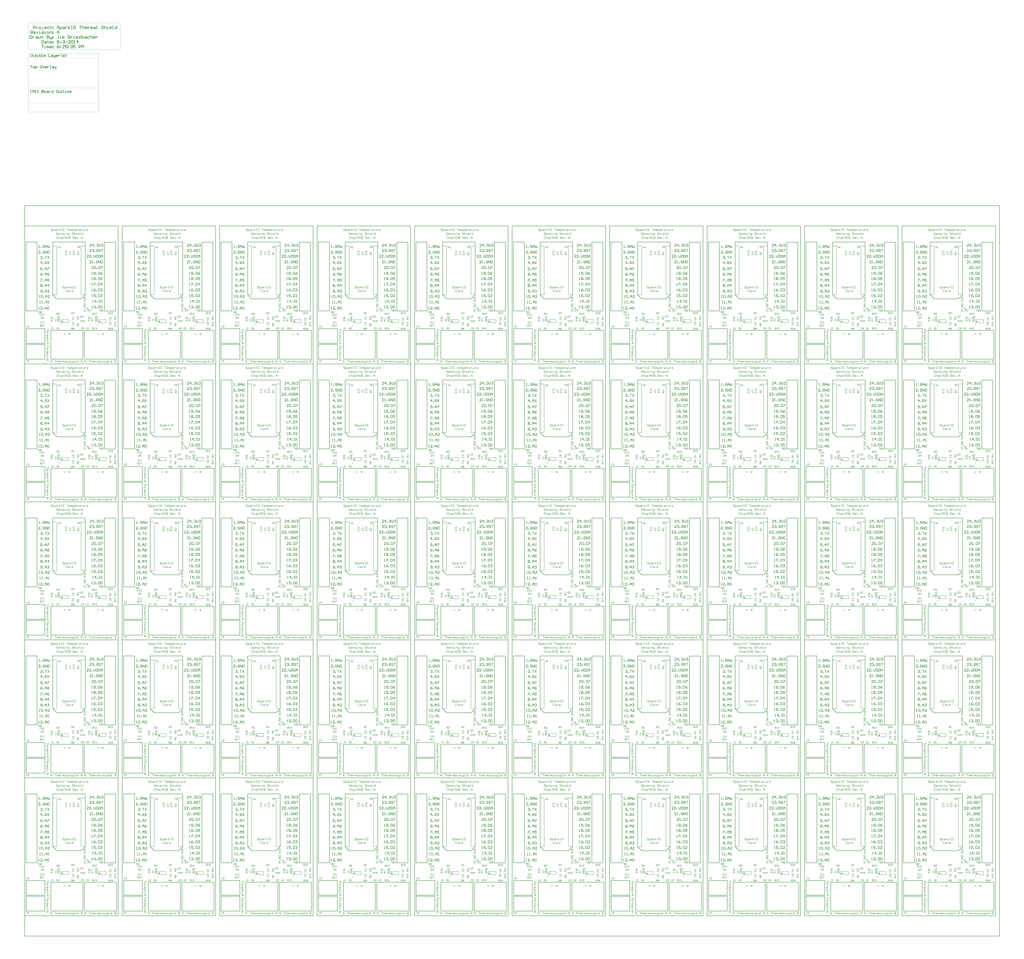
<source format=gto>
%FSLAX25Y25*%
%MOIN*%
G70*
G01*
G75*
%ADD10C,0.01200*%
G04:AMPARAMS|DCode=11|XSize=37.4mil|YSize=25.59mil|CornerRadius=6.4mil|HoleSize=0mil|Usage=FLASHONLY|Rotation=270.000|XOffset=0mil|YOffset=0mil|HoleType=Round|Shape=RoundedRectangle|*
%AMROUNDEDRECTD11*
21,1,0.03740,0.01280,0,0,270.0*
21,1,0.02461,0.02559,0,0,270.0*
1,1,0.01280,-0.00640,-0.01230*
1,1,0.01280,-0.00640,0.01230*
1,1,0.01280,0.00640,0.01230*
1,1,0.01280,0.00640,-0.01230*
%
%ADD11ROUNDEDRECTD11*%
%ADD12R,0.02559X0.03740*%
%ADD13O,0.02362X0.07480*%
%ADD14R,0.03900X0.04300*%
%ADD15C,0.04000*%
%ADD16R,0.04300X0.03900*%
%ADD17C,0.01500*%
%ADD18C,0.01000*%
%ADD19C,0.02000*%
%ADD20C,0.00394*%
%ADD21R,0.07087X0.07087*%
%ADD22C,0.07087*%
%ADD23C,0.09449*%
%ADD24R,0.07500X0.07500*%
%ADD25C,0.07500*%
%ADD26C,0.08661*%
%ADD27C,0.31496*%
%ADD28C,0.02500*%
%ADD29C,0.00787*%
%ADD30C,0.01575*%
%ADD31C,0.00984*%
%ADD32C,0.00700*%
%ADD33C,0.00800*%
D10*
X14600Y2144998D02*
X18599D01*
X16599D01*
Y2139000D01*
X21598D02*
X23597D01*
X24597Y2140000D01*
Y2141999D01*
X23597Y2142999D01*
X21598D01*
X20598Y2141999D01*
Y2140000D01*
X21598Y2139000D01*
X26596Y2137001D02*
Y2142999D01*
X29595D01*
X30595Y2141999D01*
Y2140000D01*
X29595Y2139000D01*
X26596D01*
X41591Y2144998D02*
X39592D01*
X38592Y2143998D01*
Y2140000D01*
X39592Y2139000D01*
X41591D01*
X42591Y2140000D01*
Y2143998D01*
X41591Y2144998D01*
X44590Y2142999D02*
X46590Y2139000D01*
X48589Y2142999D01*
X53587Y2139000D02*
X51588D01*
X50588Y2140000D01*
Y2141999D01*
X51588Y2142999D01*
X53587D01*
X54587Y2141999D01*
Y2140999D01*
X50588D01*
X56586Y2142999D02*
Y2139000D01*
Y2140999D01*
X57586Y2141999D01*
X58586Y2142999D01*
X59585D01*
X62585Y2139000D02*
X64584D01*
X63584D01*
Y2144998D01*
X62585D01*
X68582Y2142999D02*
X70582D01*
X71582Y2141999D01*
Y2139000D01*
X68582D01*
X67583Y2140000D01*
X68582Y2140999D01*
X71582D01*
X73581Y2142999D02*
Y2140000D01*
X74581Y2139000D01*
X77580D01*
Y2138000D01*
X76580Y2137001D01*
X75580D01*
X77580Y2139000D02*
Y2142999D01*
X17199Y2078300D02*
X15200D01*
Y2084298D01*
X17199D01*
X20198Y2078300D02*
Y2084298D01*
X22198Y2082299D01*
X24197Y2084298D01*
Y2078300D01*
X26196D02*
X28196D01*
X27196D01*
Y2084298D01*
X26196Y2083298D01*
X31195Y2078300D02*
X33194D01*
Y2084298D01*
X31195D01*
X42191D02*
Y2078300D01*
X45190D01*
X46190Y2079300D01*
Y2080299D01*
X45190Y2081299D01*
X42191D01*
X45190D01*
X46190Y2082299D01*
Y2083298D01*
X45190Y2084298D01*
X42191D01*
X49189Y2078300D02*
X51188D01*
X52188Y2079300D01*
Y2081299D01*
X51188Y2082299D01*
X49189D01*
X48189Y2081299D01*
Y2079300D01*
X49189Y2078300D01*
X55187Y2082299D02*
X57186D01*
X58186Y2081299D01*
Y2078300D01*
X55187D01*
X54187Y2079300D01*
X55187Y2080299D01*
X58186D01*
X60185Y2082299D02*
Y2078300D01*
Y2080299D01*
X61185Y2081299D01*
X62185Y2082299D01*
X63184D01*
X70182Y2084298D02*
Y2078300D01*
X67183D01*
X66184Y2079300D01*
Y2081299D01*
X67183Y2082299D01*
X70182D01*
X81179Y2084298D02*
X79179D01*
X78180Y2083298D01*
Y2079300D01*
X79179Y2078300D01*
X81179D01*
X82178Y2079300D01*
Y2083298D01*
X81179Y2084298D01*
X84178Y2082299D02*
Y2079300D01*
X85177Y2078300D01*
X88176D01*
Y2082299D01*
X91175Y2083298D02*
Y2082299D01*
X90176D01*
X92175D01*
X91175D01*
Y2079300D01*
X92175Y2078300D01*
X95174D02*
X97174D01*
X96174D01*
Y2084298D01*
X95174D01*
X100172Y2078300D02*
X102172D01*
X101172D01*
Y2082299D01*
X100172D01*
X105171Y2078300D02*
Y2082299D01*
X108170D01*
X109170Y2081299D01*
Y2078300D01*
X114168D02*
X112169D01*
X111169Y2079300D01*
Y2081299D01*
X112169Y2082299D01*
X114168D01*
X115168Y2081299D01*
Y2080299D01*
X111169D01*
X14600Y2172878D02*
Y2168879D01*
X16599Y2166879D01*
X18599Y2168879D01*
Y2172878D01*
X20598Y2166879D02*
X22597D01*
X21598D01*
Y2170878D01*
X20598D01*
X25596Y2166879D02*
X28596D01*
X29595Y2167879D01*
X28596Y2168879D01*
X26596D01*
X25596Y2169879D01*
X26596Y2170878D01*
X29595D01*
X31594Y2166879D02*
X33594D01*
X32594D01*
Y2170878D01*
X31594D01*
X36593Y2172878D02*
Y2166879D01*
X39592D01*
X40592Y2167879D01*
Y2168879D01*
Y2169879D01*
X39592Y2170878D01*
X36593D01*
X42591Y2166879D02*
X44590D01*
X43591D01*
Y2172878D01*
X42591D01*
X50588Y2166879D02*
X48589D01*
X47589Y2167879D01*
Y2169879D01*
X48589Y2170878D01*
X50588D01*
X51588Y2169879D01*
Y2168879D01*
X47589D01*
X59585Y2172878D02*
Y2166879D01*
X63584D01*
X66583Y2170878D02*
X68582D01*
X69582Y2169879D01*
Y2166879D01*
X66583D01*
X65583Y2167879D01*
X66583Y2168879D01*
X69582D01*
X71582Y2170878D02*
Y2167879D01*
X72581Y2166879D01*
X75580D01*
Y2165880D01*
X74581Y2164880D01*
X73581D01*
X75580Y2166879D02*
Y2170878D01*
X80579Y2166879D02*
X78579D01*
X77580Y2167879D01*
Y2169879D01*
X78579Y2170878D01*
X80579D01*
X81578Y2169879D01*
Y2168879D01*
X77580D01*
X83578Y2170878D02*
Y2166879D01*
Y2168879D01*
X84577Y2169879D01*
X85577Y2170878D01*
X86577D01*
X91575Y2166879D02*
X89576Y2168879D01*
Y2170878D01*
X91575Y2172878D01*
X94574Y2166879D02*
X97573D01*
X98573Y2167879D01*
X97573Y2168879D01*
X95574D01*
X94574Y2169879D01*
X95574Y2170878D01*
X98573D01*
X100572Y2166879D02*
X102571Y2168879D01*
Y2170878D01*
X100572Y2172878D01*
X21364Y2235431D02*
Y2242428D01*
X24863D01*
X26029Y2241262D01*
Y2238930D01*
X24863Y2237763D01*
X21364D01*
X28362Y2240096D02*
Y2235431D01*
Y2237763D01*
X29528Y2238930D01*
X30694Y2240096D01*
X31861D01*
X36526Y2235431D02*
X38858D01*
X40025Y2236597D01*
Y2238930D01*
X38858Y2240096D01*
X36526D01*
X35359Y2238930D01*
Y2236597D01*
X36526Y2235431D01*
X42357Y2233098D02*
X43523D01*
X44690Y2234264D01*
Y2240096D01*
X52854Y2235431D02*
X50521D01*
X49355Y2236597D01*
Y2238930D01*
X50521Y2240096D01*
X52854D01*
X54020Y2238930D01*
Y2237763D01*
X49355D01*
X61018Y2240096D02*
X57519D01*
X56353Y2238930D01*
Y2236597D01*
X57519Y2235431D01*
X61018D01*
X64517Y2241262D02*
Y2240096D01*
X63350D01*
X65683D01*
X64517D01*
Y2236597D01*
X65683Y2235431D01*
X69182Y2240096D02*
X70348D01*
Y2238930D01*
X69182D01*
Y2240096D01*
Y2236597D02*
X70348D01*
Y2235431D01*
X69182D01*
Y2236597D01*
X15532Y2223620D02*
Y2230617D01*
X19031D01*
X20198Y2229451D01*
Y2227118D01*
X19031Y2225952D01*
X15532D01*
X17865D02*
X20198Y2223620D01*
X26029D02*
X23697D01*
X22530Y2224786D01*
Y2227118D01*
X23697Y2228285D01*
X26029D01*
X27195Y2227118D01*
Y2225952D01*
X22530D01*
X29528Y2228285D02*
X31861Y2223620D01*
X34193Y2228285D01*
X36526Y2223620D02*
X38858D01*
X37692D01*
Y2228285D01*
X36526D01*
X42357Y2223620D02*
X45856D01*
X47022Y2224786D01*
X45856Y2225952D01*
X43523D01*
X42357Y2227118D01*
X43523Y2228285D01*
X47022D01*
X49355Y2223620D02*
X51688D01*
X50521D01*
Y2228285D01*
X49355D01*
X56353Y2223620D02*
X58685D01*
X59851Y2224786D01*
Y2227118D01*
X58685Y2228285D01*
X56353D01*
X55186Y2227118D01*
Y2224786D01*
X56353Y2223620D01*
X62184D02*
Y2228285D01*
X65683D01*
X66849Y2227118D01*
Y2223620D01*
X69182Y2228285D02*
X70348D01*
Y2227118D01*
X69182D01*
Y2228285D01*
Y2224786D02*
X70348D01*
Y2223620D01*
X69182D01*
Y2224786D01*
X13200Y2218806D02*
Y2211809D01*
X16699D01*
X17865Y2212975D01*
Y2217640D01*
X16699Y2218806D01*
X13200D01*
X20198Y2216474D02*
Y2211809D01*
Y2214141D01*
X21364Y2215307D01*
X22530Y2216474D01*
X23697D01*
X28362D02*
X30694D01*
X31861Y2215307D01*
Y2211809D01*
X28362D01*
X27195Y2212975D01*
X28362Y2214141D01*
X31861D01*
X34193Y2216474D02*
Y2212975D01*
X35359Y2211809D01*
X36526Y2212975D01*
X37692Y2211809D01*
X38858Y2212975D01*
Y2216474D01*
X41191Y2211809D02*
Y2216474D01*
X44690D01*
X45856Y2215307D01*
Y2211809D01*
X55186Y2218806D02*
Y2211809D01*
X58685D01*
X59851Y2212975D01*
Y2214141D01*
X58685Y2215307D01*
X55186D01*
X58685D01*
X59851Y2216474D01*
Y2217640D01*
X58685Y2218806D01*
X55186D01*
X62184Y2216474D02*
Y2212975D01*
X63350Y2211809D01*
X66849D01*
Y2210642D01*
X65683Y2209476D01*
X64517D01*
X66849Y2211809D02*
Y2216474D01*
X69182D02*
X70348D01*
Y2215307D01*
X69182D01*
Y2216474D01*
Y2212975D02*
X70348D01*
Y2211809D01*
X69182D01*
Y2212975D01*
X42357Y2206995D02*
Y2199998D01*
X45856D01*
X47022Y2201164D01*
Y2205829D01*
X45856Y2206995D01*
X42357D01*
X50521Y2204663D02*
X52854D01*
X54020Y2203497D01*
Y2199998D01*
X50521D01*
X49355Y2201164D01*
X50521Y2202330D01*
X54020D01*
X57519Y2205829D02*
Y2204663D01*
X56353D01*
X58685D01*
X57519D01*
Y2201164D01*
X58685Y2199998D01*
X65683D02*
X63350D01*
X62184Y2201164D01*
Y2203497D01*
X63350Y2204663D01*
X65683D01*
X66849Y2203497D01*
Y2202330D01*
X62184D01*
X69182Y2204663D02*
X70348D01*
Y2203497D01*
X69182D01*
Y2204663D01*
Y2201164D02*
X70348D01*
Y2199998D01*
X69182D01*
Y2201164D01*
X42357Y2195184D02*
X47022D01*
X44690D01*
Y2188187D01*
X49355D02*
X51688D01*
X50521D01*
Y2192852D01*
X49355D01*
X55186Y2188187D02*
Y2192852D01*
X56353D01*
X57519Y2191685D01*
Y2188187D01*
Y2191685D01*
X58685Y2192852D01*
X59851Y2191685D01*
Y2188187D01*
X65683D02*
X63350D01*
X62184Y2189353D01*
Y2191685D01*
X63350Y2192852D01*
X65683D01*
X66849Y2191685D01*
Y2190519D01*
X62184D01*
X69182Y2192852D02*
X70348D01*
Y2191685D01*
X69182D01*
Y2192852D01*
Y2189353D02*
X70348D01*
Y2188187D01*
X69182D01*
Y2189353D01*
X84794Y2241262D02*
X83628Y2242428D01*
X81295D01*
X80129Y2241262D01*
Y2240096D01*
X81295Y2238930D01*
X83628D01*
X84794Y2237763D01*
Y2236597D01*
X83628Y2235431D01*
X81295D01*
X80129Y2236597D01*
X87127Y2233098D02*
Y2240096D01*
X90626D01*
X91792Y2238930D01*
Y2236597D01*
X90626Y2235431D01*
X87127D01*
X95291Y2240096D02*
X97623D01*
X98790Y2238930D01*
Y2235431D01*
X95291D01*
X94125Y2236597D01*
X95291Y2237763D01*
X98790D01*
X101122Y2240096D02*
Y2235431D01*
Y2237763D01*
X102289Y2238930D01*
X103455Y2240096D01*
X104621D01*
X108120Y2235431D02*
Y2242428D01*
Y2237763D02*
X111619Y2240096D01*
X108120Y2237763D02*
X111619Y2235431D01*
X115118Y2242428D02*
X117450D01*
X116284D01*
Y2235431D01*
X115118D01*
X117450D01*
X124448Y2242428D02*
X122116D01*
X120949Y2241262D01*
Y2236597D01*
X122116Y2235431D01*
X124448D01*
X125614Y2236597D01*
Y2241262D01*
X124448Y2242428D01*
X134945D02*
X139610D01*
X137277D01*
Y2235431D01*
X141943Y2242428D02*
Y2235431D01*
Y2238930D01*
X143109Y2240096D01*
X145441D01*
X146608Y2238930D01*
Y2235431D01*
X152439D02*
X150107D01*
X148940Y2236597D01*
Y2238930D01*
X150107Y2240096D01*
X152439D01*
X153605Y2238930D01*
Y2237763D01*
X148940D01*
X155938Y2240096D02*
Y2235431D01*
Y2237763D01*
X157104Y2238930D01*
X158271Y2240096D01*
X159437D01*
X162936Y2235431D02*
Y2240096D01*
X164102D01*
X165268Y2238930D01*
Y2235431D01*
Y2238930D01*
X166435Y2240096D01*
X167601Y2238930D01*
Y2235431D01*
X171100Y2240096D02*
X173432D01*
X174599Y2238930D01*
Y2235431D01*
X171100D01*
X169933Y2236597D01*
X171100Y2237763D01*
X174599D01*
X176931Y2235431D02*
X179264D01*
X178097D01*
Y2242428D01*
X176931D01*
X194425Y2241262D02*
X193259Y2242428D01*
X190927D01*
X189760Y2241262D01*
Y2240096D01*
X190927Y2238930D01*
X193259D01*
X194425Y2237763D01*
Y2236597D01*
X193259Y2235431D01*
X190927D01*
X189760Y2236597D01*
X196758Y2242428D02*
Y2235431D01*
Y2238930D01*
X197924Y2240096D01*
X200257D01*
X201423Y2238930D01*
Y2235431D01*
X203756D02*
X206088D01*
X204922D01*
Y2240096D01*
X203756D01*
X213086Y2235431D02*
X210754D01*
X209587Y2236597D01*
Y2238930D01*
X210754Y2240096D01*
X213086D01*
X214252Y2238930D01*
Y2237763D01*
X209587D01*
X216585Y2235431D02*
X218918D01*
X217751D01*
Y2242428D01*
X216585D01*
X227082D02*
Y2235431D01*
X223583D01*
X222416Y2236597D01*
Y2238930D01*
X223583Y2240096D01*
X227082D01*
X80129Y2223620D02*
Y2228285D01*
X82462Y2230617D01*
X84794Y2228285D01*
Y2223620D01*
Y2227118D01*
X80129D01*
X84794Y2218806D02*
X82462D01*
X83628D01*
Y2212975D01*
X82462Y2211809D01*
X81295D01*
X80129Y2212975D01*
X87127Y2211809D02*
X89459D01*
X88293D01*
Y2216474D01*
X87127D01*
X92958Y2211809D02*
Y2216474D01*
X94125D01*
X95291Y2215307D01*
Y2211809D01*
Y2215307D01*
X96457Y2216474D01*
X97623Y2215307D01*
Y2211809D01*
X111619Y2217640D02*
X110453Y2218806D01*
X108120D01*
X106954Y2217640D01*
Y2212975D01*
X108120Y2211809D01*
X110453D01*
X111619Y2212975D01*
Y2215307D01*
X109286D01*
X113952Y2216474D02*
Y2211809D01*
Y2214141D01*
X115118Y2215307D01*
X116284Y2216474D01*
X117450D01*
X120949Y2211809D02*
X123282D01*
X122116D01*
Y2216474D01*
X120949D01*
X126781Y2211809D02*
X130280D01*
X131446Y2212975D01*
X130280Y2214141D01*
X127947D01*
X126781Y2215307D01*
X127947Y2216474D01*
X131446D01*
X133778D02*
X138444D01*
X133778Y2211809D01*
X138444D01*
X140776Y2218806D02*
Y2211809D01*
X144275D01*
X145441Y2212975D01*
Y2214141D01*
Y2215307D01*
X144275Y2216474D01*
X140776D01*
X148940D02*
X151273D01*
X152439Y2215307D01*
Y2211809D01*
X148940D01*
X147774Y2212975D01*
X148940Y2214141D01*
X152439D01*
X159437Y2216474D02*
X155938D01*
X154772Y2215307D01*
Y2212975D01*
X155938Y2211809D01*
X159437D01*
X161769Y2218806D02*
Y2211809D01*
Y2215307D01*
X162936Y2216474D01*
X165268D01*
X166435Y2215307D01*
Y2211809D01*
X172266D02*
X169933D01*
X168767Y2212975D01*
Y2215307D01*
X169933Y2216474D01*
X172266D01*
X173432Y2215307D01*
Y2214141D01*
X168767D01*
X175765Y2216474D02*
Y2211809D01*
Y2214141D01*
X176931Y2215307D01*
X178097Y2216474D01*
X179264D01*
X84794Y2195184D02*
X82462Y2194018D01*
X80129Y2191685D01*
Y2189353D01*
X81295Y2188187D01*
X83628D01*
X84794Y2189353D01*
Y2190519D01*
X83628Y2191685D01*
X80129D01*
X87127Y2192852D02*
X88293D01*
Y2191685D01*
X87127D01*
Y2192852D01*
Y2189353D02*
X88293D01*
Y2188187D01*
X87127D01*
Y2189353D01*
X97623Y2188187D02*
X92958D01*
X97623Y2192852D01*
Y2194018D01*
X96457Y2195184D01*
X94125D01*
X92958Y2194018D01*
X104621Y2195184D02*
X99956D01*
Y2191685D01*
X102289Y2192852D01*
X103455D01*
X104621Y2191685D01*
Y2189353D01*
X103455Y2188187D01*
X101122D01*
X99956Y2189353D01*
X106954Y2192852D02*
X108120D01*
Y2191685D01*
X106954D01*
Y2192852D01*
Y2189353D02*
X108120D01*
Y2188187D01*
X106954D01*
Y2189353D01*
X112785Y2194018D02*
X113952Y2195184D01*
X116284D01*
X117450Y2194018D01*
Y2192852D01*
X116284Y2191685D01*
X115118D01*
X116284D01*
X117450Y2190519D01*
Y2189353D01*
X116284Y2188187D01*
X113952D01*
X112785Y2189353D01*
X124448Y2195184D02*
X119783D01*
Y2191685D01*
X122116Y2192852D01*
X123282D01*
X124448Y2191685D01*
Y2189353D01*
X123282Y2188187D01*
X120949D01*
X119783Y2189353D01*
X133778Y2188187D02*
Y2195184D01*
X137277D01*
X138444Y2194018D01*
Y2191685D01*
X137277Y2190519D01*
X133778D01*
X140776Y2188187D02*
Y2195184D01*
X143109Y2192852D01*
X145441Y2195184D01*
Y2188187D01*
X80129Y2205829D02*
X81295Y2206995D01*
X83628D01*
X84794Y2205829D01*
Y2204663D01*
X83628Y2203497D01*
X84794Y2202330D01*
Y2201164D01*
X83628Y2199998D01*
X81295D01*
X80129Y2201164D01*
Y2202330D01*
X81295Y2203497D01*
X80129Y2204663D01*
Y2205829D01*
X81295Y2203497D02*
X83628D01*
X87127Y2199998D02*
X91792Y2204663D01*
X94125Y2205829D02*
X95291Y2206995D01*
X97623D01*
X98790Y2205829D01*
Y2204663D01*
X97623Y2203497D01*
X96457D01*
X97623D01*
X98790Y2202330D01*
Y2201164D01*
X97623Y2199998D01*
X95291D01*
X94125Y2201164D01*
X101122Y2199998D02*
X105788Y2204663D01*
X112785Y2199998D02*
X108120D01*
X112785Y2204663D01*
Y2205829D01*
X111619Y2206995D01*
X109286D01*
X108120Y2205829D01*
X115118D02*
X116284Y2206995D01*
X118617D01*
X119783Y2205829D01*
Y2201164D01*
X118617Y2199998D01*
X116284D01*
X115118Y2201164D01*
Y2205829D01*
X122116Y2199998D02*
X124448D01*
X123282D01*
Y2206995D01*
X122116Y2205829D01*
X131446Y2199998D02*
Y2206995D01*
X127947Y2203497D01*
X132612D01*
D18*
X3614Y350300D02*
X30386D01*
Y180615D02*
Y350300D01*
X3614Y180615D02*
Y350300D01*
Y180615D02*
X30386D01*
X143331Y61654D02*
Y132497D01*
X64591Y61654D02*
X143331D01*
X64591D02*
Y132497D01*
X143331D01*
X3646Y136953D02*
X49905D01*
X3646Y100400D02*
Y136953D01*
Y100400D02*
X49905D01*
Y136953D01*
X226008Y61654D02*
Y132497D01*
X147268Y61654D02*
X226008D01*
X147268D02*
Y132497D01*
X226008D01*
X3646Y97953D02*
X49905D01*
X3646Y61400D02*
Y97953D01*
Y61400D02*
X49905D01*
Y97953D01*
X196614Y180300D02*
X223386D01*
X196614D02*
Y349985D01*
X223386Y180300D02*
Y349985D01*
X196614D02*
X223386D01*
X69000Y350300D02*
X149000D01*
X69000Y220300D02*
Y350300D01*
Y220300D02*
X79000Y210300D01*
X139000D01*
X149000Y220300D01*
Y350300D01*
X150900Y187000D02*
X157100D01*
X107898Y123685D02*
X111896D01*
X109897Y125684D02*
Y121686D01*
X96087Y123685D02*
X100085D01*
X190575D02*
X194573D01*
X192574Y125684D02*
Y121686D01*
X178764Y123685D02*
X182763D01*
X35000Y336300D02*
X36999D01*
X36000D01*
Y342298D01*
X35000Y341298D01*
X39998Y336300D02*
Y337300D01*
X40998D01*
Y336300D01*
X39998D01*
X44997D02*
Y342298D01*
X47996D01*
X48996Y341298D01*
Y339299D01*
X47996Y338299D01*
X44997D01*
X46996D02*
X48996Y336300D01*
X50995D02*
Y340299D01*
X52994Y342298D01*
X54993Y340299D01*
Y336300D01*
Y339299D01*
X50995D01*
X56993Y342298D02*
Y336300D01*
X58992Y338299D01*
X60992Y336300D01*
Y342298D01*
X37999Y322300D02*
X34000D01*
X37999Y326299D01*
Y327298D01*
X36999Y328298D01*
X35000D01*
X34000Y327298D01*
X39998Y322300D02*
Y323300D01*
X40998D01*
Y322300D01*
X39998D01*
X48995Y327298D02*
X47995Y328298D01*
X45996D01*
X44996Y327298D01*
Y323300D01*
X45996Y322300D01*
X47995D01*
X48995Y323300D01*
Y325299D01*
X46996D01*
X50994Y322300D02*
Y328298D01*
X54993Y322300D01*
Y328298D01*
X56993D02*
Y322300D01*
X59992D01*
X60991Y323300D01*
Y327298D01*
X59992Y328298D01*
X56993D01*
X39000Y314298D02*
X40000Y315298D01*
X41999D01*
X42999Y314298D01*
Y313299D01*
X41999Y312299D01*
X40999D01*
X41999D01*
X42999Y311299D01*
Y310300D01*
X41999Y309300D01*
X40000D01*
X39000Y310300D01*
X44998Y309300D02*
Y310300D01*
X45998D01*
Y309300D01*
X44998D01*
X49996Y315298D02*
X53995D01*
X51996D01*
Y309300D01*
X55994Y315298D02*
X59993Y309300D01*
Y315298D02*
X55994Y309300D01*
X41999Y296300D02*
Y302298D01*
X39000Y299299D01*
X42999D01*
X44998Y296300D02*
Y297300D01*
X45998D01*
Y296300D01*
X44998D01*
X49996D02*
Y302298D01*
X52996D01*
X53995Y301298D01*
Y299299D01*
X52996Y298299D01*
X49996D01*
X51996D02*
X53995Y296300D01*
X55994Y302298D02*
X59993Y296300D01*
Y302298D02*
X55994Y296300D01*
X42999Y287298D02*
X39000D01*
Y284299D01*
X40999Y285299D01*
X41999D01*
X42999Y284299D01*
Y282300D01*
X41999Y281300D01*
X40000D01*
X39000Y282300D01*
X44998Y281300D02*
Y282300D01*
X45998D01*
Y281300D01*
X44998D01*
X49996D02*
Y285299D01*
X51996Y287298D01*
X53995Y285299D01*
Y281300D01*
Y284299D01*
X49996D01*
X55994Y287298D02*
X59993D01*
Y286298D01*
X55994Y282300D01*
Y281300D01*
X42999Y274298D02*
X40999Y273298D01*
X39000Y271299D01*
Y269300D01*
X40000Y268300D01*
X41999D01*
X42999Y269300D01*
Y270299D01*
X41999Y271299D01*
X39000D01*
X44998Y268300D02*
Y269300D01*
X45998D01*
Y268300D01*
X44998D01*
X49996D02*
Y272299D01*
X51996Y274298D01*
X53995Y272299D01*
Y268300D01*
Y271299D01*
X49996D01*
X59993Y274298D02*
X57994Y273298D01*
X55994Y271299D01*
Y269300D01*
X56994Y268300D01*
X58994D01*
X59993Y269300D01*
Y270299D01*
X58994Y271299D01*
X55994D01*
X39000Y259298D02*
X42999D01*
Y258298D01*
X39000Y254300D01*
Y253300D01*
X44998D02*
Y254300D01*
X45998D01*
Y253300D01*
X44998D01*
X49996D02*
Y257299D01*
X51996Y259298D01*
X53995Y257299D01*
Y253300D01*
Y256299D01*
X49996D01*
X59993Y259298D02*
X55994D01*
Y256299D01*
X57994Y257299D01*
X58994D01*
X59993Y256299D01*
Y254300D01*
X58994Y253300D01*
X56994D01*
X55994Y254300D01*
X39000Y245298D02*
X40000Y246298D01*
X41999D01*
X42999Y245298D01*
Y244299D01*
X41999Y243299D01*
X42999Y242299D01*
Y241300D01*
X41999Y240300D01*
X40000D01*
X39000Y241300D01*
Y242299D01*
X40000Y243299D01*
X39000Y244299D01*
Y245298D01*
X40000Y243299D02*
X41999D01*
X44998Y240300D02*
Y241300D01*
X45998D01*
Y240300D01*
X44998D01*
X49996D02*
Y244299D01*
X51996Y246298D01*
X53995Y244299D01*
Y240300D01*
Y243299D01*
X49996D01*
X58994Y240300D02*
Y246298D01*
X55994Y243299D01*
X59993D01*
X39000Y227300D02*
X40000Y226300D01*
X41999D01*
X42999Y227300D01*
Y231298D01*
X41999Y232298D01*
X40000D01*
X39000Y231298D01*
Y230299D01*
X40000Y229299D01*
X42999D01*
X44998Y226300D02*
Y227300D01*
X45998D01*
Y226300D01*
X44998D01*
X49996D02*
Y230299D01*
X51996Y232298D01*
X53995Y230299D01*
Y226300D01*
Y229299D01*
X49996D01*
X55994Y231298D02*
X56994Y232298D01*
X58994D01*
X59993Y231298D01*
Y230299D01*
X58994Y229299D01*
X57994D01*
X58994D01*
X59993Y228299D01*
Y227300D01*
X58994Y226300D01*
X56994D01*
X55994Y227300D01*
X35000Y213300D02*
X36999D01*
X36000D01*
Y219298D01*
X35000Y218298D01*
X39998D02*
X40998Y219298D01*
X42997D01*
X43997Y218298D01*
Y214300D01*
X42997Y213300D01*
X40998D01*
X39998Y214300D01*
Y218298D01*
X45996Y213300D02*
Y214300D01*
X46996D01*
Y213300D01*
X45996D01*
X50995D02*
Y217299D01*
X52994Y219298D01*
X54993Y217299D01*
Y213300D01*
Y216299D01*
X50995D01*
X60992Y213300D02*
X56993D01*
X60992Y217299D01*
Y218298D01*
X59992Y219298D01*
X57993D01*
X56993Y218298D01*
X37000Y199300D02*
X38999D01*
X38000D01*
Y205298D01*
X37000Y204298D01*
X41998Y199300D02*
X43998D01*
X42998D01*
Y205298D01*
X41998Y204298D01*
X46997Y199300D02*
Y200300D01*
X47996D01*
Y199300D01*
X46997D01*
X51995D02*
Y203299D01*
X53995Y205298D01*
X55994Y203299D01*
Y199300D01*
Y202299D01*
X51995D01*
X57993Y199300D02*
X59993D01*
X58993D01*
Y205298D01*
X57993Y204298D01*
X34000Y184300D02*
X35999D01*
X35000D01*
Y190298D01*
X34000Y189298D01*
X42997Y184300D02*
X38998D01*
X42997Y188299D01*
Y189298D01*
X41997Y190298D01*
X39998D01*
X38998Y189298D01*
X44996Y184300D02*
Y185300D01*
X45996D01*
Y184300D01*
X44996D01*
X49995D02*
Y188299D01*
X51994Y190298D01*
X53993Y188299D01*
Y184300D01*
Y187299D01*
X49995D01*
X55993Y189298D02*
X56993Y190298D01*
X58992D01*
X59992Y189298D01*
Y185300D01*
X58992Y184300D01*
X56993D01*
X55993Y185300D01*
Y189298D01*
X163999Y339300D02*
X160000D01*
X163999Y343299D01*
Y344298D01*
X162999Y345298D01*
X161000D01*
X160000Y344298D01*
X168997Y339300D02*
Y345298D01*
X165998Y342299D01*
X169997D01*
X171996Y339300D02*
Y340300D01*
X172996D01*
Y339300D01*
X171996D01*
X176995Y344298D02*
X177994Y345298D01*
X179993D01*
X180993Y344298D01*
Y343299D01*
X179993Y342299D01*
X178994D01*
X179993D01*
X180993Y341299D01*
Y340300D01*
X179993Y339300D01*
X177994D01*
X176995Y340300D01*
X182993Y345298D02*
Y341299D01*
X184992Y339300D01*
X186991Y341299D01*
Y345298D01*
X188991Y344298D02*
X189990Y345298D01*
X191990D01*
X192989Y344298D01*
Y343299D01*
X191990Y342299D01*
X190990D01*
X191990D01*
X192989Y341299D01*
Y340300D01*
X191990Y339300D01*
X189990D01*
X188991Y340300D01*
X163999Y326300D02*
X160000D01*
X163999Y330299D01*
Y331298D01*
X162999Y332298D01*
X161000D01*
X160000Y331298D01*
X165998D02*
X166998Y332298D01*
X168997D01*
X169997Y331298D01*
Y330299D01*
X168997Y329299D01*
X167997D01*
X168997D01*
X169997Y328299D01*
Y327300D01*
X168997Y326300D01*
X166998D01*
X165998Y327300D01*
X171996Y326300D02*
Y327300D01*
X172996D01*
Y326300D01*
X171996D01*
X176995D02*
Y332298D01*
X179993D01*
X180993Y331298D01*
Y329299D01*
X179993Y328299D01*
X176995D01*
X178994D02*
X180993Y326300D01*
X186991Y331298D02*
X185992Y332298D01*
X183992D01*
X182993Y331298D01*
Y330299D01*
X183992Y329299D01*
X185992D01*
X186991Y328299D01*
Y327300D01*
X185992Y326300D01*
X183992D01*
X182993Y327300D01*
X188991Y332298D02*
X192989D01*
X190990D01*
Y326300D01*
X156999Y312300D02*
X153000D01*
X156999Y316299D01*
Y317298D01*
X155999Y318298D01*
X154000D01*
X153000Y317298D01*
X162997Y312300D02*
X158998D01*
X162997Y316299D01*
Y317298D01*
X161997Y318298D01*
X159998D01*
X158998Y317298D01*
X164996Y312300D02*
Y313300D01*
X165996D01*
Y312300D01*
X164996D01*
X169994Y318298D02*
Y314299D01*
X171994Y312300D01*
X173993Y314299D01*
Y318298D01*
X175993D02*
Y312300D01*
X178992D01*
X179991Y313300D01*
Y317298D01*
X178992Y318298D01*
X175993D01*
X181991D02*
Y312300D01*
X184990D01*
X185989Y313300D01*
Y317298D01*
X184990Y318298D01*
X181991D01*
X187989Y312300D02*
Y316299D01*
X189988Y318298D01*
X191987Y316299D01*
Y312300D01*
Y315299D01*
X187989D01*
X163999Y298300D02*
X160000D01*
X163999Y302299D01*
Y303298D01*
X162999Y304298D01*
X161000D01*
X160000Y303298D01*
X165998Y298300D02*
X167997D01*
X166998D01*
Y304298D01*
X165998Y303298D01*
X170996Y298300D02*
Y299300D01*
X171996D01*
Y298300D01*
X170996D01*
X179993Y303298D02*
X178994Y304298D01*
X176995D01*
X175995Y303298D01*
Y299300D01*
X176995Y298300D01*
X178994D01*
X179993Y299300D01*
Y301299D01*
X177994D01*
X181993Y298300D02*
Y304298D01*
X185992Y298300D01*
Y304298D01*
X187991D02*
Y298300D01*
X190990D01*
X191990Y299300D01*
Y303298D01*
X190990Y304298D01*
X187991D01*
X168999Y284300D02*
X165000D01*
X168999Y288299D01*
Y289298D01*
X167999Y290298D01*
X166000D01*
X165000Y289298D01*
X170998D02*
X171998Y290298D01*
X173997D01*
X174997Y289298D01*
Y285300D01*
X173997Y284300D01*
X171998D01*
X170998Y285300D01*
Y289298D01*
X176996Y284300D02*
Y285300D01*
X177996D01*
Y284300D01*
X176996D01*
X181994Y290298D02*
Y284300D01*
X184994D01*
X185993Y285300D01*
Y289298D01*
X184994Y290298D01*
X181994D01*
X187993D02*
X191991D01*
Y289298D01*
X187993Y285300D01*
Y284300D01*
X165000Y270300D02*
X166999D01*
X166000D01*
Y276298D01*
X165000Y275298D01*
X169998Y271300D02*
X170998Y270300D01*
X172997D01*
X173997Y271300D01*
Y275298D01*
X172997Y276298D01*
X170998D01*
X169998Y275298D01*
Y274299D01*
X170998Y273299D01*
X173997D01*
X175996Y270300D02*
Y271300D01*
X176996D01*
Y270300D01*
X175996D01*
X180995Y276298D02*
Y270300D01*
X183994D01*
X184994Y271300D01*
Y275298D01*
X183994Y276298D01*
X180995D01*
X190992D02*
X188992Y275298D01*
X186993Y273299D01*
Y271300D01*
X187993Y270300D01*
X189992D01*
X190992Y271300D01*
Y272299D01*
X189992Y273299D01*
X186993D01*
X165000Y257300D02*
X166999D01*
X166000D01*
Y263298D01*
X165000Y262298D01*
X169998D02*
X170998Y263298D01*
X172997D01*
X173997Y262298D01*
Y261299D01*
X172997Y260299D01*
X173997Y259299D01*
Y258300D01*
X172997Y257300D01*
X170998D01*
X169998Y258300D01*
Y259299D01*
X170998Y260299D01*
X169998Y261299D01*
Y262298D01*
X170998Y260299D02*
X172997D01*
X175996Y257300D02*
Y258300D01*
X176996D01*
Y257300D01*
X175996D01*
X180995Y263298D02*
Y257300D01*
X183994D01*
X184994Y258300D01*
Y262298D01*
X183994Y263298D01*
X180995D01*
X190992D02*
X186993D01*
Y260299D01*
X188992Y261299D01*
X189992D01*
X190992Y260299D01*
Y258300D01*
X189992Y257300D01*
X187993D01*
X186993Y258300D01*
X165000Y243300D02*
X166999D01*
X166000D01*
Y249298D01*
X165000Y248298D01*
X169998Y249298D02*
X173997D01*
Y248298D01*
X169998Y244300D01*
Y243300D01*
X175996D02*
Y244300D01*
X176996D01*
Y243300D01*
X175996D01*
X180995Y249298D02*
Y243300D01*
X183994D01*
X184994Y244300D01*
Y248298D01*
X183994Y249298D01*
X180995D01*
X189992Y243300D02*
Y249298D01*
X186993Y246299D01*
X190992D01*
X165000Y229300D02*
X166999D01*
X166000D01*
Y235298D01*
X165000Y234298D01*
X173997Y235298D02*
X171998Y234298D01*
X169998Y232299D01*
Y230300D01*
X170998Y229300D01*
X172997D01*
X173997Y230300D01*
Y231299D01*
X172997Y232299D01*
X169998D01*
X175996Y229300D02*
Y230300D01*
X176996D01*
Y229300D01*
X175996D01*
X180995Y235298D02*
Y229300D01*
X183994D01*
X184994Y230300D01*
Y234298D01*
X183994Y235298D01*
X180995D01*
X186993Y234298D02*
X187993Y235298D01*
X189992D01*
X190992Y234298D01*
Y233299D01*
X189992Y232299D01*
X188992D01*
X189992D01*
X190992Y231299D01*
Y230300D01*
X189992Y229300D01*
X187993D01*
X186993Y230300D01*
X165000Y215300D02*
X166999D01*
X166000D01*
Y221298D01*
X165000Y220298D01*
X173997Y221298D02*
X169998D01*
Y218299D01*
X171998Y219299D01*
X172997D01*
X173997Y218299D01*
Y216300D01*
X172997Y215300D01*
X170998D01*
X169998Y216300D01*
X175996Y215300D02*
Y216300D01*
X176996D01*
Y215300D01*
X175996D01*
X180995Y221298D02*
Y215300D01*
X183994D01*
X184994Y216300D01*
Y220298D01*
X183994Y221298D01*
X180995D01*
X190992Y215300D02*
X186993D01*
X190992Y219299D01*
Y220298D01*
X189992Y221298D01*
X187993D01*
X186993Y220298D01*
X167000Y201300D02*
X168999D01*
X168000D01*
Y207298D01*
X167000Y206298D01*
X174997Y201300D02*
Y207298D01*
X171998Y204299D01*
X175997D01*
X177996Y201300D02*
Y202300D01*
X178996D01*
Y201300D01*
X177996D01*
X182995Y207298D02*
Y201300D01*
X185994D01*
X186994Y202300D01*
Y206298D01*
X185994Y207298D01*
X182995D01*
X188993Y201300D02*
X190992D01*
X189993D01*
Y207298D01*
X188993Y206298D01*
X165000Y187300D02*
X166999D01*
X166000D01*
Y193298D01*
X165000Y192298D01*
X169998D02*
X170998Y193298D01*
X172997D01*
X173997Y192298D01*
Y191299D01*
X172997Y190299D01*
X171998D01*
X172997D01*
X173997Y189299D01*
Y188300D01*
X172997Y187300D01*
X170998D01*
X169998Y188300D01*
X175996Y187300D02*
Y188300D01*
X176996D01*
Y187300D01*
X175996D01*
X180995Y193298D02*
Y187300D01*
X183994D01*
X184994Y188300D01*
Y192298D01*
X183994Y193298D01*
X180995D01*
X186993Y192298D02*
X187993Y193298D01*
X189992D01*
X190992Y192298D01*
Y188300D01*
X189992Y187300D01*
X187993D01*
X186993Y188300D01*
Y192298D01*
X243614Y350300D02*
X270386D01*
Y180615D02*
Y350300D01*
X243614Y180615D02*
Y350300D01*
Y180615D02*
X270386D01*
X383331Y61654D02*
Y132497D01*
X304591Y61654D02*
X383331D01*
X304591D02*
Y132497D01*
X383331D01*
X243646Y136953D02*
X289906D01*
X243646Y100400D02*
Y136953D01*
Y100400D02*
X289906D01*
Y136953D01*
X466008Y61654D02*
Y132497D01*
X387268Y61654D02*
X466008D01*
X387268D02*
Y132497D01*
X466008D01*
X243646Y97953D02*
X289906D01*
X243646Y61400D02*
Y97953D01*
Y61400D02*
X289906D01*
Y97953D01*
X436614Y180300D02*
X463386D01*
X436614D02*
Y349985D01*
X463386Y180300D02*
Y349985D01*
X436614D02*
X463386D01*
X309000Y350300D02*
X389000D01*
X309000Y220300D02*
Y350300D01*
Y220300D02*
X319000Y210300D01*
X379000D01*
X389000Y220300D01*
Y350300D01*
X390900Y187000D02*
X397100D01*
X347898Y123685D02*
X351896D01*
X349897Y125684D02*
Y121686D01*
X336087Y123685D02*
X340085D01*
X430575D02*
X434574D01*
X432574Y125684D02*
Y121686D01*
X418764Y123685D02*
X422762D01*
X275000Y336300D02*
X276999D01*
X276000D01*
Y342298D01*
X275000Y341298D01*
X279998Y336300D02*
Y337300D01*
X280998D01*
Y336300D01*
X279998D01*
X284997D02*
Y342298D01*
X287996D01*
X288996Y341298D01*
Y339299D01*
X287996Y338299D01*
X284997D01*
X286996D02*
X288996Y336300D01*
X290995D02*
Y340299D01*
X292994Y342298D01*
X294993Y340299D01*
Y336300D01*
Y339299D01*
X290995D01*
X296993Y342298D02*
Y336300D01*
X298992Y338299D01*
X300992Y336300D01*
Y342298D01*
X277999Y322300D02*
X274000D01*
X277999Y326299D01*
Y327298D01*
X276999Y328298D01*
X275000D01*
X274000Y327298D01*
X279998Y322300D02*
Y323300D01*
X280998D01*
Y322300D01*
X279998D01*
X288995Y327298D02*
X287996Y328298D01*
X285996D01*
X284996Y327298D01*
Y323300D01*
X285996Y322300D01*
X287996D01*
X288995Y323300D01*
Y325299D01*
X286996D01*
X290995Y322300D02*
Y328298D01*
X294993Y322300D01*
Y328298D01*
X296993D02*
Y322300D01*
X299992D01*
X300991Y323300D01*
Y327298D01*
X299992Y328298D01*
X296993D01*
X279000Y314298D02*
X280000Y315298D01*
X281999D01*
X282999Y314298D01*
Y313299D01*
X281999Y312299D01*
X280999D01*
X281999D01*
X282999Y311299D01*
Y310300D01*
X281999Y309300D01*
X280000D01*
X279000Y310300D01*
X284998Y309300D02*
Y310300D01*
X285998D01*
Y309300D01*
X284998D01*
X289996Y315298D02*
X293995D01*
X291996D01*
Y309300D01*
X295994Y315298D02*
X299993Y309300D01*
Y315298D02*
X295994Y309300D01*
X281999Y296300D02*
Y302298D01*
X279000Y299299D01*
X282999D01*
X284998Y296300D02*
Y297300D01*
X285998D01*
Y296300D01*
X284998D01*
X289996D02*
Y302298D01*
X292996D01*
X293995Y301298D01*
Y299299D01*
X292996Y298299D01*
X289996D01*
X291996D02*
X293995Y296300D01*
X295994Y302298D02*
X299993Y296300D01*
Y302298D02*
X295994Y296300D01*
X282999Y287298D02*
X279000D01*
Y284299D01*
X280999Y285299D01*
X281999D01*
X282999Y284299D01*
Y282300D01*
X281999Y281300D01*
X280000D01*
X279000Y282300D01*
X284998Y281300D02*
Y282300D01*
X285998D01*
Y281300D01*
X284998D01*
X289996D02*
Y285299D01*
X291996Y287298D01*
X293995Y285299D01*
Y281300D01*
Y284299D01*
X289996D01*
X295994Y287298D02*
X299993D01*
Y286298D01*
X295994Y282300D01*
Y281300D01*
X282999Y274298D02*
X280999Y273298D01*
X279000Y271299D01*
Y269300D01*
X280000Y268300D01*
X281999D01*
X282999Y269300D01*
Y270299D01*
X281999Y271299D01*
X279000D01*
X284998Y268300D02*
Y269300D01*
X285998D01*
Y268300D01*
X284998D01*
X289996D02*
Y272299D01*
X291996Y274298D01*
X293995Y272299D01*
Y268300D01*
Y271299D01*
X289996D01*
X299993Y274298D02*
X297994Y273298D01*
X295994Y271299D01*
Y269300D01*
X296994Y268300D01*
X298993D01*
X299993Y269300D01*
Y270299D01*
X298993Y271299D01*
X295994D01*
X279000Y259298D02*
X282999D01*
Y258298D01*
X279000Y254300D01*
Y253300D01*
X284998D02*
Y254300D01*
X285998D01*
Y253300D01*
X284998D01*
X289996D02*
Y257299D01*
X291996Y259298D01*
X293995Y257299D01*
Y253300D01*
Y256299D01*
X289996D01*
X299993Y259298D02*
X295994D01*
Y256299D01*
X297994Y257299D01*
X298993D01*
X299993Y256299D01*
Y254300D01*
X298993Y253300D01*
X296994D01*
X295994Y254300D01*
X279000Y245298D02*
X280000Y246298D01*
X281999D01*
X282999Y245298D01*
Y244299D01*
X281999Y243299D01*
X282999Y242299D01*
Y241300D01*
X281999Y240300D01*
X280000D01*
X279000Y241300D01*
Y242299D01*
X280000Y243299D01*
X279000Y244299D01*
Y245298D01*
X280000Y243299D02*
X281999D01*
X284998Y240300D02*
Y241300D01*
X285998D01*
Y240300D01*
X284998D01*
X289996D02*
Y244299D01*
X291996Y246298D01*
X293995Y244299D01*
Y240300D01*
Y243299D01*
X289996D01*
X298993Y240300D02*
Y246298D01*
X295994Y243299D01*
X299993D01*
X279000Y227300D02*
X280000Y226300D01*
X281999D01*
X282999Y227300D01*
Y231298D01*
X281999Y232298D01*
X280000D01*
X279000Y231298D01*
Y230299D01*
X280000Y229299D01*
X282999D01*
X284998Y226300D02*
Y227300D01*
X285998D01*
Y226300D01*
X284998D01*
X289996D02*
Y230299D01*
X291996Y232298D01*
X293995Y230299D01*
Y226300D01*
Y229299D01*
X289996D01*
X295994Y231298D02*
X296994Y232298D01*
X298993D01*
X299993Y231298D01*
Y230299D01*
X298993Y229299D01*
X297994D01*
X298993D01*
X299993Y228299D01*
Y227300D01*
X298993Y226300D01*
X296994D01*
X295994Y227300D01*
X275000Y213300D02*
X276999D01*
X276000D01*
Y219298D01*
X275000Y218298D01*
X279998D02*
X280998Y219298D01*
X282997D01*
X283997Y218298D01*
Y214300D01*
X282997Y213300D01*
X280998D01*
X279998Y214300D01*
Y218298D01*
X285996Y213300D02*
Y214300D01*
X286996D01*
Y213300D01*
X285996D01*
X290995D02*
Y217299D01*
X292994Y219298D01*
X294993Y217299D01*
Y213300D01*
Y216299D01*
X290995D01*
X300992Y213300D02*
X296993D01*
X300992Y217299D01*
Y218298D01*
X299992Y219298D01*
X297993D01*
X296993Y218298D01*
X277000Y199300D02*
X278999D01*
X278000D01*
Y205298D01*
X277000Y204298D01*
X281998Y199300D02*
X283998D01*
X282998D01*
Y205298D01*
X281998Y204298D01*
X286997Y199300D02*
Y200300D01*
X287996D01*
Y199300D01*
X286997D01*
X291995D02*
Y203299D01*
X293994Y205298D01*
X295994Y203299D01*
Y199300D01*
Y202299D01*
X291995D01*
X297993Y199300D02*
X299992D01*
X298993D01*
Y205298D01*
X297993Y204298D01*
X274000Y184300D02*
X275999D01*
X275000D01*
Y190298D01*
X274000Y189298D01*
X282997Y184300D02*
X278998D01*
X282997Y188299D01*
Y189298D01*
X281997Y190298D01*
X279998D01*
X278998Y189298D01*
X284996Y184300D02*
Y185300D01*
X285996D01*
Y184300D01*
X284996D01*
X289995D02*
Y188299D01*
X291994Y190298D01*
X293993Y188299D01*
Y184300D01*
Y187299D01*
X289995D01*
X295993Y189298D02*
X296993Y190298D01*
X298992D01*
X299992Y189298D01*
Y185300D01*
X298992Y184300D01*
X296993D01*
X295993Y185300D01*
Y189298D01*
X403999Y339300D02*
X400000D01*
X403999Y343299D01*
Y344298D01*
X402999Y345298D01*
X401000D01*
X400000Y344298D01*
X408997Y339300D02*
Y345298D01*
X405998Y342299D01*
X409997D01*
X411996Y339300D02*
Y340300D01*
X412996D01*
Y339300D01*
X411996D01*
X416994Y344298D02*
X417994Y345298D01*
X419993D01*
X420993Y344298D01*
Y343299D01*
X419993Y342299D01*
X418994D01*
X419993D01*
X420993Y341299D01*
Y340300D01*
X419993Y339300D01*
X417994D01*
X416994Y340300D01*
X422993Y345298D02*
Y341299D01*
X424992Y339300D01*
X426991Y341299D01*
Y345298D01*
X428991Y344298D02*
X429990Y345298D01*
X431990D01*
X432989Y344298D01*
Y343299D01*
X431990Y342299D01*
X430990D01*
X431990D01*
X432989Y341299D01*
Y340300D01*
X431990Y339300D01*
X429990D01*
X428991Y340300D01*
X403999Y326300D02*
X400000D01*
X403999Y330299D01*
Y331298D01*
X402999Y332298D01*
X401000D01*
X400000Y331298D01*
X405998D02*
X406998Y332298D01*
X408997D01*
X409997Y331298D01*
Y330299D01*
X408997Y329299D01*
X407997D01*
X408997D01*
X409997Y328299D01*
Y327300D01*
X408997Y326300D01*
X406998D01*
X405998Y327300D01*
X411996Y326300D02*
Y327300D01*
X412996D01*
Y326300D01*
X411996D01*
X416994D02*
Y332298D01*
X419993D01*
X420993Y331298D01*
Y329299D01*
X419993Y328299D01*
X416994D01*
X418994D02*
X420993Y326300D01*
X426991Y331298D02*
X425992Y332298D01*
X423992D01*
X422993Y331298D01*
Y330299D01*
X423992Y329299D01*
X425992D01*
X426991Y328299D01*
Y327300D01*
X425992Y326300D01*
X423992D01*
X422993Y327300D01*
X428991Y332298D02*
X432989D01*
X430990D01*
Y326300D01*
X396999Y312300D02*
X393000D01*
X396999Y316299D01*
Y317298D01*
X395999Y318298D01*
X394000D01*
X393000Y317298D01*
X402997Y312300D02*
X398998D01*
X402997Y316299D01*
Y317298D01*
X401997Y318298D01*
X399998D01*
X398998Y317298D01*
X404996Y312300D02*
Y313300D01*
X405996D01*
Y312300D01*
X404996D01*
X409995Y318298D02*
Y314299D01*
X411994Y312300D01*
X413993Y314299D01*
Y318298D01*
X415993D02*
Y312300D01*
X418992D01*
X419991Y313300D01*
Y317298D01*
X418992Y318298D01*
X415993D01*
X421991D02*
Y312300D01*
X424990D01*
X425989Y313300D01*
Y317298D01*
X424990Y318298D01*
X421991D01*
X427989Y312300D02*
Y316299D01*
X429988Y318298D01*
X431987Y316299D01*
Y312300D01*
Y315299D01*
X427989D01*
X403999Y298300D02*
X400000D01*
X403999Y302299D01*
Y303298D01*
X402999Y304298D01*
X401000D01*
X400000Y303298D01*
X405998Y298300D02*
X407997D01*
X406998D01*
Y304298D01*
X405998Y303298D01*
X410996Y298300D02*
Y299300D01*
X411996D01*
Y298300D01*
X410996D01*
X419993Y303298D02*
X418994Y304298D01*
X416994D01*
X415995Y303298D01*
Y299300D01*
X416994Y298300D01*
X418994D01*
X419993Y299300D01*
Y301299D01*
X417994D01*
X421993Y298300D02*
Y304298D01*
X425992Y298300D01*
Y304298D01*
X427991D02*
Y298300D01*
X430990D01*
X431990Y299300D01*
Y303298D01*
X430990Y304298D01*
X427991D01*
X408999Y284300D02*
X405000D01*
X408999Y288299D01*
Y289298D01*
X407999Y290298D01*
X406000D01*
X405000Y289298D01*
X410998D02*
X411998Y290298D01*
X413997D01*
X414997Y289298D01*
Y285300D01*
X413997Y284300D01*
X411998D01*
X410998Y285300D01*
Y289298D01*
X416996Y284300D02*
Y285300D01*
X417996D01*
Y284300D01*
X416996D01*
X421994Y290298D02*
Y284300D01*
X424994D01*
X425993Y285300D01*
Y289298D01*
X424994Y290298D01*
X421994D01*
X427993D02*
X431991D01*
Y289298D01*
X427993Y285300D01*
Y284300D01*
X405000Y270300D02*
X406999D01*
X406000D01*
Y276298D01*
X405000Y275298D01*
X409998Y271300D02*
X410998Y270300D01*
X412997D01*
X413997Y271300D01*
Y275298D01*
X412997Y276298D01*
X410998D01*
X409998Y275298D01*
Y274299D01*
X410998Y273299D01*
X413997D01*
X415996Y270300D02*
Y271300D01*
X416996D01*
Y270300D01*
X415996D01*
X420995Y276298D02*
Y270300D01*
X423994D01*
X424994Y271300D01*
Y275298D01*
X423994Y276298D01*
X420995D01*
X430992D02*
X428992Y275298D01*
X426993Y273299D01*
Y271300D01*
X427993Y270300D01*
X429992D01*
X430992Y271300D01*
Y272299D01*
X429992Y273299D01*
X426993D01*
X405000Y257300D02*
X406999D01*
X406000D01*
Y263298D01*
X405000Y262298D01*
X409998D02*
X410998Y263298D01*
X412997D01*
X413997Y262298D01*
Y261299D01*
X412997Y260299D01*
X413997Y259299D01*
Y258300D01*
X412997Y257300D01*
X410998D01*
X409998Y258300D01*
Y259299D01*
X410998Y260299D01*
X409998Y261299D01*
Y262298D01*
X410998Y260299D02*
X412997D01*
X415996Y257300D02*
Y258300D01*
X416996D01*
Y257300D01*
X415996D01*
X420995Y263298D02*
Y257300D01*
X423994D01*
X424994Y258300D01*
Y262298D01*
X423994Y263298D01*
X420995D01*
X430992D02*
X426993D01*
Y260299D01*
X428992Y261299D01*
X429992D01*
X430992Y260299D01*
Y258300D01*
X429992Y257300D01*
X427993D01*
X426993Y258300D01*
X405000Y243300D02*
X406999D01*
X406000D01*
Y249298D01*
X405000Y248298D01*
X409998Y249298D02*
X413997D01*
Y248298D01*
X409998Y244300D01*
Y243300D01*
X415996D02*
Y244300D01*
X416996D01*
Y243300D01*
X415996D01*
X420995Y249298D02*
Y243300D01*
X423994D01*
X424994Y244300D01*
Y248298D01*
X423994Y249298D01*
X420995D01*
X429992Y243300D02*
Y249298D01*
X426993Y246299D01*
X430992D01*
X405000Y229300D02*
X406999D01*
X406000D01*
Y235298D01*
X405000Y234298D01*
X413997Y235298D02*
X411998Y234298D01*
X409998Y232299D01*
Y230300D01*
X410998Y229300D01*
X412997D01*
X413997Y230300D01*
Y231299D01*
X412997Y232299D01*
X409998D01*
X415996Y229300D02*
Y230300D01*
X416996D01*
Y229300D01*
X415996D01*
X420995Y235298D02*
Y229300D01*
X423994D01*
X424994Y230300D01*
Y234298D01*
X423994Y235298D01*
X420995D01*
X426993Y234298D02*
X427993Y235298D01*
X429992D01*
X430992Y234298D01*
Y233299D01*
X429992Y232299D01*
X428992D01*
X429992D01*
X430992Y231299D01*
Y230300D01*
X429992Y229300D01*
X427993D01*
X426993Y230300D01*
X405000Y215300D02*
X406999D01*
X406000D01*
Y221298D01*
X405000Y220298D01*
X413997Y221298D02*
X409998D01*
Y218299D01*
X411998Y219299D01*
X412997D01*
X413997Y218299D01*
Y216300D01*
X412997Y215300D01*
X410998D01*
X409998Y216300D01*
X415996Y215300D02*
Y216300D01*
X416996D01*
Y215300D01*
X415996D01*
X420995Y221298D02*
Y215300D01*
X423994D01*
X424994Y216300D01*
Y220298D01*
X423994Y221298D01*
X420995D01*
X430992Y215300D02*
X426993D01*
X430992Y219299D01*
Y220298D01*
X429992Y221298D01*
X427993D01*
X426993Y220298D01*
X407000Y201300D02*
X408999D01*
X408000D01*
Y207298D01*
X407000Y206298D01*
X414997Y201300D02*
Y207298D01*
X411998Y204299D01*
X415997D01*
X417996Y201300D02*
Y202300D01*
X418996D01*
Y201300D01*
X417996D01*
X422995Y207298D02*
Y201300D01*
X425994D01*
X426994Y202300D01*
Y206298D01*
X425994Y207298D01*
X422995D01*
X428993Y201300D02*
X430992D01*
X429993D01*
Y207298D01*
X428993Y206298D01*
X405000Y187300D02*
X406999D01*
X406000D01*
Y193298D01*
X405000Y192298D01*
X409998D02*
X410998Y193298D01*
X412997D01*
X413997Y192298D01*
Y191299D01*
X412997Y190299D01*
X411998D01*
X412997D01*
X413997Y189299D01*
Y188300D01*
X412997Y187300D01*
X410998D01*
X409998Y188300D01*
X415996Y187300D02*
Y188300D01*
X416996D01*
Y187300D01*
X415996D01*
X420995Y193298D02*
Y187300D01*
X423994D01*
X424994Y188300D01*
Y192298D01*
X423994Y193298D01*
X420995D01*
X426993Y192298D02*
X427993Y193298D01*
X429992D01*
X430992Y192298D01*
Y188300D01*
X429992Y187300D01*
X427993D01*
X426993Y188300D01*
Y192298D01*
X483614Y350300D02*
X510386D01*
Y180615D02*
Y350300D01*
X483614Y180615D02*
Y350300D01*
Y180615D02*
X510386D01*
X623331Y61654D02*
Y132497D01*
X544591Y61654D02*
X623331D01*
X544591D02*
Y132497D01*
X623331D01*
X483646Y136953D02*
X529906D01*
X483646Y100400D02*
Y136953D01*
Y100400D02*
X529906D01*
Y136953D01*
X706008Y61654D02*
Y132497D01*
X627268Y61654D02*
X706008D01*
X627268D02*
Y132497D01*
X706008D01*
X483646Y97953D02*
X529906D01*
X483646Y61400D02*
Y97953D01*
Y61400D02*
X529906D01*
Y97953D01*
X676614Y180300D02*
X703386D01*
X676614D02*
Y349985D01*
X703386Y180300D02*
Y349985D01*
X676614D02*
X703386D01*
X549000Y350300D02*
X629000D01*
X549000Y220300D02*
Y350300D01*
Y220300D02*
X559000Y210300D01*
X619000D01*
X629000Y220300D01*
Y350300D01*
X630900Y187000D02*
X637100D01*
X587898Y123685D02*
X591896D01*
X589897Y125684D02*
Y121686D01*
X576087Y123685D02*
X580085D01*
X670575D02*
X674574D01*
X672574Y125684D02*
Y121686D01*
X658764Y123685D02*
X662762D01*
X515000Y336300D02*
X516999D01*
X516000D01*
Y342298D01*
X515000Y341298D01*
X519998Y336300D02*
Y337300D01*
X520998D01*
Y336300D01*
X519998D01*
X524997D02*
Y342298D01*
X527996D01*
X528996Y341298D01*
Y339299D01*
X527996Y338299D01*
X524997D01*
X526996D02*
X528996Y336300D01*
X530995D02*
Y340299D01*
X532994Y342298D01*
X534994Y340299D01*
Y336300D01*
Y339299D01*
X530995D01*
X536993Y342298D02*
Y336300D01*
X538992Y338299D01*
X540992Y336300D01*
Y342298D01*
X517999Y322300D02*
X514000D01*
X517999Y326299D01*
Y327298D01*
X516999Y328298D01*
X515000D01*
X514000Y327298D01*
X519998Y322300D02*
Y323300D01*
X520998D01*
Y322300D01*
X519998D01*
X528995Y327298D02*
X527995Y328298D01*
X525996D01*
X524996Y327298D01*
Y323300D01*
X525996Y322300D01*
X527995D01*
X528995Y323300D01*
Y325299D01*
X526996D01*
X530995Y322300D02*
Y328298D01*
X534993Y322300D01*
Y328298D01*
X536993D02*
Y322300D01*
X539992D01*
X540991Y323300D01*
Y327298D01*
X539992Y328298D01*
X536993D01*
X519000Y314298D02*
X520000Y315298D01*
X521999D01*
X522999Y314298D01*
Y313299D01*
X521999Y312299D01*
X520999D01*
X521999D01*
X522999Y311299D01*
Y310300D01*
X521999Y309300D01*
X520000D01*
X519000Y310300D01*
X524998Y309300D02*
Y310300D01*
X525998D01*
Y309300D01*
X524998D01*
X529996Y315298D02*
X533995D01*
X531996D01*
Y309300D01*
X535994Y315298D02*
X539993Y309300D01*
Y315298D02*
X535994Y309300D01*
X521999Y296300D02*
Y302298D01*
X519000Y299299D01*
X522999D01*
X524998Y296300D02*
Y297300D01*
X525998D01*
Y296300D01*
X524998D01*
X529996D02*
Y302298D01*
X532996D01*
X533995Y301298D01*
Y299299D01*
X532996Y298299D01*
X529996D01*
X531996D02*
X533995Y296300D01*
X535994Y302298D02*
X539993Y296300D01*
Y302298D02*
X535994Y296300D01*
X522999Y287298D02*
X519000D01*
Y284299D01*
X520999Y285299D01*
X521999D01*
X522999Y284299D01*
Y282300D01*
X521999Y281300D01*
X520000D01*
X519000Y282300D01*
X524998Y281300D02*
Y282300D01*
X525998D01*
Y281300D01*
X524998D01*
X529996D02*
Y285299D01*
X531996Y287298D01*
X533995Y285299D01*
Y281300D01*
Y284299D01*
X529996D01*
X535994Y287298D02*
X539993D01*
Y286298D01*
X535994Y282300D01*
Y281300D01*
X522999Y274298D02*
X520999Y273298D01*
X519000Y271299D01*
Y269300D01*
X520000Y268300D01*
X521999D01*
X522999Y269300D01*
Y270299D01*
X521999Y271299D01*
X519000D01*
X524998Y268300D02*
Y269300D01*
X525998D01*
Y268300D01*
X524998D01*
X529996D02*
Y272299D01*
X531996Y274298D01*
X533995Y272299D01*
Y268300D01*
Y271299D01*
X529996D01*
X539993Y274298D02*
X537994Y273298D01*
X535994Y271299D01*
Y269300D01*
X536994Y268300D01*
X538994D01*
X539993Y269300D01*
Y270299D01*
X538994Y271299D01*
X535994D01*
X519000Y259298D02*
X522999D01*
Y258298D01*
X519000Y254300D01*
Y253300D01*
X524998D02*
Y254300D01*
X525998D01*
Y253300D01*
X524998D01*
X529996D02*
Y257299D01*
X531996Y259298D01*
X533995Y257299D01*
Y253300D01*
Y256299D01*
X529996D01*
X539993Y259298D02*
X535994D01*
Y256299D01*
X537994Y257299D01*
X538994D01*
X539993Y256299D01*
Y254300D01*
X538994Y253300D01*
X536994D01*
X535994Y254300D01*
X519000Y245298D02*
X520000Y246298D01*
X521999D01*
X522999Y245298D01*
Y244299D01*
X521999Y243299D01*
X522999Y242299D01*
Y241300D01*
X521999Y240300D01*
X520000D01*
X519000Y241300D01*
Y242299D01*
X520000Y243299D01*
X519000Y244299D01*
Y245298D01*
X520000Y243299D02*
X521999D01*
X524998Y240300D02*
Y241300D01*
X525998D01*
Y240300D01*
X524998D01*
X529996D02*
Y244299D01*
X531996Y246298D01*
X533995Y244299D01*
Y240300D01*
Y243299D01*
X529996D01*
X538994Y240300D02*
Y246298D01*
X535994Y243299D01*
X539993D01*
X519000Y227300D02*
X520000Y226300D01*
X521999D01*
X522999Y227300D01*
Y231298D01*
X521999Y232298D01*
X520000D01*
X519000Y231298D01*
Y230299D01*
X520000Y229299D01*
X522999D01*
X524998Y226300D02*
Y227300D01*
X525998D01*
Y226300D01*
X524998D01*
X529996D02*
Y230299D01*
X531996Y232298D01*
X533995Y230299D01*
Y226300D01*
Y229299D01*
X529996D01*
X535994Y231298D02*
X536994Y232298D01*
X538994D01*
X539993Y231298D01*
Y230299D01*
X538994Y229299D01*
X537994D01*
X538994D01*
X539993Y228299D01*
Y227300D01*
X538994Y226300D01*
X536994D01*
X535994Y227300D01*
X515000Y213300D02*
X516999D01*
X516000D01*
Y219298D01*
X515000Y218298D01*
X519998D02*
X520998Y219298D01*
X522997D01*
X523997Y218298D01*
Y214300D01*
X522997Y213300D01*
X520998D01*
X519998Y214300D01*
Y218298D01*
X525996Y213300D02*
Y214300D01*
X526996D01*
Y213300D01*
X525996D01*
X530995D02*
Y217299D01*
X532994Y219298D01*
X534994Y217299D01*
Y213300D01*
Y216299D01*
X530995D01*
X540992Y213300D02*
X536993D01*
X540992Y217299D01*
Y218298D01*
X539992Y219298D01*
X537993D01*
X536993Y218298D01*
X517000Y199300D02*
X518999D01*
X518000D01*
Y205298D01*
X517000Y204298D01*
X521998Y199300D02*
X523998D01*
X522998D01*
Y205298D01*
X521998Y204298D01*
X526997Y199300D02*
Y200300D01*
X527996D01*
Y199300D01*
X526997D01*
X531995D02*
Y203299D01*
X533994Y205298D01*
X535994Y203299D01*
Y199300D01*
Y202299D01*
X531995D01*
X537993Y199300D02*
X539993D01*
X538993D01*
Y205298D01*
X537993Y204298D01*
X514000Y184300D02*
X515999D01*
X515000D01*
Y190298D01*
X514000Y189298D01*
X522997Y184300D02*
X518998D01*
X522997Y188299D01*
Y189298D01*
X521997Y190298D01*
X519998D01*
X518998Y189298D01*
X524996Y184300D02*
Y185300D01*
X525996D01*
Y184300D01*
X524996D01*
X529995D02*
Y188299D01*
X531994Y190298D01*
X533993Y188299D01*
Y184300D01*
Y187299D01*
X529995D01*
X535993Y189298D02*
X536993Y190298D01*
X538992D01*
X539992Y189298D01*
Y185300D01*
X538992Y184300D01*
X536993D01*
X535993Y185300D01*
Y189298D01*
X643999Y339300D02*
X640000D01*
X643999Y343299D01*
Y344298D01*
X642999Y345298D01*
X641000D01*
X640000Y344298D01*
X648997Y339300D02*
Y345298D01*
X645998Y342299D01*
X649997D01*
X651996Y339300D02*
Y340300D01*
X652996D01*
Y339300D01*
X651996D01*
X656994Y344298D02*
X657994Y345298D01*
X659994D01*
X660993Y344298D01*
Y343299D01*
X659994Y342299D01*
X658994D01*
X659994D01*
X660993Y341299D01*
Y340300D01*
X659994Y339300D01*
X657994D01*
X656994Y340300D01*
X662993Y345298D02*
Y341299D01*
X664992Y339300D01*
X666991Y341299D01*
Y345298D01*
X668991Y344298D02*
X669990Y345298D01*
X671990D01*
X672989Y344298D01*
Y343299D01*
X671990Y342299D01*
X670990D01*
X671990D01*
X672989Y341299D01*
Y340300D01*
X671990Y339300D01*
X669990D01*
X668991Y340300D01*
X643999Y326300D02*
X640000D01*
X643999Y330299D01*
Y331298D01*
X642999Y332298D01*
X641000D01*
X640000Y331298D01*
X645998D02*
X646998Y332298D01*
X648997D01*
X649997Y331298D01*
Y330299D01*
X648997Y329299D01*
X647997D01*
X648997D01*
X649997Y328299D01*
Y327300D01*
X648997Y326300D01*
X646998D01*
X645998Y327300D01*
X651996Y326300D02*
Y327300D01*
X652996D01*
Y326300D01*
X651996D01*
X656994D02*
Y332298D01*
X659994D01*
X660993Y331298D01*
Y329299D01*
X659994Y328299D01*
X656994D01*
X658994D02*
X660993Y326300D01*
X666991Y331298D02*
X665992Y332298D01*
X663992D01*
X662993Y331298D01*
Y330299D01*
X663992Y329299D01*
X665992D01*
X666991Y328299D01*
Y327300D01*
X665992Y326300D01*
X663992D01*
X662993Y327300D01*
X668991Y332298D02*
X672989D01*
X670990D01*
Y326300D01*
X636999Y312300D02*
X633000D01*
X636999Y316299D01*
Y317298D01*
X635999Y318298D01*
X634000D01*
X633000Y317298D01*
X642997Y312300D02*
X638998D01*
X642997Y316299D01*
Y317298D01*
X641997Y318298D01*
X639998D01*
X638998Y317298D01*
X644996Y312300D02*
Y313300D01*
X645996D01*
Y312300D01*
X644996D01*
X649995Y318298D02*
Y314299D01*
X651994Y312300D01*
X653993Y314299D01*
Y318298D01*
X655993D02*
Y312300D01*
X658992D01*
X659991Y313300D01*
Y317298D01*
X658992Y318298D01*
X655993D01*
X661991D02*
Y312300D01*
X664990D01*
X665989Y313300D01*
Y317298D01*
X664990Y318298D01*
X661991D01*
X667989Y312300D02*
Y316299D01*
X669988Y318298D01*
X671987Y316299D01*
Y312300D01*
Y315299D01*
X667989D01*
X643999Y298300D02*
X640000D01*
X643999Y302299D01*
Y303298D01*
X642999Y304298D01*
X641000D01*
X640000Y303298D01*
X645998Y298300D02*
X647997D01*
X646998D01*
Y304298D01*
X645998Y303298D01*
X650996Y298300D02*
Y299300D01*
X651996D01*
Y298300D01*
X650996D01*
X659994Y303298D02*
X658994Y304298D01*
X656994D01*
X655995Y303298D01*
Y299300D01*
X656994Y298300D01*
X658994D01*
X659994Y299300D01*
Y301299D01*
X657994D01*
X661993Y298300D02*
Y304298D01*
X665992Y298300D01*
Y304298D01*
X667991D02*
Y298300D01*
X670990D01*
X671990Y299300D01*
Y303298D01*
X670990Y304298D01*
X667991D01*
X648999Y284300D02*
X645000D01*
X648999Y288299D01*
Y289298D01*
X647999Y290298D01*
X646000D01*
X645000Y289298D01*
X650998D02*
X651998Y290298D01*
X653997D01*
X654997Y289298D01*
Y285300D01*
X653997Y284300D01*
X651998D01*
X650998Y285300D01*
Y289298D01*
X656996Y284300D02*
Y285300D01*
X657996D01*
Y284300D01*
X656996D01*
X661995Y290298D02*
Y284300D01*
X664993D01*
X665993Y285300D01*
Y289298D01*
X664993Y290298D01*
X661995D01*
X667993D02*
X671991D01*
Y289298D01*
X667993Y285300D01*
Y284300D01*
X645000Y270300D02*
X646999D01*
X646000D01*
Y276298D01*
X645000Y275298D01*
X649998Y271300D02*
X650998Y270300D01*
X652997D01*
X653997Y271300D01*
Y275298D01*
X652997Y276298D01*
X650998D01*
X649998Y275298D01*
Y274299D01*
X650998Y273299D01*
X653997D01*
X655996Y270300D02*
Y271300D01*
X656996D01*
Y270300D01*
X655996D01*
X660995Y276298D02*
Y270300D01*
X663994D01*
X664993Y271300D01*
Y275298D01*
X663994Y276298D01*
X660995D01*
X670992D02*
X668992Y275298D01*
X666993Y273299D01*
Y271300D01*
X667993Y270300D01*
X669992D01*
X670992Y271300D01*
Y272299D01*
X669992Y273299D01*
X666993D01*
X645000Y257300D02*
X646999D01*
X646000D01*
Y263298D01*
X645000Y262298D01*
X649998D02*
X650998Y263298D01*
X652997D01*
X653997Y262298D01*
Y261299D01*
X652997Y260299D01*
X653997Y259299D01*
Y258300D01*
X652997Y257300D01*
X650998D01*
X649998Y258300D01*
Y259299D01*
X650998Y260299D01*
X649998Y261299D01*
Y262298D01*
X650998Y260299D02*
X652997D01*
X655996Y257300D02*
Y258300D01*
X656996D01*
Y257300D01*
X655996D01*
X660995Y263298D02*
Y257300D01*
X663994D01*
X664993Y258300D01*
Y262298D01*
X663994Y263298D01*
X660995D01*
X670992D02*
X666993D01*
Y260299D01*
X668992Y261299D01*
X669992D01*
X670992Y260299D01*
Y258300D01*
X669992Y257300D01*
X667993D01*
X666993Y258300D01*
X645000Y243300D02*
X646999D01*
X646000D01*
Y249298D01*
X645000Y248298D01*
X649998Y249298D02*
X653997D01*
Y248298D01*
X649998Y244300D01*
Y243300D01*
X655996D02*
Y244300D01*
X656996D01*
Y243300D01*
X655996D01*
X660995Y249298D02*
Y243300D01*
X663994D01*
X664993Y244300D01*
Y248298D01*
X663994Y249298D01*
X660995D01*
X669992Y243300D02*
Y249298D01*
X666993Y246299D01*
X670992D01*
X645000Y229300D02*
X646999D01*
X646000D01*
Y235298D01*
X645000Y234298D01*
X653997Y235298D02*
X651998Y234298D01*
X649998Y232299D01*
Y230300D01*
X650998Y229300D01*
X652997D01*
X653997Y230300D01*
Y231299D01*
X652997Y232299D01*
X649998D01*
X655996Y229300D02*
Y230300D01*
X656996D01*
Y229300D01*
X655996D01*
X660995Y235298D02*
Y229300D01*
X663994D01*
X664993Y230300D01*
Y234298D01*
X663994Y235298D01*
X660995D01*
X666993Y234298D02*
X667993Y235298D01*
X669992D01*
X670992Y234298D01*
Y233299D01*
X669992Y232299D01*
X668992D01*
X669992D01*
X670992Y231299D01*
Y230300D01*
X669992Y229300D01*
X667993D01*
X666993Y230300D01*
X645000Y215300D02*
X646999D01*
X646000D01*
Y221298D01*
X645000Y220298D01*
X653997Y221298D02*
X649998D01*
Y218299D01*
X651998Y219299D01*
X652997D01*
X653997Y218299D01*
Y216300D01*
X652997Y215300D01*
X650998D01*
X649998Y216300D01*
X655996Y215300D02*
Y216300D01*
X656996D01*
Y215300D01*
X655996D01*
X660995Y221298D02*
Y215300D01*
X663994D01*
X664993Y216300D01*
Y220298D01*
X663994Y221298D01*
X660995D01*
X670992Y215300D02*
X666993D01*
X670992Y219299D01*
Y220298D01*
X669992Y221298D01*
X667993D01*
X666993Y220298D01*
X647000Y201300D02*
X648999D01*
X648000D01*
Y207298D01*
X647000Y206298D01*
X654997Y201300D02*
Y207298D01*
X651998Y204299D01*
X655997D01*
X657996Y201300D02*
Y202300D01*
X658996D01*
Y201300D01*
X657996D01*
X662995Y207298D02*
Y201300D01*
X665994D01*
X666994Y202300D01*
Y206298D01*
X665994Y207298D01*
X662995D01*
X668993Y201300D02*
X670992D01*
X669993D01*
Y207298D01*
X668993Y206298D01*
X645000Y187300D02*
X646999D01*
X646000D01*
Y193298D01*
X645000Y192298D01*
X649998D02*
X650998Y193298D01*
X652997D01*
X653997Y192298D01*
Y191299D01*
X652997Y190299D01*
X651998D01*
X652997D01*
X653997Y189299D01*
Y188300D01*
X652997Y187300D01*
X650998D01*
X649998Y188300D01*
X655996Y187300D02*
Y188300D01*
X656996D01*
Y187300D01*
X655996D01*
X660995Y193298D02*
Y187300D01*
X663994D01*
X664993Y188300D01*
Y192298D01*
X663994Y193298D01*
X660995D01*
X666993Y192298D02*
X667993Y193298D01*
X669992D01*
X670992Y192298D01*
Y188300D01*
X669992Y187300D01*
X667993D01*
X666993Y188300D01*
Y192298D01*
X723614Y350300D02*
X750386D01*
Y180615D02*
Y350300D01*
X723614Y180615D02*
Y350300D01*
Y180615D02*
X750386D01*
X863331Y61654D02*
Y132497D01*
X784590Y61654D02*
X863331D01*
X784590D02*
Y132497D01*
X863331D01*
X723646Y136953D02*
X769906D01*
X723646Y100400D02*
Y136953D01*
Y100400D02*
X769906D01*
Y136953D01*
X946008Y61654D02*
Y132497D01*
X867268Y61654D02*
X946008D01*
X867268D02*
Y132497D01*
X946008D01*
X723646Y97953D02*
X769906D01*
X723646Y61400D02*
Y97953D01*
Y61400D02*
X769906D01*
Y97953D01*
X916614Y180300D02*
X943386D01*
X916614D02*
Y349985D01*
X943386Y180300D02*
Y349985D01*
X916614D02*
X943386D01*
X789000Y350300D02*
X869000D01*
X789000Y220300D02*
Y350300D01*
Y220300D02*
X799000Y210300D01*
X859000D01*
X869000Y220300D01*
Y350300D01*
X870900Y187000D02*
X877100D01*
X827898Y123685D02*
X831896D01*
X829897Y125684D02*
Y121686D01*
X816087Y123685D02*
X820085D01*
X910575D02*
X914573D01*
X912574Y125684D02*
Y121686D01*
X898764Y123685D02*
X902763D01*
X755000Y336300D02*
X756999D01*
X756000D01*
Y342298D01*
X755000Y341298D01*
X759998Y336300D02*
Y337300D01*
X760998D01*
Y336300D01*
X759998D01*
X764997D02*
Y342298D01*
X767996D01*
X768996Y341298D01*
Y339299D01*
X767996Y338299D01*
X764997D01*
X766996D02*
X768996Y336300D01*
X770995D02*
Y340299D01*
X772994Y342298D01*
X774994Y340299D01*
Y336300D01*
Y339299D01*
X770995D01*
X776993Y342298D02*
Y336300D01*
X778992Y338299D01*
X780992Y336300D01*
Y342298D01*
X757999Y322300D02*
X754000D01*
X757999Y326299D01*
Y327298D01*
X756999Y328298D01*
X755000D01*
X754000Y327298D01*
X759998Y322300D02*
Y323300D01*
X760998D01*
Y322300D01*
X759998D01*
X768995Y327298D02*
X767996Y328298D01*
X765996D01*
X764996Y327298D01*
Y323300D01*
X765996Y322300D01*
X767996D01*
X768995Y323300D01*
Y325299D01*
X766996D01*
X770995Y322300D02*
Y328298D01*
X774993Y322300D01*
Y328298D01*
X776993D02*
Y322300D01*
X779992D01*
X780991Y323300D01*
Y327298D01*
X779992Y328298D01*
X776993D01*
X759000Y314298D02*
X760000Y315298D01*
X761999D01*
X762999Y314298D01*
Y313299D01*
X761999Y312299D01*
X760999D01*
X761999D01*
X762999Y311299D01*
Y310300D01*
X761999Y309300D01*
X760000D01*
X759000Y310300D01*
X764998Y309300D02*
Y310300D01*
X765998D01*
Y309300D01*
X764998D01*
X769996Y315298D02*
X773995D01*
X771996D01*
Y309300D01*
X775994Y315298D02*
X779993Y309300D01*
Y315298D02*
X775994Y309300D01*
X761999Y296300D02*
Y302298D01*
X759000Y299299D01*
X762999D01*
X764998Y296300D02*
Y297300D01*
X765998D01*
Y296300D01*
X764998D01*
X769996D02*
Y302298D01*
X772996D01*
X773995Y301298D01*
Y299299D01*
X772996Y298299D01*
X769996D01*
X771996D02*
X773995Y296300D01*
X775994Y302298D02*
X779993Y296300D01*
Y302298D02*
X775994Y296300D01*
X762999Y287298D02*
X759000D01*
Y284299D01*
X760999Y285299D01*
X761999D01*
X762999Y284299D01*
Y282300D01*
X761999Y281300D01*
X760000D01*
X759000Y282300D01*
X764998Y281300D02*
Y282300D01*
X765998D01*
Y281300D01*
X764998D01*
X769996D02*
Y285299D01*
X771996Y287298D01*
X773995Y285299D01*
Y281300D01*
Y284299D01*
X769996D01*
X775994Y287298D02*
X779993D01*
Y286298D01*
X775994Y282300D01*
Y281300D01*
X762999Y274298D02*
X760999Y273298D01*
X759000Y271299D01*
Y269300D01*
X760000Y268300D01*
X761999D01*
X762999Y269300D01*
Y270299D01*
X761999Y271299D01*
X759000D01*
X764998Y268300D02*
Y269300D01*
X765998D01*
Y268300D01*
X764998D01*
X769996D02*
Y272299D01*
X771996Y274298D01*
X773995Y272299D01*
Y268300D01*
Y271299D01*
X769996D01*
X779993Y274298D02*
X777994Y273298D01*
X775994Y271299D01*
Y269300D01*
X776994Y268300D01*
X778994D01*
X779993Y269300D01*
Y270299D01*
X778994Y271299D01*
X775994D01*
X759000Y259298D02*
X762999D01*
Y258298D01*
X759000Y254300D01*
Y253300D01*
X764998D02*
Y254300D01*
X765998D01*
Y253300D01*
X764998D01*
X769996D02*
Y257299D01*
X771996Y259298D01*
X773995Y257299D01*
Y253300D01*
Y256299D01*
X769996D01*
X779993Y259298D02*
X775994D01*
Y256299D01*
X777994Y257299D01*
X778994D01*
X779993Y256299D01*
Y254300D01*
X778994Y253300D01*
X776994D01*
X775994Y254300D01*
X759000Y245298D02*
X760000Y246298D01*
X761999D01*
X762999Y245298D01*
Y244299D01*
X761999Y243299D01*
X762999Y242299D01*
Y241300D01*
X761999Y240300D01*
X760000D01*
X759000Y241300D01*
Y242299D01*
X760000Y243299D01*
X759000Y244299D01*
Y245298D01*
X760000Y243299D02*
X761999D01*
X764998Y240300D02*
Y241300D01*
X765998D01*
Y240300D01*
X764998D01*
X769996D02*
Y244299D01*
X771996Y246298D01*
X773995Y244299D01*
Y240300D01*
Y243299D01*
X769996D01*
X778994Y240300D02*
Y246298D01*
X775994Y243299D01*
X779993D01*
X759000Y227300D02*
X760000Y226300D01*
X761999D01*
X762999Y227300D01*
Y231298D01*
X761999Y232298D01*
X760000D01*
X759000Y231298D01*
Y230299D01*
X760000Y229299D01*
X762999D01*
X764998Y226300D02*
Y227300D01*
X765998D01*
Y226300D01*
X764998D01*
X769996D02*
Y230299D01*
X771996Y232298D01*
X773995Y230299D01*
Y226300D01*
Y229299D01*
X769996D01*
X775994Y231298D02*
X776994Y232298D01*
X778994D01*
X779993Y231298D01*
Y230299D01*
X778994Y229299D01*
X777994D01*
X778994D01*
X779993Y228299D01*
Y227300D01*
X778994Y226300D01*
X776994D01*
X775994Y227300D01*
X755000Y213300D02*
X756999D01*
X756000D01*
Y219298D01*
X755000Y218298D01*
X759998D02*
X760998Y219298D01*
X762997D01*
X763997Y218298D01*
Y214300D01*
X762997Y213300D01*
X760998D01*
X759998Y214300D01*
Y218298D01*
X765996Y213300D02*
Y214300D01*
X766996D01*
Y213300D01*
X765996D01*
X770995D02*
Y217299D01*
X772994Y219298D01*
X774994Y217299D01*
Y213300D01*
Y216299D01*
X770995D01*
X780992Y213300D02*
X776993D01*
X780992Y217299D01*
Y218298D01*
X779992Y219298D01*
X777993D01*
X776993Y218298D01*
X757000Y199300D02*
X758999D01*
X758000D01*
Y205298D01*
X757000Y204298D01*
X761998Y199300D02*
X763998D01*
X762998D01*
Y205298D01*
X761998Y204298D01*
X766997Y199300D02*
Y200300D01*
X767996D01*
Y199300D01*
X766997D01*
X771995D02*
Y203299D01*
X773994Y205298D01*
X775994Y203299D01*
Y199300D01*
Y202299D01*
X771995D01*
X777993Y199300D02*
X779993D01*
X778993D01*
Y205298D01*
X777993Y204298D01*
X754000Y184300D02*
X755999D01*
X755000D01*
Y190298D01*
X754000Y189298D01*
X762997Y184300D02*
X758998D01*
X762997Y188299D01*
Y189298D01*
X761997Y190298D01*
X759998D01*
X758998Y189298D01*
X764996Y184300D02*
Y185300D01*
X765996D01*
Y184300D01*
X764996D01*
X769995D02*
Y188299D01*
X771994Y190298D01*
X773993Y188299D01*
Y184300D01*
Y187299D01*
X769995D01*
X775993Y189298D02*
X776993Y190298D01*
X778992D01*
X779992Y189298D01*
Y185300D01*
X778992Y184300D01*
X776993D01*
X775993Y185300D01*
Y189298D01*
X883999Y339300D02*
X880000D01*
X883999Y343299D01*
Y344298D01*
X882999Y345298D01*
X881000D01*
X880000Y344298D01*
X888997Y339300D02*
Y345298D01*
X885998Y342299D01*
X889997D01*
X891996Y339300D02*
Y340300D01*
X892996D01*
Y339300D01*
X891996D01*
X896994Y344298D02*
X897994Y345298D01*
X899994D01*
X900993Y344298D01*
Y343299D01*
X899994Y342299D01*
X898994D01*
X899994D01*
X900993Y341299D01*
Y340300D01*
X899994Y339300D01*
X897994D01*
X896994Y340300D01*
X902993Y345298D02*
Y341299D01*
X904992Y339300D01*
X906991Y341299D01*
Y345298D01*
X908991Y344298D02*
X909990Y345298D01*
X911990D01*
X912989Y344298D01*
Y343299D01*
X911990Y342299D01*
X910990D01*
X911990D01*
X912989Y341299D01*
Y340300D01*
X911990Y339300D01*
X909990D01*
X908991Y340300D01*
X883999Y326300D02*
X880000D01*
X883999Y330299D01*
Y331298D01*
X882999Y332298D01*
X881000D01*
X880000Y331298D01*
X885998D02*
X886998Y332298D01*
X888997D01*
X889997Y331298D01*
Y330299D01*
X888997Y329299D01*
X887997D01*
X888997D01*
X889997Y328299D01*
Y327300D01*
X888997Y326300D01*
X886998D01*
X885998Y327300D01*
X891996Y326300D02*
Y327300D01*
X892996D01*
Y326300D01*
X891996D01*
X896994D02*
Y332298D01*
X899994D01*
X900993Y331298D01*
Y329299D01*
X899994Y328299D01*
X896994D01*
X898994D02*
X900993Y326300D01*
X906991Y331298D02*
X905992Y332298D01*
X903992D01*
X902993Y331298D01*
Y330299D01*
X903992Y329299D01*
X905992D01*
X906991Y328299D01*
Y327300D01*
X905992Y326300D01*
X903992D01*
X902993Y327300D01*
X908991Y332298D02*
X912989D01*
X910990D01*
Y326300D01*
X876999Y312300D02*
X873000D01*
X876999Y316299D01*
Y317298D01*
X875999Y318298D01*
X874000D01*
X873000Y317298D01*
X882997Y312300D02*
X878998D01*
X882997Y316299D01*
Y317298D01*
X881997Y318298D01*
X879998D01*
X878998Y317298D01*
X884996Y312300D02*
Y313300D01*
X885996D01*
Y312300D01*
X884996D01*
X889995Y318298D02*
Y314299D01*
X891994Y312300D01*
X893993Y314299D01*
Y318298D01*
X895993D02*
Y312300D01*
X898992D01*
X899991Y313300D01*
Y317298D01*
X898992Y318298D01*
X895993D01*
X901991D02*
Y312300D01*
X904990D01*
X905989Y313300D01*
Y317298D01*
X904990Y318298D01*
X901991D01*
X907989Y312300D02*
Y316299D01*
X909988Y318298D01*
X911987Y316299D01*
Y312300D01*
Y315299D01*
X907989D01*
X883999Y298300D02*
X880000D01*
X883999Y302299D01*
Y303298D01*
X882999Y304298D01*
X881000D01*
X880000Y303298D01*
X885998Y298300D02*
X887997D01*
X886998D01*
Y304298D01*
X885998Y303298D01*
X890996Y298300D02*
Y299300D01*
X891996D01*
Y298300D01*
X890996D01*
X899994Y303298D02*
X898994Y304298D01*
X896994D01*
X895995Y303298D01*
Y299300D01*
X896994Y298300D01*
X898994D01*
X899994Y299300D01*
Y301299D01*
X897994D01*
X901993Y298300D02*
Y304298D01*
X905992Y298300D01*
Y304298D01*
X907991D02*
Y298300D01*
X910990D01*
X911990Y299300D01*
Y303298D01*
X910990Y304298D01*
X907991D01*
X888999Y284300D02*
X885000D01*
X888999Y288299D01*
Y289298D01*
X887999Y290298D01*
X886000D01*
X885000Y289298D01*
X890998D02*
X891998Y290298D01*
X893997D01*
X894997Y289298D01*
Y285300D01*
X893997Y284300D01*
X891998D01*
X890998Y285300D01*
Y289298D01*
X896996Y284300D02*
Y285300D01*
X897996D01*
Y284300D01*
X896996D01*
X901995Y290298D02*
Y284300D01*
X904994D01*
X905993Y285300D01*
Y289298D01*
X904994Y290298D01*
X901995D01*
X907993D02*
X911991D01*
Y289298D01*
X907993Y285300D01*
Y284300D01*
X885000Y270300D02*
X886999D01*
X886000D01*
Y276298D01*
X885000Y275298D01*
X889998Y271300D02*
X890998Y270300D01*
X892997D01*
X893997Y271300D01*
Y275298D01*
X892997Y276298D01*
X890998D01*
X889998Y275298D01*
Y274299D01*
X890998Y273299D01*
X893997D01*
X895996Y270300D02*
Y271300D01*
X896996D01*
Y270300D01*
X895996D01*
X900995Y276298D02*
Y270300D01*
X903994D01*
X904994Y271300D01*
Y275298D01*
X903994Y276298D01*
X900995D01*
X910992D02*
X908992Y275298D01*
X906993Y273299D01*
Y271300D01*
X907993Y270300D01*
X909992D01*
X910992Y271300D01*
Y272299D01*
X909992Y273299D01*
X906993D01*
X885000Y257300D02*
X886999D01*
X886000D01*
Y263298D01*
X885000Y262298D01*
X889998D02*
X890998Y263298D01*
X892997D01*
X893997Y262298D01*
Y261299D01*
X892997Y260299D01*
X893997Y259299D01*
Y258300D01*
X892997Y257300D01*
X890998D01*
X889998Y258300D01*
Y259299D01*
X890998Y260299D01*
X889998Y261299D01*
Y262298D01*
X890998Y260299D02*
X892997D01*
X895996Y257300D02*
Y258300D01*
X896996D01*
Y257300D01*
X895996D01*
X900995Y263298D02*
Y257300D01*
X903994D01*
X904994Y258300D01*
Y262298D01*
X903994Y263298D01*
X900995D01*
X910992D02*
X906993D01*
Y260299D01*
X908992Y261299D01*
X909992D01*
X910992Y260299D01*
Y258300D01*
X909992Y257300D01*
X907993D01*
X906993Y258300D01*
X885000Y243300D02*
X886999D01*
X886000D01*
Y249298D01*
X885000Y248298D01*
X889998Y249298D02*
X893997D01*
Y248298D01*
X889998Y244300D01*
Y243300D01*
X895996D02*
Y244300D01*
X896996D01*
Y243300D01*
X895996D01*
X900995Y249298D02*
Y243300D01*
X903994D01*
X904994Y244300D01*
Y248298D01*
X903994Y249298D01*
X900995D01*
X909992Y243300D02*
Y249298D01*
X906993Y246299D01*
X910992D01*
X885000Y229300D02*
X886999D01*
X886000D01*
Y235298D01*
X885000Y234298D01*
X893997Y235298D02*
X891998Y234298D01*
X889998Y232299D01*
Y230300D01*
X890998Y229300D01*
X892997D01*
X893997Y230300D01*
Y231299D01*
X892997Y232299D01*
X889998D01*
X895996Y229300D02*
Y230300D01*
X896996D01*
Y229300D01*
X895996D01*
X900995Y235298D02*
Y229300D01*
X903994D01*
X904994Y230300D01*
Y234298D01*
X903994Y235298D01*
X900995D01*
X906993Y234298D02*
X907993Y235298D01*
X909992D01*
X910992Y234298D01*
Y233299D01*
X909992Y232299D01*
X908992D01*
X909992D01*
X910992Y231299D01*
Y230300D01*
X909992Y229300D01*
X907993D01*
X906993Y230300D01*
X885000Y215300D02*
X886999D01*
X886000D01*
Y221298D01*
X885000Y220298D01*
X893997Y221298D02*
X889998D01*
Y218299D01*
X891998Y219299D01*
X892997D01*
X893997Y218299D01*
Y216300D01*
X892997Y215300D01*
X890998D01*
X889998Y216300D01*
X895996Y215300D02*
Y216300D01*
X896996D01*
Y215300D01*
X895996D01*
X900995Y221298D02*
Y215300D01*
X903994D01*
X904994Y216300D01*
Y220298D01*
X903994Y221298D01*
X900995D01*
X910992Y215300D02*
X906993D01*
X910992Y219299D01*
Y220298D01*
X909992Y221298D01*
X907993D01*
X906993Y220298D01*
X887000Y201300D02*
X888999D01*
X888000D01*
Y207298D01*
X887000Y206298D01*
X894997Y201300D02*
Y207298D01*
X891998Y204299D01*
X895997D01*
X897996Y201300D02*
Y202300D01*
X898996D01*
Y201300D01*
X897996D01*
X902995Y207298D02*
Y201300D01*
X905994D01*
X906993Y202300D01*
Y206298D01*
X905994Y207298D01*
X902995D01*
X908993Y201300D02*
X910992D01*
X909993D01*
Y207298D01*
X908993Y206298D01*
X885000Y187300D02*
X886999D01*
X886000D01*
Y193298D01*
X885000Y192298D01*
X889998D02*
X890998Y193298D01*
X892997D01*
X893997Y192298D01*
Y191299D01*
X892997Y190299D01*
X891998D01*
X892997D01*
X893997Y189299D01*
Y188300D01*
X892997Y187300D01*
X890998D01*
X889998Y188300D01*
X895996Y187300D02*
Y188300D01*
X896996D01*
Y187300D01*
X895996D01*
X900995Y193298D02*
Y187300D01*
X903994D01*
X904994Y188300D01*
Y192298D01*
X903994Y193298D01*
X900995D01*
X906993Y192298D02*
X907993Y193298D01*
X909992D01*
X910992Y192298D01*
Y188300D01*
X909992Y187300D01*
X907993D01*
X906993Y188300D01*
Y192298D01*
X963614Y350300D02*
X990386D01*
Y180615D02*
Y350300D01*
X963614Y180615D02*
Y350300D01*
Y180615D02*
X990386D01*
X1103331Y61654D02*
Y132497D01*
X1024591Y61654D02*
X1103331D01*
X1024591D02*
Y132497D01*
X1103331D01*
X963646Y136953D02*
X1009906D01*
X963646Y100400D02*
Y136953D01*
Y100400D02*
X1009906D01*
Y136953D01*
X1186008Y61654D02*
Y132497D01*
X1107268Y61654D02*
X1186008D01*
X1107268D02*
Y132497D01*
X1186008D01*
X963646Y97953D02*
X1009906D01*
X963646Y61400D02*
Y97953D01*
Y61400D02*
X1009906D01*
Y97953D01*
X1156614Y180300D02*
X1183386D01*
X1156614D02*
Y349985D01*
X1183386Y180300D02*
Y349985D01*
X1156614D02*
X1183386D01*
X1029000Y350300D02*
X1109000D01*
X1029000Y220300D02*
Y350300D01*
Y220300D02*
X1039000Y210300D01*
X1099000D01*
X1109000Y220300D01*
Y350300D01*
X1110900Y187000D02*
X1117100D01*
X1067898Y123685D02*
X1071896D01*
X1069897Y125684D02*
Y121686D01*
X1056087Y123685D02*
X1060085D01*
X1150575D02*
X1154574D01*
X1152574Y125684D02*
Y121686D01*
X1138764Y123685D02*
X1142762D01*
X995000Y336300D02*
X996999D01*
X996000D01*
Y342298D01*
X995000Y341298D01*
X999998Y336300D02*
Y337300D01*
X1000998D01*
Y336300D01*
X999998D01*
X1004997D02*
Y342298D01*
X1007996D01*
X1008996Y341298D01*
Y339299D01*
X1007996Y338299D01*
X1004997D01*
X1006996D02*
X1008996Y336300D01*
X1010995D02*
Y340299D01*
X1012994Y342298D01*
X1014993Y340299D01*
Y336300D01*
Y339299D01*
X1010995D01*
X1016993Y342298D02*
Y336300D01*
X1018992Y338299D01*
X1020992Y336300D01*
Y342298D01*
X997999Y322300D02*
X994000D01*
X997999Y326299D01*
Y327298D01*
X996999Y328298D01*
X995000D01*
X994000Y327298D01*
X999998Y322300D02*
Y323300D01*
X1000998D01*
Y322300D01*
X999998D01*
X1008995Y327298D02*
X1007996Y328298D01*
X1005996D01*
X1004996Y327298D01*
Y323300D01*
X1005996Y322300D01*
X1007996D01*
X1008995Y323300D01*
Y325299D01*
X1006996D01*
X1010995Y322300D02*
Y328298D01*
X1014993Y322300D01*
Y328298D01*
X1016993D02*
Y322300D01*
X1019992D01*
X1020991Y323300D01*
Y327298D01*
X1019992Y328298D01*
X1016993D01*
X999000Y314298D02*
X1000000Y315298D01*
X1001999D01*
X1002999Y314298D01*
Y313299D01*
X1001999Y312299D01*
X1000999D01*
X1001999D01*
X1002999Y311299D01*
Y310300D01*
X1001999Y309300D01*
X1000000D01*
X999000Y310300D01*
X1004998Y309300D02*
Y310300D01*
X1005998D01*
Y309300D01*
X1004998D01*
X1009996Y315298D02*
X1013995D01*
X1011996D01*
Y309300D01*
X1015994Y315298D02*
X1019993Y309300D01*
Y315298D02*
X1015994Y309300D01*
X1001999Y296300D02*
Y302298D01*
X999000Y299299D01*
X1002999D01*
X1004998Y296300D02*
Y297300D01*
X1005998D01*
Y296300D01*
X1004998D01*
X1009996D02*
Y302298D01*
X1012996D01*
X1013995Y301298D01*
Y299299D01*
X1012996Y298299D01*
X1009996D01*
X1011996D02*
X1013995Y296300D01*
X1015994Y302298D02*
X1019993Y296300D01*
Y302298D02*
X1015994Y296300D01*
X1002999Y287298D02*
X999000D01*
Y284299D01*
X1000999Y285299D01*
X1001999D01*
X1002999Y284299D01*
Y282300D01*
X1001999Y281300D01*
X1000000D01*
X999000Y282300D01*
X1004998Y281300D02*
Y282300D01*
X1005998D01*
Y281300D01*
X1004998D01*
X1009996D02*
Y285299D01*
X1011996Y287298D01*
X1013995Y285299D01*
Y281300D01*
Y284299D01*
X1009996D01*
X1015994Y287298D02*
X1019993D01*
Y286298D01*
X1015994Y282300D01*
Y281300D01*
X1002999Y274298D02*
X1000999Y273298D01*
X999000Y271299D01*
Y269300D01*
X1000000Y268300D01*
X1001999D01*
X1002999Y269300D01*
Y270299D01*
X1001999Y271299D01*
X999000D01*
X1004998Y268300D02*
Y269300D01*
X1005998D01*
Y268300D01*
X1004998D01*
X1009996D02*
Y272299D01*
X1011996Y274298D01*
X1013995Y272299D01*
Y268300D01*
Y271299D01*
X1009996D01*
X1019993Y274298D02*
X1017994Y273298D01*
X1015994Y271299D01*
Y269300D01*
X1016994Y268300D01*
X1018993D01*
X1019993Y269300D01*
Y270299D01*
X1018993Y271299D01*
X1015994D01*
X999000Y259298D02*
X1002999D01*
Y258298D01*
X999000Y254300D01*
Y253300D01*
X1004998D02*
Y254300D01*
X1005998D01*
Y253300D01*
X1004998D01*
X1009996D02*
Y257299D01*
X1011996Y259298D01*
X1013995Y257299D01*
Y253300D01*
Y256299D01*
X1009996D01*
X1019993Y259298D02*
X1015994D01*
Y256299D01*
X1017994Y257299D01*
X1018993D01*
X1019993Y256299D01*
Y254300D01*
X1018993Y253300D01*
X1016994D01*
X1015994Y254300D01*
X999000Y245298D02*
X1000000Y246298D01*
X1001999D01*
X1002999Y245298D01*
Y244299D01*
X1001999Y243299D01*
X1002999Y242299D01*
Y241300D01*
X1001999Y240300D01*
X1000000D01*
X999000Y241300D01*
Y242299D01*
X1000000Y243299D01*
X999000Y244299D01*
Y245298D01*
X1000000Y243299D02*
X1001999D01*
X1004998Y240300D02*
Y241300D01*
X1005998D01*
Y240300D01*
X1004998D01*
X1009996D02*
Y244299D01*
X1011996Y246298D01*
X1013995Y244299D01*
Y240300D01*
Y243299D01*
X1009996D01*
X1018993Y240300D02*
Y246298D01*
X1015994Y243299D01*
X1019993D01*
X999000Y227300D02*
X1000000Y226300D01*
X1001999D01*
X1002999Y227300D01*
Y231298D01*
X1001999Y232298D01*
X1000000D01*
X999000Y231298D01*
Y230299D01*
X1000000Y229299D01*
X1002999D01*
X1004998Y226300D02*
Y227300D01*
X1005998D01*
Y226300D01*
X1004998D01*
X1009996D02*
Y230299D01*
X1011996Y232298D01*
X1013995Y230299D01*
Y226300D01*
Y229299D01*
X1009996D01*
X1015994Y231298D02*
X1016994Y232298D01*
X1018993D01*
X1019993Y231298D01*
Y230299D01*
X1018993Y229299D01*
X1017994D01*
X1018993D01*
X1019993Y228299D01*
Y227300D01*
X1018993Y226300D01*
X1016994D01*
X1015994Y227300D01*
X995000Y213300D02*
X996999D01*
X996000D01*
Y219298D01*
X995000Y218298D01*
X999998D02*
X1000998Y219298D01*
X1002997D01*
X1003997Y218298D01*
Y214300D01*
X1002997Y213300D01*
X1000998D01*
X999998Y214300D01*
Y218298D01*
X1005996Y213300D02*
Y214300D01*
X1006996D01*
Y213300D01*
X1005996D01*
X1010995D02*
Y217299D01*
X1012994Y219298D01*
X1014993Y217299D01*
Y213300D01*
Y216299D01*
X1010995D01*
X1020992Y213300D02*
X1016993D01*
X1020992Y217299D01*
Y218298D01*
X1019992Y219298D01*
X1017993D01*
X1016993Y218298D01*
X997000Y199300D02*
X998999D01*
X998000D01*
Y205298D01*
X997000Y204298D01*
X1001998Y199300D02*
X1003998D01*
X1002998D01*
Y205298D01*
X1001998Y204298D01*
X1006997Y199300D02*
Y200300D01*
X1007996D01*
Y199300D01*
X1006997D01*
X1011995D02*
Y203299D01*
X1013995Y205298D01*
X1015994Y203299D01*
Y199300D01*
Y202299D01*
X1011995D01*
X1017993Y199300D02*
X1019993D01*
X1018993D01*
Y205298D01*
X1017993Y204298D01*
X994000Y184300D02*
X995999D01*
X995000D01*
Y190298D01*
X994000Y189298D01*
X1002997Y184300D02*
X998998D01*
X1002997Y188299D01*
Y189298D01*
X1001997Y190298D01*
X999998D01*
X998998Y189298D01*
X1004996Y184300D02*
Y185300D01*
X1005996D01*
Y184300D01*
X1004996D01*
X1009995D02*
Y188299D01*
X1011994Y190298D01*
X1013993Y188299D01*
Y184300D01*
Y187299D01*
X1009995D01*
X1015993Y189298D02*
X1016993Y190298D01*
X1018992D01*
X1019992Y189298D01*
Y185300D01*
X1018992Y184300D01*
X1016993D01*
X1015993Y185300D01*
Y189298D01*
X1123999Y339300D02*
X1120000D01*
X1123999Y343299D01*
Y344298D01*
X1122999Y345298D01*
X1121000D01*
X1120000Y344298D01*
X1128997Y339300D02*
Y345298D01*
X1125998Y342299D01*
X1129997D01*
X1131996Y339300D02*
Y340300D01*
X1132996D01*
Y339300D01*
X1131996D01*
X1136994Y344298D02*
X1137994Y345298D01*
X1139993D01*
X1140993Y344298D01*
Y343299D01*
X1139993Y342299D01*
X1138994D01*
X1139993D01*
X1140993Y341299D01*
Y340300D01*
X1139993Y339300D01*
X1137994D01*
X1136994Y340300D01*
X1142993Y345298D02*
Y341299D01*
X1144992Y339300D01*
X1146991Y341299D01*
Y345298D01*
X1148991Y344298D02*
X1149990Y345298D01*
X1151990D01*
X1152989Y344298D01*
Y343299D01*
X1151990Y342299D01*
X1150990D01*
X1151990D01*
X1152989Y341299D01*
Y340300D01*
X1151990Y339300D01*
X1149990D01*
X1148991Y340300D01*
X1123999Y326300D02*
X1120000D01*
X1123999Y330299D01*
Y331298D01*
X1122999Y332298D01*
X1121000D01*
X1120000Y331298D01*
X1125998D02*
X1126998Y332298D01*
X1128997D01*
X1129997Y331298D01*
Y330299D01*
X1128997Y329299D01*
X1127997D01*
X1128997D01*
X1129997Y328299D01*
Y327300D01*
X1128997Y326300D01*
X1126998D01*
X1125998Y327300D01*
X1131996Y326300D02*
Y327300D01*
X1132996D01*
Y326300D01*
X1131996D01*
X1136994D02*
Y332298D01*
X1139993D01*
X1140993Y331298D01*
Y329299D01*
X1139993Y328299D01*
X1136994D01*
X1138994D02*
X1140993Y326300D01*
X1146991Y331298D02*
X1145992Y332298D01*
X1143992D01*
X1142993Y331298D01*
Y330299D01*
X1143992Y329299D01*
X1145992D01*
X1146991Y328299D01*
Y327300D01*
X1145992Y326300D01*
X1143992D01*
X1142993Y327300D01*
X1148991Y332298D02*
X1152989D01*
X1150990D01*
Y326300D01*
X1116999Y312300D02*
X1113000D01*
X1116999Y316299D01*
Y317298D01*
X1115999Y318298D01*
X1114000D01*
X1113000Y317298D01*
X1122997Y312300D02*
X1118998D01*
X1122997Y316299D01*
Y317298D01*
X1121997Y318298D01*
X1119998D01*
X1118998Y317298D01*
X1124996Y312300D02*
Y313300D01*
X1125996D01*
Y312300D01*
X1124996D01*
X1129994Y318298D02*
Y314299D01*
X1131994Y312300D01*
X1133993Y314299D01*
Y318298D01*
X1135993D02*
Y312300D01*
X1138992D01*
X1139991Y313300D01*
Y317298D01*
X1138992Y318298D01*
X1135993D01*
X1141991D02*
Y312300D01*
X1144990D01*
X1145989Y313300D01*
Y317298D01*
X1144990Y318298D01*
X1141991D01*
X1147989Y312300D02*
Y316299D01*
X1149988Y318298D01*
X1151987Y316299D01*
Y312300D01*
Y315299D01*
X1147989D01*
X1123999Y298300D02*
X1120000D01*
X1123999Y302299D01*
Y303298D01*
X1122999Y304298D01*
X1121000D01*
X1120000Y303298D01*
X1125998Y298300D02*
X1127997D01*
X1126998D01*
Y304298D01*
X1125998Y303298D01*
X1130996Y298300D02*
Y299300D01*
X1131996D01*
Y298300D01*
X1130996D01*
X1139993Y303298D02*
X1138994Y304298D01*
X1136994D01*
X1135995Y303298D01*
Y299300D01*
X1136994Y298300D01*
X1138994D01*
X1139993Y299300D01*
Y301299D01*
X1137994D01*
X1141993Y298300D02*
Y304298D01*
X1145992Y298300D01*
Y304298D01*
X1147991D02*
Y298300D01*
X1150990D01*
X1151990Y299300D01*
Y303298D01*
X1150990Y304298D01*
X1147991D01*
X1128999Y284300D02*
X1125000D01*
X1128999Y288299D01*
Y289298D01*
X1127999Y290298D01*
X1126000D01*
X1125000Y289298D01*
X1130998D02*
X1131998Y290298D01*
X1133997D01*
X1134997Y289298D01*
Y285300D01*
X1133997Y284300D01*
X1131998D01*
X1130998Y285300D01*
Y289298D01*
X1136996Y284300D02*
Y285300D01*
X1137996D01*
Y284300D01*
X1136996D01*
X1141994Y290298D02*
Y284300D01*
X1144993D01*
X1145993Y285300D01*
Y289298D01*
X1144993Y290298D01*
X1141994D01*
X1147993D02*
X1151991D01*
Y289298D01*
X1147993Y285300D01*
Y284300D01*
X1125000Y270300D02*
X1126999D01*
X1126000D01*
Y276298D01*
X1125000Y275298D01*
X1129998Y271300D02*
X1130998Y270300D01*
X1132997D01*
X1133997Y271300D01*
Y275298D01*
X1132997Y276298D01*
X1130998D01*
X1129998Y275298D01*
Y274299D01*
X1130998Y273299D01*
X1133997D01*
X1135996Y270300D02*
Y271300D01*
X1136996D01*
Y270300D01*
X1135996D01*
X1140995Y276298D02*
Y270300D01*
X1143994D01*
X1144993Y271300D01*
Y275298D01*
X1143994Y276298D01*
X1140995D01*
X1150992D02*
X1148992Y275298D01*
X1146993Y273299D01*
Y271300D01*
X1147993Y270300D01*
X1149992D01*
X1150992Y271300D01*
Y272299D01*
X1149992Y273299D01*
X1146993D01*
X1125000Y257300D02*
X1126999D01*
X1126000D01*
Y263298D01*
X1125000Y262298D01*
X1129998D02*
X1130998Y263298D01*
X1132997D01*
X1133997Y262298D01*
Y261299D01*
X1132997Y260299D01*
X1133997Y259299D01*
Y258300D01*
X1132997Y257300D01*
X1130998D01*
X1129998Y258300D01*
Y259299D01*
X1130998Y260299D01*
X1129998Y261299D01*
Y262298D01*
X1130998Y260299D02*
X1132997D01*
X1135996Y257300D02*
Y258300D01*
X1136996D01*
Y257300D01*
X1135996D01*
X1140995Y263298D02*
Y257300D01*
X1143994D01*
X1144993Y258300D01*
Y262298D01*
X1143994Y263298D01*
X1140995D01*
X1150992D02*
X1146993D01*
Y260299D01*
X1148992Y261299D01*
X1149992D01*
X1150992Y260299D01*
Y258300D01*
X1149992Y257300D01*
X1147993D01*
X1146993Y258300D01*
X1125000Y243300D02*
X1126999D01*
X1126000D01*
Y249298D01*
X1125000Y248298D01*
X1129998Y249298D02*
X1133997D01*
Y248298D01*
X1129998Y244300D01*
Y243300D01*
X1135996D02*
Y244300D01*
X1136996D01*
Y243300D01*
X1135996D01*
X1140995Y249298D02*
Y243300D01*
X1143994D01*
X1144993Y244300D01*
Y248298D01*
X1143994Y249298D01*
X1140995D01*
X1149992Y243300D02*
Y249298D01*
X1146993Y246299D01*
X1150992D01*
X1125000Y229300D02*
X1126999D01*
X1126000D01*
Y235298D01*
X1125000Y234298D01*
X1133997Y235298D02*
X1131998Y234298D01*
X1129998Y232299D01*
Y230300D01*
X1130998Y229300D01*
X1132997D01*
X1133997Y230300D01*
Y231299D01*
X1132997Y232299D01*
X1129998D01*
X1135996Y229300D02*
Y230300D01*
X1136996D01*
Y229300D01*
X1135996D01*
X1140995Y235298D02*
Y229300D01*
X1143994D01*
X1144993Y230300D01*
Y234298D01*
X1143994Y235298D01*
X1140995D01*
X1146993Y234298D02*
X1147993Y235298D01*
X1149992D01*
X1150992Y234298D01*
Y233299D01*
X1149992Y232299D01*
X1148992D01*
X1149992D01*
X1150992Y231299D01*
Y230300D01*
X1149992Y229300D01*
X1147993D01*
X1146993Y230300D01*
X1125000Y215300D02*
X1126999D01*
X1126000D01*
Y221298D01*
X1125000Y220298D01*
X1133997Y221298D02*
X1129998D01*
Y218299D01*
X1131998Y219299D01*
X1132997D01*
X1133997Y218299D01*
Y216300D01*
X1132997Y215300D01*
X1130998D01*
X1129998Y216300D01*
X1135996Y215300D02*
Y216300D01*
X1136996D01*
Y215300D01*
X1135996D01*
X1140995Y221298D02*
Y215300D01*
X1143994D01*
X1144993Y216300D01*
Y220298D01*
X1143994Y221298D01*
X1140995D01*
X1150992Y215300D02*
X1146993D01*
X1150992Y219299D01*
Y220298D01*
X1149992Y221298D01*
X1147993D01*
X1146993Y220298D01*
X1127000Y201300D02*
X1128999D01*
X1128000D01*
Y207298D01*
X1127000Y206298D01*
X1134997Y201300D02*
Y207298D01*
X1131998Y204299D01*
X1135997D01*
X1137996Y201300D02*
Y202300D01*
X1138996D01*
Y201300D01*
X1137996D01*
X1142995Y207298D02*
Y201300D01*
X1145994D01*
X1146994Y202300D01*
Y206298D01*
X1145994Y207298D01*
X1142995D01*
X1148993Y201300D02*
X1150992D01*
X1149993D01*
Y207298D01*
X1148993Y206298D01*
X1125000Y187300D02*
X1126999D01*
X1126000D01*
Y193298D01*
X1125000Y192298D01*
X1129998D02*
X1130998Y193298D01*
X1132997D01*
X1133997Y192298D01*
Y191299D01*
X1132997Y190299D01*
X1131998D01*
X1132997D01*
X1133997Y189299D01*
Y188300D01*
X1132997Y187300D01*
X1130998D01*
X1129998Y188300D01*
X1135996Y187300D02*
Y188300D01*
X1136996D01*
Y187300D01*
X1135996D01*
X1140995Y193298D02*
Y187300D01*
X1143994D01*
X1144993Y188300D01*
Y192298D01*
X1143994Y193298D01*
X1140995D01*
X1146993Y192298D02*
X1147993Y193298D01*
X1149992D01*
X1150992Y192298D01*
Y188300D01*
X1149992Y187300D01*
X1147993D01*
X1146993Y188300D01*
Y192298D01*
X1203614Y350300D02*
X1230386D01*
Y180615D02*
Y350300D01*
X1203614Y180615D02*
Y350300D01*
Y180615D02*
X1230386D01*
X1343331Y61654D02*
Y132497D01*
X1264591Y61654D02*
X1343331D01*
X1264591D02*
Y132497D01*
X1343331D01*
X1203646Y136953D02*
X1249905D01*
X1203646Y100400D02*
Y136953D01*
Y100400D02*
X1249905D01*
Y136953D01*
X1426008Y61654D02*
Y132497D01*
X1347268Y61654D02*
X1426008D01*
X1347268D02*
Y132497D01*
X1426008D01*
X1203646Y97953D02*
X1249905D01*
X1203646Y61400D02*
Y97953D01*
Y61400D02*
X1249905D01*
Y97953D01*
X1396614Y180300D02*
X1423386D01*
X1396614D02*
Y349985D01*
X1423386Y180300D02*
Y349985D01*
X1396614D02*
X1423386D01*
X1269000Y350300D02*
X1349000D01*
X1269000Y220300D02*
Y350300D01*
Y220300D02*
X1279000Y210300D01*
X1339000D01*
X1349000Y220300D01*
Y350300D01*
X1350900Y187000D02*
X1357100D01*
X1307898Y123685D02*
X1311896D01*
X1309897Y125684D02*
Y121686D01*
X1296087Y123685D02*
X1300085D01*
X1390575D02*
X1394573D01*
X1392574Y125684D02*
Y121686D01*
X1378764Y123685D02*
X1382763D01*
X1235000Y336300D02*
X1236999D01*
X1236000D01*
Y342298D01*
X1235000Y341298D01*
X1239998Y336300D02*
Y337300D01*
X1240998D01*
Y336300D01*
X1239998D01*
X1244997D02*
Y342298D01*
X1247996D01*
X1248995Y341298D01*
Y339299D01*
X1247996Y338299D01*
X1244997D01*
X1246996D02*
X1248995Y336300D01*
X1250995D02*
Y340299D01*
X1252994Y342298D01*
X1254994Y340299D01*
Y336300D01*
Y339299D01*
X1250995D01*
X1256993Y342298D02*
Y336300D01*
X1258992Y338299D01*
X1260992Y336300D01*
Y342298D01*
X1237999Y322300D02*
X1234000D01*
X1237999Y326299D01*
Y327298D01*
X1236999Y328298D01*
X1235000D01*
X1234000Y327298D01*
X1239998Y322300D02*
Y323300D01*
X1240998D01*
Y322300D01*
X1239998D01*
X1248995Y327298D02*
X1247995Y328298D01*
X1245996D01*
X1244996Y327298D01*
Y323300D01*
X1245996Y322300D01*
X1247995D01*
X1248995Y323300D01*
Y325299D01*
X1246996D01*
X1250994Y322300D02*
Y328298D01*
X1254993Y322300D01*
Y328298D01*
X1256993D02*
Y322300D01*
X1259992D01*
X1260991Y323300D01*
Y327298D01*
X1259992Y328298D01*
X1256993D01*
X1239000Y314298D02*
X1240000Y315298D01*
X1241999D01*
X1242999Y314298D01*
Y313299D01*
X1241999Y312299D01*
X1240999D01*
X1241999D01*
X1242999Y311299D01*
Y310300D01*
X1241999Y309300D01*
X1240000D01*
X1239000Y310300D01*
X1244998Y309300D02*
Y310300D01*
X1245998D01*
Y309300D01*
X1244998D01*
X1249996Y315298D02*
X1253995D01*
X1251996D01*
Y309300D01*
X1255995Y315298D02*
X1259993Y309300D01*
Y315298D02*
X1255995Y309300D01*
X1241999Y296300D02*
Y302298D01*
X1239000Y299299D01*
X1242999D01*
X1244998Y296300D02*
Y297300D01*
X1245998D01*
Y296300D01*
X1244998D01*
X1249996D02*
Y302298D01*
X1252995D01*
X1253995Y301298D01*
Y299299D01*
X1252995Y298299D01*
X1249996D01*
X1251996D02*
X1253995Y296300D01*
X1255995Y302298D02*
X1259993Y296300D01*
Y302298D02*
X1255995Y296300D01*
X1242999Y287298D02*
X1239000D01*
Y284299D01*
X1240999Y285299D01*
X1241999D01*
X1242999Y284299D01*
Y282300D01*
X1241999Y281300D01*
X1240000D01*
X1239000Y282300D01*
X1244998Y281300D02*
Y282300D01*
X1245998D01*
Y281300D01*
X1244998D01*
X1249996D02*
Y285299D01*
X1251996Y287298D01*
X1253995Y285299D01*
Y281300D01*
Y284299D01*
X1249996D01*
X1255995Y287298D02*
X1259993D01*
Y286298D01*
X1255995Y282300D01*
Y281300D01*
X1242999Y274298D02*
X1240999Y273298D01*
X1239000Y271299D01*
Y269300D01*
X1240000Y268300D01*
X1241999D01*
X1242999Y269300D01*
Y270299D01*
X1241999Y271299D01*
X1239000D01*
X1244998Y268300D02*
Y269300D01*
X1245998D01*
Y268300D01*
X1244998D01*
X1249996D02*
Y272299D01*
X1251996Y274298D01*
X1253995Y272299D01*
Y268300D01*
Y271299D01*
X1249996D01*
X1259993Y274298D02*
X1257994Y273298D01*
X1255995Y271299D01*
Y269300D01*
X1256994Y268300D01*
X1258994D01*
X1259993Y269300D01*
Y270299D01*
X1258994Y271299D01*
X1255995D01*
X1239000Y259298D02*
X1242999D01*
Y258298D01*
X1239000Y254300D01*
Y253300D01*
X1244998D02*
Y254300D01*
X1245998D01*
Y253300D01*
X1244998D01*
X1249996D02*
Y257299D01*
X1251996Y259298D01*
X1253995Y257299D01*
Y253300D01*
Y256299D01*
X1249996D01*
X1259993Y259298D02*
X1255995D01*
Y256299D01*
X1257994Y257299D01*
X1258994D01*
X1259993Y256299D01*
Y254300D01*
X1258994Y253300D01*
X1256994D01*
X1255995Y254300D01*
X1239000Y245298D02*
X1240000Y246298D01*
X1241999D01*
X1242999Y245298D01*
Y244299D01*
X1241999Y243299D01*
X1242999Y242299D01*
Y241300D01*
X1241999Y240300D01*
X1240000D01*
X1239000Y241300D01*
Y242299D01*
X1240000Y243299D01*
X1239000Y244299D01*
Y245298D01*
X1240000Y243299D02*
X1241999D01*
X1244998Y240300D02*
Y241300D01*
X1245998D01*
Y240300D01*
X1244998D01*
X1249996D02*
Y244299D01*
X1251996Y246298D01*
X1253995Y244299D01*
Y240300D01*
Y243299D01*
X1249996D01*
X1258994Y240300D02*
Y246298D01*
X1255995Y243299D01*
X1259993D01*
X1239000Y227300D02*
X1240000Y226300D01*
X1241999D01*
X1242999Y227300D01*
Y231298D01*
X1241999Y232298D01*
X1240000D01*
X1239000Y231298D01*
Y230299D01*
X1240000Y229299D01*
X1242999D01*
X1244998Y226300D02*
Y227300D01*
X1245998D01*
Y226300D01*
X1244998D01*
X1249996D02*
Y230299D01*
X1251996Y232298D01*
X1253995Y230299D01*
Y226300D01*
Y229299D01*
X1249996D01*
X1255995Y231298D02*
X1256994Y232298D01*
X1258994D01*
X1259993Y231298D01*
Y230299D01*
X1258994Y229299D01*
X1257994D01*
X1258994D01*
X1259993Y228299D01*
Y227300D01*
X1258994Y226300D01*
X1256994D01*
X1255995Y227300D01*
X1235000Y213300D02*
X1236999D01*
X1236000D01*
Y219298D01*
X1235000Y218298D01*
X1239998D02*
X1240998Y219298D01*
X1242997D01*
X1243997Y218298D01*
Y214300D01*
X1242997Y213300D01*
X1240998D01*
X1239998Y214300D01*
Y218298D01*
X1245996Y213300D02*
Y214300D01*
X1246996D01*
Y213300D01*
X1245996D01*
X1250995D02*
Y217299D01*
X1252994Y219298D01*
X1254994Y217299D01*
Y213300D01*
Y216299D01*
X1250995D01*
X1260992Y213300D02*
X1256993D01*
X1260992Y217299D01*
Y218298D01*
X1259992Y219298D01*
X1257993D01*
X1256993Y218298D01*
X1237000Y199300D02*
X1238999D01*
X1238000D01*
Y205298D01*
X1237000Y204298D01*
X1241998Y199300D02*
X1243998D01*
X1242998D01*
Y205298D01*
X1241998Y204298D01*
X1246997Y199300D02*
Y200300D01*
X1247996D01*
Y199300D01*
X1246997D01*
X1251995D02*
Y203299D01*
X1253994Y205298D01*
X1255994Y203299D01*
Y199300D01*
Y202299D01*
X1251995D01*
X1257993Y199300D02*
X1259993D01*
X1258993D01*
Y205298D01*
X1257993Y204298D01*
X1234000Y184300D02*
X1235999D01*
X1235000D01*
Y190298D01*
X1234000Y189298D01*
X1242997Y184300D02*
X1238998D01*
X1242997Y188299D01*
Y189298D01*
X1241997Y190298D01*
X1239998D01*
X1238998Y189298D01*
X1244996Y184300D02*
Y185300D01*
X1245996D01*
Y184300D01*
X1244996D01*
X1249995D02*
Y188299D01*
X1251994Y190298D01*
X1253994Y188299D01*
Y184300D01*
Y187299D01*
X1249995D01*
X1255993Y189298D02*
X1256993Y190298D01*
X1258992D01*
X1259992Y189298D01*
Y185300D01*
X1258992Y184300D01*
X1256993D01*
X1255993Y185300D01*
Y189298D01*
X1363999Y339300D02*
X1360000D01*
X1363999Y343299D01*
Y344298D01*
X1362999Y345298D01*
X1361000D01*
X1360000Y344298D01*
X1368997Y339300D02*
Y345298D01*
X1365998Y342299D01*
X1369997D01*
X1371996Y339300D02*
Y340300D01*
X1372996D01*
Y339300D01*
X1371996D01*
X1376995Y344298D02*
X1377994Y345298D01*
X1379994D01*
X1380993Y344298D01*
Y343299D01*
X1379994Y342299D01*
X1378994D01*
X1379994D01*
X1380993Y341299D01*
Y340300D01*
X1379994Y339300D01*
X1377994D01*
X1376995Y340300D01*
X1382993Y345298D02*
Y341299D01*
X1384992Y339300D01*
X1386991Y341299D01*
Y345298D01*
X1388991Y344298D02*
X1389990Y345298D01*
X1391990D01*
X1392989Y344298D01*
Y343299D01*
X1391990Y342299D01*
X1390990D01*
X1391990D01*
X1392989Y341299D01*
Y340300D01*
X1391990Y339300D01*
X1389990D01*
X1388991Y340300D01*
X1363999Y326300D02*
X1360000D01*
X1363999Y330299D01*
Y331298D01*
X1362999Y332298D01*
X1361000D01*
X1360000Y331298D01*
X1365998D02*
X1366998Y332298D01*
X1368997D01*
X1369997Y331298D01*
Y330299D01*
X1368997Y329299D01*
X1367997D01*
X1368997D01*
X1369997Y328299D01*
Y327300D01*
X1368997Y326300D01*
X1366998D01*
X1365998Y327300D01*
X1371996Y326300D02*
Y327300D01*
X1372996D01*
Y326300D01*
X1371996D01*
X1376995D02*
Y332298D01*
X1379994D01*
X1380993Y331298D01*
Y329299D01*
X1379994Y328299D01*
X1376995D01*
X1378994D02*
X1380993Y326300D01*
X1386991Y331298D02*
X1385992Y332298D01*
X1383992D01*
X1382993Y331298D01*
Y330299D01*
X1383992Y329299D01*
X1385992D01*
X1386991Y328299D01*
Y327300D01*
X1385992Y326300D01*
X1383992D01*
X1382993Y327300D01*
X1388991Y332298D02*
X1392989D01*
X1390990D01*
Y326300D01*
X1356999Y312300D02*
X1353000D01*
X1356999Y316299D01*
Y317298D01*
X1355999Y318298D01*
X1354000D01*
X1353000Y317298D01*
X1362997Y312300D02*
X1358998D01*
X1362997Y316299D01*
Y317298D01*
X1361997Y318298D01*
X1359998D01*
X1358998Y317298D01*
X1364996Y312300D02*
Y313300D01*
X1365996D01*
Y312300D01*
X1364996D01*
X1369995Y318298D02*
Y314299D01*
X1371994Y312300D01*
X1373993Y314299D01*
Y318298D01*
X1375993D02*
Y312300D01*
X1378992D01*
X1379991Y313300D01*
Y317298D01*
X1378992Y318298D01*
X1375993D01*
X1381991D02*
Y312300D01*
X1384990D01*
X1385989Y313300D01*
Y317298D01*
X1384990Y318298D01*
X1381991D01*
X1387989Y312300D02*
Y316299D01*
X1389988Y318298D01*
X1391987Y316299D01*
Y312300D01*
Y315299D01*
X1387989D01*
X1363999Y298300D02*
X1360000D01*
X1363999Y302299D01*
Y303298D01*
X1362999Y304298D01*
X1361000D01*
X1360000Y303298D01*
X1365998Y298300D02*
X1367997D01*
X1366998D01*
Y304298D01*
X1365998Y303298D01*
X1370996Y298300D02*
Y299300D01*
X1371996D01*
Y298300D01*
X1370996D01*
X1379994Y303298D02*
X1378994Y304298D01*
X1376995D01*
X1375995Y303298D01*
Y299300D01*
X1376995Y298300D01*
X1378994D01*
X1379994Y299300D01*
Y301299D01*
X1377994D01*
X1381993Y298300D02*
Y304298D01*
X1385992Y298300D01*
Y304298D01*
X1387991D02*
Y298300D01*
X1390990D01*
X1391990Y299300D01*
Y303298D01*
X1390990Y304298D01*
X1387991D01*
X1368999Y284300D02*
X1365000D01*
X1368999Y288299D01*
Y289298D01*
X1367999Y290298D01*
X1366000D01*
X1365000Y289298D01*
X1370998D02*
X1371998Y290298D01*
X1373997D01*
X1374997Y289298D01*
Y285300D01*
X1373997Y284300D01*
X1371998D01*
X1370998Y285300D01*
Y289298D01*
X1376996Y284300D02*
Y285300D01*
X1377996D01*
Y284300D01*
X1376996D01*
X1381995Y290298D02*
Y284300D01*
X1384993D01*
X1385993Y285300D01*
Y289298D01*
X1384993Y290298D01*
X1381995D01*
X1387993D02*
X1391991D01*
Y289298D01*
X1387993Y285300D01*
Y284300D01*
X1365000Y270300D02*
X1366999D01*
X1366000D01*
Y276298D01*
X1365000Y275298D01*
X1369998Y271300D02*
X1370998Y270300D01*
X1372997D01*
X1373997Y271300D01*
Y275298D01*
X1372997Y276298D01*
X1370998D01*
X1369998Y275298D01*
Y274299D01*
X1370998Y273299D01*
X1373997D01*
X1375996Y270300D02*
Y271300D01*
X1376996D01*
Y270300D01*
X1375996D01*
X1380995Y276298D02*
Y270300D01*
X1383994D01*
X1384993Y271300D01*
Y275298D01*
X1383994Y276298D01*
X1380995D01*
X1390992D02*
X1388992Y275298D01*
X1386993Y273299D01*
Y271300D01*
X1387993Y270300D01*
X1389992D01*
X1390992Y271300D01*
Y272299D01*
X1389992Y273299D01*
X1386993D01*
X1365000Y257300D02*
X1366999D01*
X1366000D01*
Y263298D01*
X1365000Y262298D01*
X1369998D02*
X1370998Y263298D01*
X1372997D01*
X1373997Y262298D01*
Y261299D01*
X1372997Y260299D01*
X1373997Y259299D01*
Y258300D01*
X1372997Y257300D01*
X1370998D01*
X1369998Y258300D01*
Y259299D01*
X1370998Y260299D01*
X1369998Y261299D01*
Y262298D01*
X1370998Y260299D02*
X1372997D01*
X1375996Y257300D02*
Y258300D01*
X1376996D01*
Y257300D01*
X1375996D01*
X1380995Y263298D02*
Y257300D01*
X1383994D01*
X1384993Y258300D01*
Y262298D01*
X1383994Y263298D01*
X1380995D01*
X1390992D02*
X1386993D01*
Y260299D01*
X1388992Y261299D01*
X1389992D01*
X1390992Y260299D01*
Y258300D01*
X1389992Y257300D01*
X1387993D01*
X1386993Y258300D01*
X1365000Y243300D02*
X1366999D01*
X1366000D01*
Y249298D01*
X1365000Y248298D01*
X1369998Y249298D02*
X1373997D01*
Y248298D01*
X1369998Y244300D01*
Y243300D01*
X1375996D02*
Y244300D01*
X1376996D01*
Y243300D01*
X1375996D01*
X1380995Y249298D02*
Y243300D01*
X1383994D01*
X1384993Y244300D01*
Y248298D01*
X1383994Y249298D01*
X1380995D01*
X1389992Y243300D02*
Y249298D01*
X1386993Y246299D01*
X1390992D01*
X1365000Y229300D02*
X1366999D01*
X1366000D01*
Y235298D01*
X1365000Y234298D01*
X1373997Y235298D02*
X1371998Y234298D01*
X1369998Y232299D01*
Y230300D01*
X1370998Y229300D01*
X1372997D01*
X1373997Y230300D01*
Y231299D01*
X1372997Y232299D01*
X1369998D01*
X1375996Y229300D02*
Y230300D01*
X1376996D01*
Y229300D01*
X1375996D01*
X1380995Y235298D02*
Y229300D01*
X1383994D01*
X1384993Y230300D01*
Y234298D01*
X1383994Y235298D01*
X1380995D01*
X1386993Y234298D02*
X1387993Y235298D01*
X1389992D01*
X1390992Y234298D01*
Y233299D01*
X1389992Y232299D01*
X1388992D01*
X1389992D01*
X1390992Y231299D01*
Y230300D01*
X1389992Y229300D01*
X1387993D01*
X1386993Y230300D01*
X1365000Y215300D02*
X1366999D01*
X1366000D01*
Y221298D01*
X1365000Y220298D01*
X1373997Y221298D02*
X1369998D01*
Y218299D01*
X1371998Y219299D01*
X1372997D01*
X1373997Y218299D01*
Y216300D01*
X1372997Y215300D01*
X1370998D01*
X1369998Y216300D01*
X1375996Y215300D02*
Y216300D01*
X1376996D01*
Y215300D01*
X1375996D01*
X1380995Y221298D02*
Y215300D01*
X1383994D01*
X1384993Y216300D01*
Y220298D01*
X1383994Y221298D01*
X1380995D01*
X1390992Y215300D02*
X1386993D01*
X1390992Y219299D01*
Y220298D01*
X1389992Y221298D01*
X1387993D01*
X1386993Y220298D01*
X1367000Y201300D02*
X1368999D01*
X1368000D01*
Y207298D01*
X1367000Y206298D01*
X1374997Y201300D02*
Y207298D01*
X1371998Y204299D01*
X1375997D01*
X1377996Y201300D02*
Y202300D01*
X1378996D01*
Y201300D01*
X1377996D01*
X1382995Y207298D02*
Y201300D01*
X1385994D01*
X1386994Y202300D01*
Y206298D01*
X1385994Y207298D01*
X1382995D01*
X1388993Y201300D02*
X1390992D01*
X1389993D01*
Y207298D01*
X1388993Y206298D01*
X1365000Y187300D02*
X1366999D01*
X1366000D01*
Y193298D01*
X1365000Y192298D01*
X1369998D02*
X1370998Y193298D01*
X1372997D01*
X1373997Y192298D01*
Y191299D01*
X1372997Y190299D01*
X1371998D01*
X1372997D01*
X1373997Y189299D01*
Y188300D01*
X1372997Y187300D01*
X1370998D01*
X1369998Y188300D01*
X1375996Y187300D02*
Y188300D01*
X1376996D01*
Y187300D01*
X1375996D01*
X1380995Y193298D02*
Y187300D01*
X1383994D01*
X1384993Y188300D01*
Y192298D01*
X1383994Y193298D01*
X1380995D01*
X1386993Y192298D02*
X1387993Y193298D01*
X1389992D01*
X1390992Y192298D01*
Y188300D01*
X1389992Y187300D01*
X1387993D01*
X1386993Y188300D01*
Y192298D01*
X1443614Y350300D02*
X1470386D01*
Y180615D02*
Y350300D01*
X1443614Y180615D02*
Y350300D01*
Y180615D02*
X1470386D01*
X1583331Y61654D02*
Y132497D01*
X1504591Y61654D02*
X1583331D01*
X1504591D02*
Y132497D01*
X1583331D01*
X1443646Y136953D02*
X1489905D01*
X1443646Y100400D02*
Y136953D01*
Y100400D02*
X1489905D01*
Y136953D01*
X1666008Y61654D02*
Y132497D01*
X1587268Y61654D02*
X1666008D01*
X1587268D02*
Y132497D01*
X1666008D01*
X1443646Y97953D02*
X1489905D01*
X1443646Y61400D02*
Y97953D01*
Y61400D02*
X1489905D01*
Y97953D01*
X1636614Y180300D02*
X1663386D01*
X1636614D02*
Y349985D01*
X1663386Y180300D02*
Y349985D01*
X1636614D02*
X1663386D01*
X1509000Y350300D02*
X1589000D01*
X1509000Y220300D02*
Y350300D01*
Y220300D02*
X1519000Y210300D01*
X1579000D01*
X1589000Y220300D01*
Y350300D01*
X1590900Y187000D02*
X1597100D01*
X1547898Y123685D02*
X1551896D01*
X1549897Y125684D02*
Y121686D01*
X1536087Y123685D02*
X1540085D01*
X1630575D02*
X1634574D01*
X1632574Y125684D02*
Y121686D01*
X1618764Y123685D02*
X1622762D01*
X1475000Y336300D02*
X1476999D01*
X1476000D01*
Y342298D01*
X1475000Y341298D01*
X1479998Y336300D02*
Y337300D01*
X1480998D01*
Y336300D01*
X1479998D01*
X1484997D02*
Y342298D01*
X1487996D01*
X1488995Y341298D01*
Y339299D01*
X1487996Y338299D01*
X1484997D01*
X1486996D02*
X1488995Y336300D01*
X1490995D02*
Y340299D01*
X1492994Y342298D01*
X1494993Y340299D01*
Y336300D01*
Y339299D01*
X1490995D01*
X1496993Y342298D02*
Y336300D01*
X1498992Y338299D01*
X1500992Y336300D01*
Y342298D01*
X1477999Y322300D02*
X1474000D01*
X1477999Y326299D01*
Y327298D01*
X1476999Y328298D01*
X1475000D01*
X1474000Y327298D01*
X1479998Y322300D02*
Y323300D01*
X1480998D01*
Y322300D01*
X1479998D01*
X1488995Y327298D02*
X1487996Y328298D01*
X1485996D01*
X1484996Y327298D01*
Y323300D01*
X1485996Y322300D01*
X1487996D01*
X1488995Y323300D01*
Y325299D01*
X1486996D01*
X1490994Y322300D02*
Y328298D01*
X1494993Y322300D01*
Y328298D01*
X1496993D02*
Y322300D01*
X1499992D01*
X1500991Y323300D01*
Y327298D01*
X1499992Y328298D01*
X1496993D01*
X1479000Y314298D02*
X1480000Y315298D01*
X1481999D01*
X1482999Y314298D01*
Y313299D01*
X1481999Y312299D01*
X1480999D01*
X1481999D01*
X1482999Y311299D01*
Y310300D01*
X1481999Y309300D01*
X1480000D01*
X1479000Y310300D01*
X1484998Y309300D02*
Y310300D01*
X1485998D01*
Y309300D01*
X1484998D01*
X1489996Y315298D02*
X1493995D01*
X1491996D01*
Y309300D01*
X1495994Y315298D02*
X1499993Y309300D01*
Y315298D02*
X1495994Y309300D01*
X1481999Y296300D02*
Y302298D01*
X1479000Y299299D01*
X1482999D01*
X1484998Y296300D02*
Y297300D01*
X1485998D01*
Y296300D01*
X1484998D01*
X1489996D02*
Y302298D01*
X1492995D01*
X1493995Y301298D01*
Y299299D01*
X1492995Y298299D01*
X1489996D01*
X1491996D02*
X1493995Y296300D01*
X1495994Y302298D02*
X1499993Y296300D01*
Y302298D02*
X1495994Y296300D01*
X1482999Y287298D02*
X1479000D01*
Y284299D01*
X1480999Y285299D01*
X1481999D01*
X1482999Y284299D01*
Y282300D01*
X1481999Y281300D01*
X1480000D01*
X1479000Y282300D01*
X1484998Y281300D02*
Y282300D01*
X1485998D01*
Y281300D01*
X1484998D01*
X1489996D02*
Y285299D01*
X1491996Y287298D01*
X1493995Y285299D01*
Y281300D01*
Y284299D01*
X1489996D01*
X1495994Y287298D02*
X1499993D01*
Y286298D01*
X1495994Y282300D01*
Y281300D01*
X1482999Y274298D02*
X1480999Y273298D01*
X1479000Y271299D01*
Y269300D01*
X1480000Y268300D01*
X1481999D01*
X1482999Y269300D01*
Y270299D01*
X1481999Y271299D01*
X1479000D01*
X1484998Y268300D02*
Y269300D01*
X1485998D01*
Y268300D01*
X1484998D01*
X1489996D02*
Y272299D01*
X1491996Y274298D01*
X1493995Y272299D01*
Y268300D01*
Y271299D01*
X1489996D01*
X1499993Y274298D02*
X1497994Y273298D01*
X1495994Y271299D01*
Y269300D01*
X1496994Y268300D01*
X1498993D01*
X1499993Y269300D01*
Y270299D01*
X1498993Y271299D01*
X1495994D01*
X1479000Y259298D02*
X1482999D01*
Y258298D01*
X1479000Y254300D01*
Y253300D01*
X1484998D02*
Y254300D01*
X1485998D01*
Y253300D01*
X1484998D01*
X1489996D02*
Y257299D01*
X1491996Y259298D01*
X1493995Y257299D01*
Y253300D01*
Y256299D01*
X1489996D01*
X1499993Y259298D02*
X1495994D01*
Y256299D01*
X1497994Y257299D01*
X1498993D01*
X1499993Y256299D01*
Y254300D01*
X1498993Y253300D01*
X1496994D01*
X1495994Y254300D01*
X1479000Y245298D02*
X1480000Y246298D01*
X1481999D01*
X1482999Y245298D01*
Y244299D01*
X1481999Y243299D01*
X1482999Y242299D01*
Y241300D01*
X1481999Y240300D01*
X1480000D01*
X1479000Y241300D01*
Y242299D01*
X1480000Y243299D01*
X1479000Y244299D01*
Y245298D01*
X1480000Y243299D02*
X1481999D01*
X1484998Y240300D02*
Y241300D01*
X1485998D01*
Y240300D01*
X1484998D01*
X1489996D02*
Y244299D01*
X1491996Y246298D01*
X1493995Y244299D01*
Y240300D01*
Y243299D01*
X1489996D01*
X1498993Y240300D02*
Y246298D01*
X1495994Y243299D01*
X1499993D01*
X1479000Y227300D02*
X1480000Y226300D01*
X1481999D01*
X1482999Y227300D01*
Y231298D01*
X1481999Y232298D01*
X1480000D01*
X1479000Y231298D01*
Y230299D01*
X1480000Y229299D01*
X1482999D01*
X1484998Y226300D02*
Y227300D01*
X1485998D01*
Y226300D01*
X1484998D01*
X1489996D02*
Y230299D01*
X1491996Y232298D01*
X1493995Y230299D01*
Y226300D01*
Y229299D01*
X1489996D01*
X1495994Y231298D02*
X1496994Y232298D01*
X1498993D01*
X1499993Y231298D01*
Y230299D01*
X1498993Y229299D01*
X1497994D01*
X1498993D01*
X1499993Y228299D01*
Y227300D01*
X1498993Y226300D01*
X1496994D01*
X1495994Y227300D01*
X1475000Y213300D02*
X1476999D01*
X1476000D01*
Y219298D01*
X1475000Y218298D01*
X1479998D02*
X1480998Y219298D01*
X1482997D01*
X1483997Y218298D01*
Y214300D01*
X1482997Y213300D01*
X1480998D01*
X1479998Y214300D01*
Y218298D01*
X1485996Y213300D02*
Y214300D01*
X1486996D01*
Y213300D01*
X1485996D01*
X1490995D02*
Y217299D01*
X1492994Y219298D01*
X1494993Y217299D01*
Y213300D01*
Y216299D01*
X1490995D01*
X1500992Y213300D02*
X1496993D01*
X1500992Y217299D01*
Y218298D01*
X1499992Y219298D01*
X1497993D01*
X1496993Y218298D01*
X1477000Y199300D02*
X1478999D01*
X1478000D01*
Y205298D01*
X1477000Y204298D01*
X1481998Y199300D02*
X1483998D01*
X1482998D01*
Y205298D01*
X1481998Y204298D01*
X1486997Y199300D02*
Y200300D01*
X1487996D01*
Y199300D01*
X1486997D01*
X1491995D02*
Y203299D01*
X1493995Y205298D01*
X1495994Y203299D01*
Y199300D01*
Y202299D01*
X1491995D01*
X1497993Y199300D02*
X1499992D01*
X1498993D01*
Y205298D01*
X1497993Y204298D01*
X1474000Y184300D02*
X1475999D01*
X1475000D01*
Y190298D01*
X1474000Y189298D01*
X1482997Y184300D02*
X1478998D01*
X1482997Y188299D01*
Y189298D01*
X1481997Y190298D01*
X1479998D01*
X1478998Y189298D01*
X1484996Y184300D02*
Y185300D01*
X1485996D01*
Y184300D01*
X1484996D01*
X1489995D02*
Y188299D01*
X1491994Y190298D01*
X1493993Y188299D01*
Y184300D01*
Y187299D01*
X1489995D01*
X1495993Y189298D02*
X1496993Y190298D01*
X1498992D01*
X1499992Y189298D01*
Y185300D01*
X1498992Y184300D01*
X1496993D01*
X1495993Y185300D01*
Y189298D01*
X1603999Y339300D02*
X1600000D01*
X1603999Y343299D01*
Y344298D01*
X1602999Y345298D01*
X1601000D01*
X1600000Y344298D01*
X1608997Y339300D02*
Y345298D01*
X1605998Y342299D01*
X1609997D01*
X1611996Y339300D02*
Y340300D01*
X1612996D01*
Y339300D01*
X1611996D01*
X1616994Y344298D02*
X1617994Y345298D01*
X1619994D01*
X1620993Y344298D01*
Y343299D01*
X1619994Y342299D01*
X1618994D01*
X1619994D01*
X1620993Y341299D01*
Y340300D01*
X1619994Y339300D01*
X1617994D01*
X1616994Y340300D01*
X1622993Y345298D02*
Y341299D01*
X1624992Y339300D01*
X1626991Y341299D01*
Y345298D01*
X1628991Y344298D02*
X1629990Y345298D01*
X1631990D01*
X1632989Y344298D01*
Y343299D01*
X1631990Y342299D01*
X1630990D01*
X1631990D01*
X1632989Y341299D01*
Y340300D01*
X1631990Y339300D01*
X1629990D01*
X1628991Y340300D01*
X1603999Y326300D02*
X1600000D01*
X1603999Y330299D01*
Y331298D01*
X1602999Y332298D01*
X1601000D01*
X1600000Y331298D01*
X1605998D02*
X1606998Y332298D01*
X1608997D01*
X1609997Y331298D01*
Y330299D01*
X1608997Y329299D01*
X1607997D01*
X1608997D01*
X1609997Y328299D01*
Y327300D01*
X1608997Y326300D01*
X1606998D01*
X1605998Y327300D01*
X1611996Y326300D02*
Y327300D01*
X1612996D01*
Y326300D01*
X1611996D01*
X1616994D02*
Y332298D01*
X1619994D01*
X1620993Y331298D01*
Y329299D01*
X1619994Y328299D01*
X1616994D01*
X1618994D02*
X1620993Y326300D01*
X1626991Y331298D02*
X1625992Y332298D01*
X1623992D01*
X1622993Y331298D01*
Y330299D01*
X1623992Y329299D01*
X1625992D01*
X1626991Y328299D01*
Y327300D01*
X1625992Y326300D01*
X1623992D01*
X1622993Y327300D01*
X1628991Y332298D02*
X1632989D01*
X1630990D01*
Y326300D01*
X1596999Y312300D02*
X1593000D01*
X1596999Y316299D01*
Y317298D01*
X1595999Y318298D01*
X1594000D01*
X1593000Y317298D01*
X1602997Y312300D02*
X1598998D01*
X1602997Y316299D01*
Y317298D01*
X1601997Y318298D01*
X1599998D01*
X1598998Y317298D01*
X1604996Y312300D02*
Y313300D01*
X1605996D01*
Y312300D01*
X1604996D01*
X1609995Y318298D02*
Y314299D01*
X1611994Y312300D01*
X1613993Y314299D01*
Y318298D01*
X1615993D02*
Y312300D01*
X1618992D01*
X1619991Y313300D01*
Y317298D01*
X1618992Y318298D01*
X1615993D01*
X1621991D02*
Y312300D01*
X1624990D01*
X1625989Y313300D01*
Y317298D01*
X1624990Y318298D01*
X1621991D01*
X1627989Y312300D02*
Y316299D01*
X1629988Y318298D01*
X1631987Y316299D01*
Y312300D01*
Y315299D01*
X1627989D01*
X1603999Y298300D02*
X1600000D01*
X1603999Y302299D01*
Y303298D01*
X1602999Y304298D01*
X1601000D01*
X1600000Y303298D01*
X1605998Y298300D02*
X1607997D01*
X1606998D01*
Y304298D01*
X1605998Y303298D01*
X1610996Y298300D02*
Y299300D01*
X1611996D01*
Y298300D01*
X1610996D01*
X1619994Y303298D02*
X1618994Y304298D01*
X1616994D01*
X1615995Y303298D01*
Y299300D01*
X1616994Y298300D01*
X1618994D01*
X1619994Y299300D01*
Y301299D01*
X1617994D01*
X1621993Y298300D02*
Y304298D01*
X1625992Y298300D01*
Y304298D01*
X1627991D02*
Y298300D01*
X1630990D01*
X1631990Y299300D01*
Y303298D01*
X1630990Y304298D01*
X1627991D01*
X1608999Y284300D02*
X1605000D01*
X1608999Y288299D01*
Y289298D01*
X1607999Y290298D01*
X1606000D01*
X1605000Y289298D01*
X1610998D02*
X1611998Y290298D01*
X1613997D01*
X1614997Y289298D01*
Y285300D01*
X1613997Y284300D01*
X1611998D01*
X1610998Y285300D01*
Y289298D01*
X1616996Y284300D02*
Y285300D01*
X1617996D01*
Y284300D01*
X1616996D01*
X1621995Y290298D02*
Y284300D01*
X1624994D01*
X1625993Y285300D01*
Y289298D01*
X1624994Y290298D01*
X1621995D01*
X1627993D02*
X1631991D01*
Y289298D01*
X1627993Y285300D01*
Y284300D01*
X1605000Y270300D02*
X1606999D01*
X1606000D01*
Y276298D01*
X1605000Y275298D01*
X1609998Y271300D02*
X1610998Y270300D01*
X1612997D01*
X1613997Y271300D01*
Y275298D01*
X1612997Y276298D01*
X1610998D01*
X1609998Y275298D01*
Y274299D01*
X1610998Y273299D01*
X1613997D01*
X1615996Y270300D02*
Y271300D01*
X1616996D01*
Y270300D01*
X1615996D01*
X1620995Y276298D02*
Y270300D01*
X1623994D01*
X1624994Y271300D01*
Y275298D01*
X1623994Y276298D01*
X1620995D01*
X1630992D02*
X1628992Y275298D01*
X1626993Y273299D01*
Y271300D01*
X1627993Y270300D01*
X1629992D01*
X1630992Y271300D01*
Y272299D01*
X1629992Y273299D01*
X1626993D01*
X1605000Y257300D02*
X1606999D01*
X1606000D01*
Y263298D01*
X1605000Y262298D01*
X1609998D02*
X1610998Y263298D01*
X1612997D01*
X1613997Y262298D01*
Y261299D01*
X1612997Y260299D01*
X1613997Y259299D01*
Y258300D01*
X1612997Y257300D01*
X1610998D01*
X1609998Y258300D01*
Y259299D01*
X1610998Y260299D01*
X1609998Y261299D01*
Y262298D01*
X1610998Y260299D02*
X1612997D01*
X1615996Y257300D02*
Y258300D01*
X1616996D01*
Y257300D01*
X1615996D01*
X1620995Y263298D02*
Y257300D01*
X1623994D01*
X1624994Y258300D01*
Y262298D01*
X1623994Y263298D01*
X1620995D01*
X1630992D02*
X1626993D01*
Y260299D01*
X1628992Y261299D01*
X1629992D01*
X1630992Y260299D01*
Y258300D01*
X1629992Y257300D01*
X1627993D01*
X1626993Y258300D01*
X1605000Y243300D02*
X1606999D01*
X1606000D01*
Y249298D01*
X1605000Y248298D01*
X1609998Y249298D02*
X1613997D01*
Y248298D01*
X1609998Y244300D01*
Y243300D01*
X1615996D02*
Y244300D01*
X1616996D01*
Y243300D01*
X1615996D01*
X1620995Y249298D02*
Y243300D01*
X1623994D01*
X1624994Y244300D01*
Y248298D01*
X1623994Y249298D01*
X1620995D01*
X1629992Y243300D02*
Y249298D01*
X1626993Y246299D01*
X1630992D01*
X1605000Y229300D02*
X1606999D01*
X1606000D01*
Y235298D01*
X1605000Y234298D01*
X1613997Y235298D02*
X1611998Y234298D01*
X1609998Y232299D01*
Y230300D01*
X1610998Y229300D01*
X1612997D01*
X1613997Y230300D01*
Y231299D01*
X1612997Y232299D01*
X1609998D01*
X1615996Y229300D02*
Y230300D01*
X1616996D01*
Y229300D01*
X1615996D01*
X1620995Y235298D02*
Y229300D01*
X1623994D01*
X1624994Y230300D01*
Y234298D01*
X1623994Y235298D01*
X1620995D01*
X1626993Y234298D02*
X1627993Y235298D01*
X1629992D01*
X1630992Y234298D01*
Y233299D01*
X1629992Y232299D01*
X1628992D01*
X1629992D01*
X1630992Y231299D01*
Y230300D01*
X1629992Y229300D01*
X1627993D01*
X1626993Y230300D01*
X1605000Y215300D02*
X1606999D01*
X1606000D01*
Y221298D01*
X1605000Y220298D01*
X1613997Y221298D02*
X1609998D01*
Y218299D01*
X1611998Y219299D01*
X1612997D01*
X1613997Y218299D01*
Y216300D01*
X1612997Y215300D01*
X1610998D01*
X1609998Y216300D01*
X1615996Y215300D02*
Y216300D01*
X1616996D01*
Y215300D01*
X1615996D01*
X1620995Y221298D02*
Y215300D01*
X1623994D01*
X1624994Y216300D01*
Y220298D01*
X1623994Y221298D01*
X1620995D01*
X1630992Y215300D02*
X1626993D01*
X1630992Y219299D01*
Y220298D01*
X1629992Y221298D01*
X1627993D01*
X1626993Y220298D01*
X1607000Y201300D02*
X1608999D01*
X1608000D01*
Y207298D01*
X1607000Y206298D01*
X1614997Y201300D02*
Y207298D01*
X1611998Y204299D01*
X1615997D01*
X1617996Y201300D02*
Y202300D01*
X1618996D01*
Y201300D01*
X1617996D01*
X1622995Y207298D02*
Y201300D01*
X1625994D01*
X1626994Y202300D01*
Y206298D01*
X1625994Y207298D01*
X1622995D01*
X1628993Y201300D02*
X1630992D01*
X1629993D01*
Y207298D01*
X1628993Y206298D01*
X1605000Y187300D02*
X1606999D01*
X1606000D01*
Y193298D01*
X1605000Y192298D01*
X1609998D02*
X1610998Y193298D01*
X1612997D01*
X1613997Y192298D01*
Y191299D01*
X1612997Y190299D01*
X1611998D01*
X1612997D01*
X1613997Y189299D01*
Y188300D01*
X1612997Y187300D01*
X1610998D01*
X1609998Y188300D01*
X1615996Y187300D02*
Y188300D01*
X1616996D01*
Y187300D01*
X1615996D01*
X1620995Y193298D02*
Y187300D01*
X1623994D01*
X1624994Y188300D01*
Y192298D01*
X1623994Y193298D01*
X1620995D01*
X1626993Y192298D02*
X1627993Y193298D01*
X1629992D01*
X1630992Y192298D01*
Y188300D01*
X1629992Y187300D01*
X1627993D01*
X1626993Y188300D01*
Y192298D01*
X1683614Y350300D02*
X1710386D01*
Y180615D02*
Y350300D01*
X1683614Y180615D02*
Y350300D01*
Y180615D02*
X1710386D01*
X1823331Y61654D02*
Y132497D01*
X1744591Y61654D02*
X1823331D01*
X1744591D02*
Y132497D01*
X1823331D01*
X1683646Y136953D02*
X1729906D01*
X1683646Y100400D02*
Y136953D01*
Y100400D02*
X1729906D01*
Y136953D01*
X1906008Y61654D02*
Y132497D01*
X1827268Y61654D02*
X1906008D01*
X1827268D02*
Y132497D01*
X1906008D01*
X1683646Y97953D02*
X1729906D01*
X1683646Y61400D02*
Y97953D01*
Y61400D02*
X1729906D01*
Y97953D01*
X1876614Y180300D02*
X1903386D01*
X1876614D02*
Y349985D01*
X1903386Y180300D02*
Y349985D01*
X1876614D02*
X1903386D01*
X1749000Y350300D02*
X1829000D01*
X1749000Y220300D02*
Y350300D01*
Y220300D02*
X1759000Y210300D01*
X1819000D01*
X1829000Y220300D01*
Y350300D01*
X1830900Y187000D02*
X1837100D01*
X1787898Y123685D02*
X1791896D01*
X1789897Y125684D02*
Y121686D01*
X1776087Y123685D02*
X1780085D01*
X1870575D02*
X1874574D01*
X1872574Y125684D02*
Y121686D01*
X1858764Y123685D02*
X1862762D01*
X1715000Y336300D02*
X1716999D01*
X1716000D01*
Y342298D01*
X1715000Y341298D01*
X1719998Y336300D02*
Y337300D01*
X1720998D01*
Y336300D01*
X1719998D01*
X1724997D02*
Y342298D01*
X1727996D01*
X1728996Y341298D01*
Y339299D01*
X1727996Y338299D01*
X1724997D01*
X1726996D02*
X1728996Y336300D01*
X1730995D02*
Y340299D01*
X1732994Y342298D01*
X1734994Y340299D01*
Y336300D01*
Y339299D01*
X1730995D01*
X1736993Y342298D02*
Y336300D01*
X1738992Y338299D01*
X1740992Y336300D01*
Y342298D01*
X1717999Y322300D02*
X1714000D01*
X1717999Y326299D01*
Y327298D01*
X1716999Y328298D01*
X1715000D01*
X1714000Y327298D01*
X1719998Y322300D02*
Y323300D01*
X1720998D01*
Y322300D01*
X1719998D01*
X1728995Y327298D02*
X1727995Y328298D01*
X1725996D01*
X1724996Y327298D01*
Y323300D01*
X1725996Y322300D01*
X1727995D01*
X1728995Y323300D01*
Y325299D01*
X1726996D01*
X1730994Y322300D02*
Y328298D01*
X1734993Y322300D01*
Y328298D01*
X1736993D02*
Y322300D01*
X1739992D01*
X1740991Y323300D01*
Y327298D01*
X1739992Y328298D01*
X1736993D01*
X1719000Y314298D02*
X1720000Y315298D01*
X1721999D01*
X1722999Y314298D01*
Y313299D01*
X1721999Y312299D01*
X1720999D01*
X1721999D01*
X1722999Y311299D01*
Y310300D01*
X1721999Y309300D01*
X1720000D01*
X1719000Y310300D01*
X1724998Y309300D02*
Y310300D01*
X1725998D01*
Y309300D01*
X1724998D01*
X1729996Y315298D02*
X1733995D01*
X1731996D01*
Y309300D01*
X1735995Y315298D02*
X1739993Y309300D01*
Y315298D02*
X1735995Y309300D01*
X1721999Y296300D02*
Y302298D01*
X1719000Y299299D01*
X1722999D01*
X1724998Y296300D02*
Y297300D01*
X1725998D01*
Y296300D01*
X1724998D01*
X1729996D02*
Y302298D01*
X1732995D01*
X1733995Y301298D01*
Y299299D01*
X1732995Y298299D01*
X1729996D01*
X1731996D02*
X1733995Y296300D01*
X1735995Y302298D02*
X1739993Y296300D01*
Y302298D02*
X1735995Y296300D01*
X1722999Y287298D02*
X1719000D01*
Y284299D01*
X1720999Y285299D01*
X1721999D01*
X1722999Y284299D01*
Y282300D01*
X1721999Y281300D01*
X1720000D01*
X1719000Y282300D01*
X1724998Y281300D02*
Y282300D01*
X1725998D01*
Y281300D01*
X1724998D01*
X1729996D02*
Y285299D01*
X1731996Y287298D01*
X1733995Y285299D01*
Y281300D01*
Y284299D01*
X1729996D01*
X1735995Y287298D02*
X1739993D01*
Y286298D01*
X1735995Y282300D01*
Y281300D01*
X1722999Y274298D02*
X1720999Y273298D01*
X1719000Y271299D01*
Y269300D01*
X1720000Y268300D01*
X1721999D01*
X1722999Y269300D01*
Y270299D01*
X1721999Y271299D01*
X1719000D01*
X1724998Y268300D02*
Y269300D01*
X1725998D01*
Y268300D01*
X1724998D01*
X1729996D02*
Y272299D01*
X1731996Y274298D01*
X1733995Y272299D01*
Y268300D01*
Y271299D01*
X1729996D01*
X1739993Y274298D02*
X1737994Y273298D01*
X1735995Y271299D01*
Y269300D01*
X1736994Y268300D01*
X1738993D01*
X1739993Y269300D01*
Y270299D01*
X1738993Y271299D01*
X1735995D01*
X1719000Y259298D02*
X1722999D01*
Y258298D01*
X1719000Y254300D01*
Y253300D01*
X1724998D02*
Y254300D01*
X1725998D01*
Y253300D01*
X1724998D01*
X1729996D02*
Y257299D01*
X1731996Y259298D01*
X1733995Y257299D01*
Y253300D01*
Y256299D01*
X1729996D01*
X1739993Y259298D02*
X1735995D01*
Y256299D01*
X1737994Y257299D01*
X1738993D01*
X1739993Y256299D01*
Y254300D01*
X1738993Y253300D01*
X1736994D01*
X1735995Y254300D01*
X1719000Y245298D02*
X1720000Y246298D01*
X1721999D01*
X1722999Y245298D01*
Y244299D01*
X1721999Y243299D01*
X1722999Y242299D01*
Y241300D01*
X1721999Y240300D01*
X1720000D01*
X1719000Y241300D01*
Y242299D01*
X1720000Y243299D01*
X1719000Y244299D01*
Y245298D01*
X1720000Y243299D02*
X1721999D01*
X1724998Y240300D02*
Y241300D01*
X1725998D01*
Y240300D01*
X1724998D01*
X1729996D02*
Y244299D01*
X1731996Y246298D01*
X1733995Y244299D01*
Y240300D01*
Y243299D01*
X1729996D01*
X1738993Y240300D02*
Y246298D01*
X1735995Y243299D01*
X1739993D01*
X1719000Y227300D02*
X1720000Y226300D01*
X1721999D01*
X1722999Y227300D01*
Y231298D01*
X1721999Y232298D01*
X1720000D01*
X1719000Y231298D01*
Y230299D01*
X1720000Y229299D01*
X1722999D01*
X1724998Y226300D02*
Y227300D01*
X1725998D01*
Y226300D01*
X1724998D01*
X1729996D02*
Y230299D01*
X1731996Y232298D01*
X1733995Y230299D01*
Y226300D01*
Y229299D01*
X1729996D01*
X1735995Y231298D02*
X1736994Y232298D01*
X1738993D01*
X1739993Y231298D01*
Y230299D01*
X1738993Y229299D01*
X1737994D01*
X1738993D01*
X1739993Y228299D01*
Y227300D01*
X1738993Y226300D01*
X1736994D01*
X1735995Y227300D01*
X1715000Y213300D02*
X1716999D01*
X1716000D01*
Y219298D01*
X1715000Y218298D01*
X1719998D02*
X1720998Y219298D01*
X1722997D01*
X1723997Y218298D01*
Y214300D01*
X1722997Y213300D01*
X1720998D01*
X1719998Y214300D01*
Y218298D01*
X1725996Y213300D02*
Y214300D01*
X1726996D01*
Y213300D01*
X1725996D01*
X1730995D02*
Y217299D01*
X1732994Y219298D01*
X1734994Y217299D01*
Y213300D01*
Y216299D01*
X1730995D01*
X1740992Y213300D02*
X1736993D01*
X1740992Y217299D01*
Y218298D01*
X1739992Y219298D01*
X1737993D01*
X1736993Y218298D01*
X1717000Y199300D02*
X1718999D01*
X1718000D01*
Y205298D01*
X1717000Y204298D01*
X1721998Y199300D02*
X1723998D01*
X1722998D01*
Y205298D01*
X1721998Y204298D01*
X1726997Y199300D02*
Y200300D01*
X1727996D01*
Y199300D01*
X1726997D01*
X1731995D02*
Y203299D01*
X1733994Y205298D01*
X1735994Y203299D01*
Y199300D01*
Y202299D01*
X1731995D01*
X1737993Y199300D02*
X1739993D01*
X1738993D01*
Y205298D01*
X1737993Y204298D01*
X1714000Y184300D02*
X1715999D01*
X1715000D01*
Y190298D01*
X1714000Y189298D01*
X1722997Y184300D02*
X1718998D01*
X1722997Y188299D01*
Y189298D01*
X1721997Y190298D01*
X1719998D01*
X1718998Y189298D01*
X1724996Y184300D02*
Y185300D01*
X1725996D01*
Y184300D01*
X1724996D01*
X1729995D02*
Y188299D01*
X1731994Y190298D01*
X1733994Y188299D01*
Y184300D01*
Y187299D01*
X1729995D01*
X1735993Y189298D02*
X1736993Y190298D01*
X1738992D01*
X1739992Y189298D01*
Y185300D01*
X1738992Y184300D01*
X1736993D01*
X1735993Y185300D01*
Y189298D01*
X1843999Y339300D02*
X1840000D01*
X1843999Y343299D01*
Y344298D01*
X1842999Y345298D01*
X1841000D01*
X1840000Y344298D01*
X1848997Y339300D02*
Y345298D01*
X1845998Y342299D01*
X1849997D01*
X1851996Y339300D02*
Y340300D01*
X1852996D01*
Y339300D01*
X1851996D01*
X1856994Y344298D02*
X1857994Y345298D01*
X1859994D01*
X1860993Y344298D01*
Y343299D01*
X1859994Y342299D01*
X1858994D01*
X1859994D01*
X1860993Y341299D01*
Y340300D01*
X1859994Y339300D01*
X1857994D01*
X1856994Y340300D01*
X1862993Y345298D02*
Y341299D01*
X1864992Y339300D01*
X1866991Y341299D01*
Y345298D01*
X1868991Y344298D02*
X1869990Y345298D01*
X1871990D01*
X1872989Y344298D01*
Y343299D01*
X1871990Y342299D01*
X1870990D01*
X1871990D01*
X1872989Y341299D01*
Y340300D01*
X1871990Y339300D01*
X1869990D01*
X1868991Y340300D01*
X1843999Y326300D02*
X1840000D01*
X1843999Y330299D01*
Y331298D01*
X1842999Y332298D01*
X1841000D01*
X1840000Y331298D01*
X1845998D02*
X1846998Y332298D01*
X1848997D01*
X1849997Y331298D01*
Y330299D01*
X1848997Y329299D01*
X1847997D01*
X1848997D01*
X1849997Y328299D01*
Y327300D01*
X1848997Y326300D01*
X1846998D01*
X1845998Y327300D01*
X1851996Y326300D02*
Y327300D01*
X1852996D01*
Y326300D01*
X1851996D01*
X1856994D02*
Y332298D01*
X1859994D01*
X1860993Y331298D01*
Y329299D01*
X1859994Y328299D01*
X1856994D01*
X1858994D02*
X1860993Y326300D01*
X1866991Y331298D02*
X1865992Y332298D01*
X1863992D01*
X1862993Y331298D01*
Y330299D01*
X1863992Y329299D01*
X1865992D01*
X1866991Y328299D01*
Y327300D01*
X1865992Y326300D01*
X1863992D01*
X1862993Y327300D01*
X1868991Y332298D02*
X1872989D01*
X1870990D01*
Y326300D01*
X1836999Y312300D02*
X1833000D01*
X1836999Y316299D01*
Y317298D01*
X1835999Y318298D01*
X1834000D01*
X1833000Y317298D01*
X1842997Y312300D02*
X1838998D01*
X1842997Y316299D01*
Y317298D01*
X1841997Y318298D01*
X1839998D01*
X1838998Y317298D01*
X1844996Y312300D02*
Y313300D01*
X1845996D01*
Y312300D01*
X1844996D01*
X1849994Y318298D02*
Y314299D01*
X1851994Y312300D01*
X1853993Y314299D01*
Y318298D01*
X1855993D02*
Y312300D01*
X1858992D01*
X1859991Y313300D01*
Y317298D01*
X1858992Y318298D01*
X1855993D01*
X1861991D02*
Y312300D01*
X1864990D01*
X1865989Y313300D01*
Y317298D01*
X1864990Y318298D01*
X1861991D01*
X1867989Y312300D02*
Y316299D01*
X1869988Y318298D01*
X1871987Y316299D01*
Y312300D01*
Y315299D01*
X1867989D01*
X1843999Y298300D02*
X1840000D01*
X1843999Y302299D01*
Y303298D01*
X1842999Y304298D01*
X1841000D01*
X1840000Y303298D01*
X1845998Y298300D02*
X1847997D01*
X1846998D01*
Y304298D01*
X1845998Y303298D01*
X1850996Y298300D02*
Y299300D01*
X1851996D01*
Y298300D01*
X1850996D01*
X1859994Y303298D02*
X1858994Y304298D01*
X1856994D01*
X1855995Y303298D01*
Y299300D01*
X1856994Y298300D01*
X1858994D01*
X1859994Y299300D01*
Y301299D01*
X1857994D01*
X1861993Y298300D02*
Y304298D01*
X1865992Y298300D01*
Y304298D01*
X1867991D02*
Y298300D01*
X1870990D01*
X1871990Y299300D01*
Y303298D01*
X1870990Y304298D01*
X1867991D01*
X1848999Y284300D02*
X1845000D01*
X1848999Y288299D01*
Y289298D01*
X1847999Y290298D01*
X1846000D01*
X1845000Y289298D01*
X1850998D02*
X1851998Y290298D01*
X1853997D01*
X1854997Y289298D01*
Y285300D01*
X1853997Y284300D01*
X1851998D01*
X1850998Y285300D01*
Y289298D01*
X1856996Y284300D02*
Y285300D01*
X1857996D01*
Y284300D01*
X1856996D01*
X1861995Y290298D02*
Y284300D01*
X1864993D01*
X1865993Y285300D01*
Y289298D01*
X1864993Y290298D01*
X1861995D01*
X1867993D02*
X1871991D01*
Y289298D01*
X1867993Y285300D01*
Y284300D01*
X1845000Y270300D02*
X1846999D01*
X1846000D01*
Y276298D01*
X1845000Y275298D01*
X1849998Y271300D02*
X1850998Y270300D01*
X1852997D01*
X1853997Y271300D01*
Y275298D01*
X1852997Y276298D01*
X1850998D01*
X1849998Y275298D01*
Y274299D01*
X1850998Y273299D01*
X1853997D01*
X1855996Y270300D02*
Y271300D01*
X1856996D01*
Y270300D01*
X1855996D01*
X1860995Y276298D02*
Y270300D01*
X1863994D01*
X1864993Y271300D01*
Y275298D01*
X1863994Y276298D01*
X1860995D01*
X1870992D02*
X1868992Y275298D01*
X1866993Y273299D01*
Y271300D01*
X1867993Y270300D01*
X1869992D01*
X1870992Y271300D01*
Y272299D01*
X1869992Y273299D01*
X1866993D01*
X1845000Y257300D02*
X1846999D01*
X1846000D01*
Y263298D01*
X1845000Y262298D01*
X1849998D02*
X1850998Y263298D01*
X1852997D01*
X1853997Y262298D01*
Y261299D01*
X1852997Y260299D01*
X1853997Y259299D01*
Y258300D01*
X1852997Y257300D01*
X1850998D01*
X1849998Y258300D01*
Y259299D01*
X1850998Y260299D01*
X1849998Y261299D01*
Y262298D01*
X1850998Y260299D02*
X1852997D01*
X1855996Y257300D02*
Y258300D01*
X1856996D01*
Y257300D01*
X1855996D01*
X1860995Y263298D02*
Y257300D01*
X1863994D01*
X1864993Y258300D01*
Y262298D01*
X1863994Y263298D01*
X1860995D01*
X1870992D02*
X1866993D01*
Y260299D01*
X1868992Y261299D01*
X1869992D01*
X1870992Y260299D01*
Y258300D01*
X1869992Y257300D01*
X1867993D01*
X1866993Y258300D01*
X1845000Y243300D02*
X1846999D01*
X1846000D01*
Y249298D01*
X1845000Y248298D01*
X1849998Y249298D02*
X1853997D01*
Y248298D01*
X1849998Y244300D01*
Y243300D01*
X1855996D02*
Y244300D01*
X1856996D01*
Y243300D01*
X1855996D01*
X1860995Y249298D02*
Y243300D01*
X1863994D01*
X1864993Y244300D01*
Y248298D01*
X1863994Y249298D01*
X1860995D01*
X1869992Y243300D02*
Y249298D01*
X1866993Y246299D01*
X1870992D01*
X1845000Y229300D02*
X1846999D01*
X1846000D01*
Y235298D01*
X1845000Y234298D01*
X1853997Y235298D02*
X1851998Y234298D01*
X1849998Y232299D01*
Y230300D01*
X1850998Y229300D01*
X1852997D01*
X1853997Y230300D01*
Y231299D01*
X1852997Y232299D01*
X1849998D01*
X1855996Y229300D02*
Y230300D01*
X1856996D01*
Y229300D01*
X1855996D01*
X1860995Y235298D02*
Y229300D01*
X1863994D01*
X1864993Y230300D01*
Y234298D01*
X1863994Y235298D01*
X1860995D01*
X1866993Y234298D02*
X1867993Y235298D01*
X1869992D01*
X1870992Y234298D01*
Y233299D01*
X1869992Y232299D01*
X1868992D01*
X1869992D01*
X1870992Y231299D01*
Y230300D01*
X1869992Y229300D01*
X1867993D01*
X1866993Y230300D01*
X1845000Y215300D02*
X1846999D01*
X1846000D01*
Y221298D01*
X1845000Y220298D01*
X1853997Y221298D02*
X1849998D01*
Y218299D01*
X1851998Y219299D01*
X1852997D01*
X1853997Y218299D01*
Y216300D01*
X1852997Y215300D01*
X1850998D01*
X1849998Y216300D01*
X1855996Y215300D02*
Y216300D01*
X1856996D01*
Y215300D01*
X1855996D01*
X1860995Y221298D02*
Y215300D01*
X1863994D01*
X1864993Y216300D01*
Y220298D01*
X1863994Y221298D01*
X1860995D01*
X1870992Y215300D02*
X1866993D01*
X1870992Y219299D01*
Y220298D01*
X1869992Y221298D01*
X1867993D01*
X1866993Y220298D01*
X1847000Y201300D02*
X1848999D01*
X1848000D01*
Y207298D01*
X1847000Y206298D01*
X1854997Y201300D02*
Y207298D01*
X1851998Y204299D01*
X1855997D01*
X1857996Y201300D02*
Y202300D01*
X1858996D01*
Y201300D01*
X1857996D01*
X1862995Y207298D02*
Y201300D01*
X1865994D01*
X1866994Y202300D01*
Y206298D01*
X1865994Y207298D01*
X1862995D01*
X1868993Y201300D02*
X1870992D01*
X1869993D01*
Y207298D01*
X1868993Y206298D01*
X1845000Y187300D02*
X1846999D01*
X1846000D01*
Y193298D01*
X1845000Y192298D01*
X1849998D02*
X1850998Y193298D01*
X1852997D01*
X1853997Y192298D01*
Y191299D01*
X1852997Y190299D01*
X1851998D01*
X1852997D01*
X1853997Y189299D01*
Y188300D01*
X1852997Y187300D01*
X1850998D01*
X1849998Y188300D01*
X1855996Y187300D02*
Y188300D01*
X1856996D01*
Y187300D01*
X1855996D01*
X1860995Y193298D02*
Y187300D01*
X1863994D01*
X1864993Y188300D01*
Y192298D01*
X1863994Y193298D01*
X1860995D01*
X1866993Y192298D02*
X1867993Y193298D01*
X1869992D01*
X1870992Y192298D01*
Y188300D01*
X1869992Y187300D01*
X1867993D01*
X1866993Y188300D01*
Y192298D01*
X1923614Y350300D02*
X1950386D01*
Y180615D02*
Y350300D01*
X1923614Y180615D02*
Y350300D01*
Y180615D02*
X1950386D01*
X2063331Y61654D02*
Y132497D01*
X1984591Y61654D02*
X2063331D01*
X1984591D02*
Y132497D01*
X2063331D01*
X1923646Y136953D02*
X1969905D01*
X1923646Y100400D02*
Y136953D01*
Y100400D02*
X1969905D01*
Y136953D01*
X2146008Y61654D02*
Y132497D01*
X2067268Y61654D02*
X2146008D01*
X2067268D02*
Y132497D01*
X2146008D01*
X1923646Y97953D02*
X1969905D01*
X1923646Y61400D02*
Y97953D01*
Y61400D02*
X1969905D01*
Y97953D01*
X2116614Y180300D02*
X2143386D01*
X2116614D02*
Y349985D01*
X2143386Y180300D02*
Y349985D01*
X2116614D02*
X2143386D01*
X1989000Y350300D02*
X2069000D01*
X1989000Y220300D02*
Y350300D01*
Y220300D02*
X1999000Y210300D01*
X2059000D01*
X2069000Y220300D01*
Y350300D01*
X2070900Y187000D02*
X2077100D01*
X2027898Y123685D02*
X2031896D01*
X2029897Y125684D02*
Y121686D01*
X2016087Y123685D02*
X2020085D01*
X2110575D02*
X2114573D01*
X2112574Y125684D02*
Y121686D01*
X2098764Y123685D02*
X2102762D01*
X1955000Y336300D02*
X1956999D01*
X1956000D01*
Y342298D01*
X1955000Y341298D01*
X1959998Y336300D02*
Y337300D01*
X1960998D01*
Y336300D01*
X1959998D01*
X1964997D02*
Y342298D01*
X1967996D01*
X1968995Y341298D01*
Y339299D01*
X1967996Y338299D01*
X1964997D01*
X1966996D02*
X1968995Y336300D01*
X1970995D02*
Y340299D01*
X1972994Y342298D01*
X1974994Y340299D01*
Y336300D01*
Y339299D01*
X1970995D01*
X1976993Y342298D02*
Y336300D01*
X1978992Y338299D01*
X1980992Y336300D01*
Y342298D01*
X1957999Y322300D02*
X1954000D01*
X1957999Y326299D01*
Y327298D01*
X1956999Y328298D01*
X1955000D01*
X1954000Y327298D01*
X1959998Y322300D02*
Y323300D01*
X1960998D01*
Y322300D01*
X1959998D01*
X1968995Y327298D02*
X1967995Y328298D01*
X1965996D01*
X1964996Y327298D01*
Y323300D01*
X1965996Y322300D01*
X1967995D01*
X1968995Y323300D01*
Y325299D01*
X1966996D01*
X1970995Y322300D02*
Y328298D01*
X1974993Y322300D01*
Y328298D01*
X1976993D02*
Y322300D01*
X1979992D01*
X1980991Y323300D01*
Y327298D01*
X1979992Y328298D01*
X1976993D01*
X1959000Y314298D02*
X1960000Y315298D01*
X1961999D01*
X1962999Y314298D01*
Y313299D01*
X1961999Y312299D01*
X1960999D01*
X1961999D01*
X1962999Y311299D01*
Y310300D01*
X1961999Y309300D01*
X1960000D01*
X1959000Y310300D01*
X1964998Y309300D02*
Y310300D01*
X1965998D01*
Y309300D01*
X1964998D01*
X1969996Y315298D02*
X1973995D01*
X1971996D01*
Y309300D01*
X1975994Y315298D02*
X1979993Y309300D01*
Y315298D02*
X1975994Y309300D01*
X1961999Y296300D02*
Y302298D01*
X1959000Y299299D01*
X1962999D01*
X1964998Y296300D02*
Y297300D01*
X1965998D01*
Y296300D01*
X1964998D01*
X1969996D02*
Y302298D01*
X1972996D01*
X1973995Y301298D01*
Y299299D01*
X1972996Y298299D01*
X1969996D01*
X1971996D02*
X1973995Y296300D01*
X1975994Y302298D02*
X1979993Y296300D01*
Y302298D02*
X1975994Y296300D01*
X1962999Y287298D02*
X1959000D01*
Y284299D01*
X1960999Y285299D01*
X1961999D01*
X1962999Y284299D01*
Y282300D01*
X1961999Y281300D01*
X1960000D01*
X1959000Y282300D01*
X1964998Y281300D02*
Y282300D01*
X1965998D01*
Y281300D01*
X1964998D01*
X1969996D02*
Y285299D01*
X1971996Y287298D01*
X1973995Y285299D01*
Y281300D01*
Y284299D01*
X1969996D01*
X1975994Y287298D02*
X1979993D01*
Y286298D01*
X1975994Y282300D01*
Y281300D01*
X1962999Y274298D02*
X1960999Y273298D01*
X1959000Y271299D01*
Y269300D01*
X1960000Y268300D01*
X1961999D01*
X1962999Y269300D01*
Y270299D01*
X1961999Y271299D01*
X1959000D01*
X1964998Y268300D02*
Y269300D01*
X1965998D01*
Y268300D01*
X1964998D01*
X1969996D02*
Y272299D01*
X1971996Y274298D01*
X1973995Y272299D01*
Y268300D01*
Y271299D01*
X1969996D01*
X1979993Y274298D02*
X1977994Y273298D01*
X1975994Y271299D01*
Y269300D01*
X1976994Y268300D01*
X1978993D01*
X1979993Y269300D01*
Y270299D01*
X1978993Y271299D01*
X1975994D01*
X1959000Y259298D02*
X1962999D01*
Y258298D01*
X1959000Y254300D01*
Y253300D01*
X1964998D02*
Y254300D01*
X1965998D01*
Y253300D01*
X1964998D01*
X1969996D02*
Y257299D01*
X1971996Y259298D01*
X1973995Y257299D01*
Y253300D01*
Y256299D01*
X1969996D01*
X1979993Y259298D02*
X1975994D01*
Y256299D01*
X1977994Y257299D01*
X1978993D01*
X1979993Y256299D01*
Y254300D01*
X1978993Y253300D01*
X1976994D01*
X1975994Y254300D01*
X1959000Y245298D02*
X1960000Y246298D01*
X1961999D01*
X1962999Y245298D01*
Y244299D01*
X1961999Y243299D01*
X1962999Y242299D01*
Y241300D01*
X1961999Y240300D01*
X1960000D01*
X1959000Y241300D01*
Y242299D01*
X1960000Y243299D01*
X1959000Y244299D01*
Y245298D01*
X1960000Y243299D02*
X1961999D01*
X1964998Y240300D02*
Y241300D01*
X1965998D01*
Y240300D01*
X1964998D01*
X1969996D02*
Y244299D01*
X1971996Y246298D01*
X1973995Y244299D01*
Y240300D01*
Y243299D01*
X1969996D01*
X1978993Y240300D02*
Y246298D01*
X1975994Y243299D01*
X1979993D01*
X1959000Y227300D02*
X1960000Y226300D01*
X1961999D01*
X1962999Y227300D01*
Y231298D01*
X1961999Y232298D01*
X1960000D01*
X1959000Y231298D01*
Y230299D01*
X1960000Y229299D01*
X1962999D01*
X1964998Y226300D02*
Y227300D01*
X1965998D01*
Y226300D01*
X1964998D01*
X1969996D02*
Y230299D01*
X1971996Y232298D01*
X1973995Y230299D01*
Y226300D01*
Y229299D01*
X1969996D01*
X1975994Y231298D02*
X1976994Y232298D01*
X1978993D01*
X1979993Y231298D01*
Y230299D01*
X1978993Y229299D01*
X1977994D01*
X1978993D01*
X1979993Y228299D01*
Y227300D01*
X1978993Y226300D01*
X1976994D01*
X1975994Y227300D01*
X1955000Y213300D02*
X1956999D01*
X1956000D01*
Y219298D01*
X1955000Y218298D01*
X1959998D02*
X1960998Y219298D01*
X1962997D01*
X1963997Y218298D01*
Y214300D01*
X1962997Y213300D01*
X1960998D01*
X1959998Y214300D01*
Y218298D01*
X1965996Y213300D02*
Y214300D01*
X1966996D01*
Y213300D01*
X1965996D01*
X1970995D02*
Y217299D01*
X1972994Y219298D01*
X1974994Y217299D01*
Y213300D01*
Y216299D01*
X1970995D01*
X1980992Y213300D02*
X1976993D01*
X1980992Y217299D01*
Y218298D01*
X1979992Y219298D01*
X1977993D01*
X1976993Y218298D01*
X1957000Y199300D02*
X1958999D01*
X1958000D01*
Y205298D01*
X1957000Y204298D01*
X1961998Y199300D02*
X1963998D01*
X1962998D01*
Y205298D01*
X1961998Y204298D01*
X1966997Y199300D02*
Y200300D01*
X1967996D01*
Y199300D01*
X1966997D01*
X1971995D02*
Y203299D01*
X1973994Y205298D01*
X1975994Y203299D01*
Y199300D01*
Y202299D01*
X1971995D01*
X1977993Y199300D02*
X1979993D01*
X1978993D01*
Y205298D01*
X1977993Y204298D01*
X1954000Y184300D02*
X1955999D01*
X1955000D01*
Y190298D01*
X1954000Y189298D01*
X1962997Y184300D02*
X1958998D01*
X1962997Y188299D01*
Y189298D01*
X1961997Y190298D01*
X1959998D01*
X1958998Y189298D01*
X1964996Y184300D02*
Y185300D01*
X1965996D01*
Y184300D01*
X1964996D01*
X1969995D02*
Y188299D01*
X1971994Y190298D01*
X1973993Y188299D01*
Y184300D01*
Y187299D01*
X1969995D01*
X1975993Y189298D02*
X1976993Y190298D01*
X1978992D01*
X1979992Y189298D01*
Y185300D01*
X1978992Y184300D01*
X1976993D01*
X1975993Y185300D01*
Y189298D01*
X2083999Y339300D02*
X2080000D01*
X2083999Y343299D01*
Y344298D01*
X2082999Y345298D01*
X2081000D01*
X2080000Y344298D01*
X2088997Y339300D02*
Y345298D01*
X2085998Y342299D01*
X2089997D01*
X2091996Y339300D02*
Y340300D01*
X2092996D01*
Y339300D01*
X2091996D01*
X2096995Y344298D02*
X2097994Y345298D01*
X2099994D01*
X2100993Y344298D01*
Y343299D01*
X2099994Y342299D01*
X2098994D01*
X2099994D01*
X2100993Y341299D01*
Y340300D01*
X2099994Y339300D01*
X2097994D01*
X2096995Y340300D01*
X2102993Y345298D02*
Y341299D01*
X2104992Y339300D01*
X2106991Y341299D01*
Y345298D01*
X2108991Y344298D02*
X2109990Y345298D01*
X2111990D01*
X2112989Y344298D01*
Y343299D01*
X2111990Y342299D01*
X2110990D01*
X2111990D01*
X2112989Y341299D01*
Y340300D01*
X2111990Y339300D01*
X2109990D01*
X2108991Y340300D01*
X2083999Y326300D02*
X2080000D01*
X2083999Y330299D01*
Y331298D01*
X2082999Y332298D01*
X2081000D01*
X2080000Y331298D01*
X2085998D02*
X2086998Y332298D01*
X2088997D01*
X2089997Y331298D01*
Y330299D01*
X2088997Y329299D01*
X2087997D01*
X2088997D01*
X2089997Y328299D01*
Y327300D01*
X2088997Y326300D01*
X2086998D01*
X2085998Y327300D01*
X2091996Y326300D02*
Y327300D01*
X2092996D01*
Y326300D01*
X2091996D01*
X2096995D02*
Y332298D01*
X2099994D01*
X2100993Y331298D01*
Y329299D01*
X2099994Y328299D01*
X2096995D01*
X2098994D02*
X2100993Y326300D01*
X2106991Y331298D02*
X2105992Y332298D01*
X2103992D01*
X2102993Y331298D01*
Y330299D01*
X2103992Y329299D01*
X2105992D01*
X2106991Y328299D01*
Y327300D01*
X2105992Y326300D01*
X2103992D01*
X2102993Y327300D01*
X2108991Y332298D02*
X2112989D01*
X2110990D01*
Y326300D01*
X2076999Y312300D02*
X2073000D01*
X2076999Y316299D01*
Y317298D01*
X2075999Y318298D01*
X2074000D01*
X2073000Y317298D01*
X2082997Y312300D02*
X2078998D01*
X2082997Y316299D01*
Y317298D01*
X2081997Y318298D01*
X2079998D01*
X2078998Y317298D01*
X2084996Y312300D02*
Y313300D01*
X2085996D01*
Y312300D01*
X2084996D01*
X2089994Y318298D02*
Y314299D01*
X2091994Y312300D01*
X2093993Y314299D01*
Y318298D01*
X2095993D02*
Y312300D01*
X2098992D01*
X2099991Y313300D01*
Y317298D01*
X2098992Y318298D01*
X2095993D01*
X2101991D02*
Y312300D01*
X2104990D01*
X2105989Y313300D01*
Y317298D01*
X2104990Y318298D01*
X2101991D01*
X2107989Y312300D02*
Y316299D01*
X2109988Y318298D01*
X2111987Y316299D01*
Y312300D01*
Y315299D01*
X2107989D01*
X2083999Y298300D02*
X2080000D01*
X2083999Y302299D01*
Y303298D01*
X2082999Y304298D01*
X2081000D01*
X2080000Y303298D01*
X2085998Y298300D02*
X2087997D01*
X2086998D01*
Y304298D01*
X2085998Y303298D01*
X2090996Y298300D02*
Y299300D01*
X2091996D01*
Y298300D01*
X2090996D01*
X2099994Y303298D02*
X2098994Y304298D01*
X2096995D01*
X2095995Y303298D01*
Y299300D01*
X2096995Y298300D01*
X2098994D01*
X2099994Y299300D01*
Y301299D01*
X2097994D01*
X2101993Y298300D02*
Y304298D01*
X2105992Y298300D01*
Y304298D01*
X2107991D02*
Y298300D01*
X2110990D01*
X2111990Y299300D01*
Y303298D01*
X2110990Y304298D01*
X2107991D01*
X2088999Y284300D02*
X2085000D01*
X2088999Y288299D01*
Y289298D01*
X2087999Y290298D01*
X2086000D01*
X2085000Y289298D01*
X2090998D02*
X2091998Y290298D01*
X2093997D01*
X2094997Y289298D01*
Y285300D01*
X2093997Y284300D01*
X2091998D01*
X2090998Y285300D01*
Y289298D01*
X2096996Y284300D02*
Y285300D01*
X2097996D01*
Y284300D01*
X2096996D01*
X2101995Y290298D02*
Y284300D01*
X2104993D01*
X2105993Y285300D01*
Y289298D01*
X2104993Y290298D01*
X2101995D01*
X2107993D02*
X2111991D01*
Y289298D01*
X2107993Y285300D01*
Y284300D01*
X2085000Y270300D02*
X2086999D01*
X2086000D01*
Y276298D01*
X2085000Y275298D01*
X2089998Y271300D02*
X2090998Y270300D01*
X2092997D01*
X2093997Y271300D01*
Y275298D01*
X2092997Y276298D01*
X2090998D01*
X2089998Y275298D01*
Y274299D01*
X2090998Y273299D01*
X2093997D01*
X2095996Y270300D02*
Y271300D01*
X2096996D01*
Y270300D01*
X2095996D01*
X2100995Y276298D02*
Y270300D01*
X2103994D01*
X2104993Y271300D01*
Y275298D01*
X2103994Y276298D01*
X2100995D01*
X2110992D02*
X2108992Y275298D01*
X2106993Y273299D01*
Y271300D01*
X2107993Y270300D01*
X2109992D01*
X2110992Y271300D01*
Y272299D01*
X2109992Y273299D01*
X2106993D01*
X2085000Y257300D02*
X2086999D01*
X2086000D01*
Y263298D01*
X2085000Y262298D01*
X2089998D02*
X2090998Y263298D01*
X2092997D01*
X2093997Y262298D01*
Y261299D01*
X2092997Y260299D01*
X2093997Y259299D01*
Y258300D01*
X2092997Y257300D01*
X2090998D01*
X2089998Y258300D01*
Y259299D01*
X2090998Y260299D01*
X2089998Y261299D01*
Y262298D01*
X2090998Y260299D02*
X2092997D01*
X2095996Y257300D02*
Y258300D01*
X2096996D01*
Y257300D01*
X2095996D01*
X2100995Y263298D02*
Y257300D01*
X2103994D01*
X2104993Y258300D01*
Y262298D01*
X2103994Y263298D01*
X2100995D01*
X2110992D02*
X2106993D01*
Y260299D01*
X2108992Y261299D01*
X2109992D01*
X2110992Y260299D01*
Y258300D01*
X2109992Y257300D01*
X2107993D01*
X2106993Y258300D01*
X2085000Y243300D02*
X2086999D01*
X2086000D01*
Y249298D01*
X2085000Y248298D01*
X2089998Y249298D02*
X2093997D01*
Y248298D01*
X2089998Y244300D01*
Y243300D01*
X2095996D02*
Y244300D01*
X2096996D01*
Y243300D01*
X2095996D01*
X2100995Y249298D02*
Y243300D01*
X2103994D01*
X2104993Y244300D01*
Y248298D01*
X2103994Y249298D01*
X2100995D01*
X2109992Y243300D02*
Y249298D01*
X2106993Y246299D01*
X2110992D01*
X2085000Y229300D02*
X2086999D01*
X2086000D01*
Y235298D01*
X2085000Y234298D01*
X2093997Y235298D02*
X2091998Y234298D01*
X2089998Y232299D01*
Y230300D01*
X2090998Y229300D01*
X2092997D01*
X2093997Y230300D01*
Y231299D01*
X2092997Y232299D01*
X2089998D01*
X2095996Y229300D02*
Y230300D01*
X2096996D01*
Y229300D01*
X2095996D01*
X2100995Y235298D02*
Y229300D01*
X2103994D01*
X2104993Y230300D01*
Y234298D01*
X2103994Y235298D01*
X2100995D01*
X2106993Y234298D02*
X2107993Y235298D01*
X2109992D01*
X2110992Y234298D01*
Y233299D01*
X2109992Y232299D01*
X2108992D01*
X2109992D01*
X2110992Y231299D01*
Y230300D01*
X2109992Y229300D01*
X2107993D01*
X2106993Y230300D01*
X2085000Y215300D02*
X2086999D01*
X2086000D01*
Y221298D01*
X2085000Y220298D01*
X2093997Y221298D02*
X2089998D01*
Y218299D01*
X2091998Y219299D01*
X2092997D01*
X2093997Y218299D01*
Y216300D01*
X2092997Y215300D01*
X2090998D01*
X2089998Y216300D01*
X2095996Y215300D02*
Y216300D01*
X2096996D01*
Y215300D01*
X2095996D01*
X2100995Y221298D02*
Y215300D01*
X2103994D01*
X2104993Y216300D01*
Y220298D01*
X2103994Y221298D01*
X2100995D01*
X2110992Y215300D02*
X2106993D01*
X2110992Y219299D01*
Y220298D01*
X2109992Y221298D01*
X2107993D01*
X2106993Y220298D01*
X2087000Y201300D02*
X2088999D01*
X2088000D01*
Y207298D01*
X2087000Y206298D01*
X2094997Y201300D02*
Y207298D01*
X2091998Y204299D01*
X2095997D01*
X2097996Y201300D02*
Y202300D01*
X2098996D01*
Y201300D01*
X2097996D01*
X2102995Y207298D02*
Y201300D01*
X2105994D01*
X2106993Y202300D01*
Y206298D01*
X2105994Y207298D01*
X2102995D01*
X2108993Y201300D02*
X2110992D01*
X2109993D01*
Y207298D01*
X2108993Y206298D01*
X2085000Y187300D02*
X2086999D01*
X2086000D01*
Y193298D01*
X2085000Y192298D01*
X2089998D02*
X2090998Y193298D01*
X2092997D01*
X2093997Y192298D01*
Y191299D01*
X2092997Y190299D01*
X2091998D01*
X2092997D01*
X2093997Y189299D01*
Y188300D01*
X2092997Y187300D01*
X2090998D01*
X2089998Y188300D01*
X2095996Y187300D02*
Y188300D01*
X2096996D01*
Y187300D01*
X2095996D01*
X2100995Y193298D02*
Y187300D01*
X2103994D01*
X2104993Y188300D01*
Y192298D01*
X2103994Y193298D01*
X2100995D01*
X2106993Y192298D02*
X2107993Y193298D01*
X2109992D01*
X2110992Y192298D01*
Y188300D01*
X2109992Y187300D01*
X2107993D01*
X2106993Y188300D01*
Y192298D01*
X2163614Y350300D02*
X2190386D01*
Y180615D02*
Y350300D01*
X2163614Y180615D02*
Y350300D01*
Y180615D02*
X2190386D01*
X2303331Y61654D02*
Y132497D01*
X2224591Y61654D02*
X2303331D01*
X2224591D02*
Y132497D01*
X2303331D01*
X2163646Y136953D02*
X2209905D01*
X2163646Y100400D02*
Y136953D01*
Y100400D02*
X2209905D01*
Y136953D01*
X2386008Y61654D02*
Y132497D01*
X2307268Y61654D02*
X2386008D01*
X2307268D02*
Y132497D01*
X2386008D01*
X2163646Y97953D02*
X2209905D01*
X2163646Y61400D02*
Y97953D01*
Y61400D02*
X2209905D01*
Y97953D01*
X2356614Y180300D02*
X2383386D01*
X2356614D02*
Y349985D01*
X2383386Y180300D02*
Y349985D01*
X2356614D02*
X2383386D01*
X2229000Y350300D02*
X2309000D01*
X2229000Y220300D02*
Y350300D01*
Y220300D02*
X2239000Y210300D01*
X2299000D01*
X2309000Y220300D01*
Y350300D01*
X2310900Y187000D02*
X2317100D01*
X2267898Y123685D02*
X2271896D01*
X2269897Y125684D02*
Y121686D01*
X2256087Y123685D02*
X2260085D01*
X2350575D02*
X2354573D01*
X2352574Y125684D02*
Y121686D01*
X2338764Y123685D02*
X2342763D01*
X2195000Y336300D02*
X2196999D01*
X2196000D01*
Y342298D01*
X2195000Y341298D01*
X2199998Y336300D02*
Y337300D01*
X2200998D01*
Y336300D01*
X2199998D01*
X2204997D02*
Y342298D01*
X2207996D01*
X2208995Y341298D01*
Y339299D01*
X2207996Y338299D01*
X2204997D01*
X2206996D02*
X2208995Y336300D01*
X2210995D02*
Y340299D01*
X2212994Y342298D01*
X2214993Y340299D01*
Y336300D01*
Y339299D01*
X2210995D01*
X2216993Y342298D02*
Y336300D01*
X2218992Y338299D01*
X2220992Y336300D01*
Y342298D01*
X2197999Y322300D02*
X2194000D01*
X2197999Y326299D01*
Y327298D01*
X2196999Y328298D01*
X2195000D01*
X2194000Y327298D01*
X2199998Y322300D02*
Y323300D01*
X2200998D01*
Y322300D01*
X2199998D01*
X2208995Y327298D02*
X2207995Y328298D01*
X2205996D01*
X2204996Y327298D01*
Y323300D01*
X2205996Y322300D01*
X2207995D01*
X2208995Y323300D01*
Y325299D01*
X2206996D01*
X2210995Y322300D02*
Y328298D01*
X2214993Y322300D01*
Y328298D01*
X2216993D02*
Y322300D01*
X2219992D01*
X2220991Y323300D01*
Y327298D01*
X2219992Y328298D01*
X2216993D01*
X2199000Y314298D02*
X2200000Y315298D01*
X2201999D01*
X2202999Y314298D01*
Y313299D01*
X2201999Y312299D01*
X2200999D01*
X2201999D01*
X2202999Y311299D01*
Y310300D01*
X2201999Y309300D01*
X2200000D01*
X2199000Y310300D01*
X2204998Y309300D02*
Y310300D01*
X2205998D01*
Y309300D01*
X2204998D01*
X2209996Y315298D02*
X2213995D01*
X2211996D01*
Y309300D01*
X2215994Y315298D02*
X2219993Y309300D01*
Y315298D02*
X2215994Y309300D01*
X2201999Y296300D02*
Y302298D01*
X2199000Y299299D01*
X2202999D01*
X2204998Y296300D02*
Y297300D01*
X2205998D01*
Y296300D01*
X2204998D01*
X2209996D02*
Y302298D01*
X2212996D01*
X2213995Y301298D01*
Y299299D01*
X2212996Y298299D01*
X2209996D01*
X2211996D02*
X2213995Y296300D01*
X2215994Y302298D02*
X2219993Y296300D01*
Y302298D02*
X2215994Y296300D01*
X2202999Y287298D02*
X2199000D01*
Y284299D01*
X2200999Y285299D01*
X2201999D01*
X2202999Y284299D01*
Y282300D01*
X2201999Y281300D01*
X2200000D01*
X2199000Y282300D01*
X2204998Y281300D02*
Y282300D01*
X2205998D01*
Y281300D01*
X2204998D01*
X2209996D02*
Y285299D01*
X2211996Y287298D01*
X2213995Y285299D01*
Y281300D01*
Y284299D01*
X2209996D01*
X2215994Y287298D02*
X2219993D01*
Y286298D01*
X2215994Y282300D01*
Y281300D01*
X2202999Y274298D02*
X2200999Y273298D01*
X2199000Y271299D01*
Y269300D01*
X2200000Y268300D01*
X2201999D01*
X2202999Y269300D01*
Y270299D01*
X2201999Y271299D01*
X2199000D01*
X2204998Y268300D02*
Y269300D01*
X2205998D01*
Y268300D01*
X2204998D01*
X2209996D02*
Y272299D01*
X2211996Y274298D01*
X2213995Y272299D01*
Y268300D01*
Y271299D01*
X2209996D01*
X2219993Y274298D02*
X2217994Y273298D01*
X2215994Y271299D01*
Y269300D01*
X2216994Y268300D01*
X2218994D01*
X2219993Y269300D01*
Y270299D01*
X2218994Y271299D01*
X2215994D01*
X2199000Y259298D02*
X2202999D01*
Y258298D01*
X2199000Y254300D01*
Y253300D01*
X2204998D02*
Y254300D01*
X2205998D01*
Y253300D01*
X2204998D01*
X2209996D02*
Y257299D01*
X2211996Y259298D01*
X2213995Y257299D01*
Y253300D01*
Y256299D01*
X2209996D01*
X2219993Y259298D02*
X2215994D01*
Y256299D01*
X2217994Y257299D01*
X2218994D01*
X2219993Y256299D01*
Y254300D01*
X2218994Y253300D01*
X2216994D01*
X2215994Y254300D01*
X2199000Y245298D02*
X2200000Y246298D01*
X2201999D01*
X2202999Y245298D01*
Y244299D01*
X2201999Y243299D01*
X2202999Y242299D01*
Y241300D01*
X2201999Y240300D01*
X2200000D01*
X2199000Y241300D01*
Y242299D01*
X2200000Y243299D01*
X2199000Y244299D01*
Y245298D01*
X2200000Y243299D02*
X2201999D01*
X2204998Y240300D02*
Y241300D01*
X2205998D01*
Y240300D01*
X2204998D01*
X2209996D02*
Y244299D01*
X2211996Y246298D01*
X2213995Y244299D01*
Y240300D01*
Y243299D01*
X2209996D01*
X2218994Y240300D02*
Y246298D01*
X2215994Y243299D01*
X2219993D01*
X2199000Y227300D02*
X2200000Y226300D01*
X2201999D01*
X2202999Y227300D01*
Y231298D01*
X2201999Y232298D01*
X2200000D01*
X2199000Y231298D01*
Y230299D01*
X2200000Y229299D01*
X2202999D01*
X2204998Y226300D02*
Y227300D01*
X2205998D01*
Y226300D01*
X2204998D01*
X2209996D02*
Y230299D01*
X2211996Y232298D01*
X2213995Y230299D01*
Y226300D01*
Y229299D01*
X2209996D01*
X2215994Y231298D02*
X2216994Y232298D01*
X2218994D01*
X2219993Y231298D01*
Y230299D01*
X2218994Y229299D01*
X2217994D01*
X2218994D01*
X2219993Y228299D01*
Y227300D01*
X2218994Y226300D01*
X2216994D01*
X2215994Y227300D01*
X2195000Y213300D02*
X2196999D01*
X2196000D01*
Y219298D01*
X2195000Y218298D01*
X2199998D02*
X2200998Y219298D01*
X2202997D01*
X2203997Y218298D01*
Y214300D01*
X2202997Y213300D01*
X2200998D01*
X2199998Y214300D01*
Y218298D01*
X2205996Y213300D02*
Y214300D01*
X2206996D01*
Y213300D01*
X2205996D01*
X2210995D02*
Y217299D01*
X2212994Y219298D01*
X2214993Y217299D01*
Y213300D01*
Y216299D01*
X2210995D01*
X2220992Y213300D02*
X2216993D01*
X2220992Y217299D01*
Y218298D01*
X2219992Y219298D01*
X2217993D01*
X2216993Y218298D01*
X2197000Y199300D02*
X2198999D01*
X2198000D01*
Y205298D01*
X2197000Y204298D01*
X2201998Y199300D02*
X2203998D01*
X2202998D01*
Y205298D01*
X2201998Y204298D01*
X2206997Y199300D02*
Y200300D01*
X2207996D01*
Y199300D01*
X2206997D01*
X2211995D02*
Y203299D01*
X2213994Y205298D01*
X2215994Y203299D01*
Y199300D01*
Y202299D01*
X2211995D01*
X2217993Y199300D02*
X2219993D01*
X2218993D01*
Y205298D01*
X2217993Y204298D01*
X2194000Y184300D02*
X2195999D01*
X2195000D01*
Y190298D01*
X2194000Y189298D01*
X2202997Y184300D02*
X2198998D01*
X2202997Y188299D01*
Y189298D01*
X2201997Y190298D01*
X2199998D01*
X2198998Y189298D01*
X2204996Y184300D02*
Y185300D01*
X2205996D01*
Y184300D01*
X2204996D01*
X2209995D02*
Y188299D01*
X2211994Y190298D01*
X2213993Y188299D01*
Y184300D01*
Y187299D01*
X2209995D01*
X2215993Y189298D02*
X2216993Y190298D01*
X2218992D01*
X2219992Y189298D01*
Y185300D01*
X2218992Y184300D01*
X2216993D01*
X2215993Y185300D01*
Y189298D01*
X2323999Y339300D02*
X2320000D01*
X2323999Y343299D01*
Y344298D01*
X2322999Y345298D01*
X2321000D01*
X2320000Y344298D01*
X2328997Y339300D02*
Y345298D01*
X2325998Y342299D01*
X2329997D01*
X2331996Y339300D02*
Y340300D01*
X2332996D01*
Y339300D01*
X2331996D01*
X2336995Y344298D02*
X2337994Y345298D01*
X2339993D01*
X2340993Y344298D01*
Y343299D01*
X2339993Y342299D01*
X2338994D01*
X2339993D01*
X2340993Y341299D01*
Y340300D01*
X2339993Y339300D01*
X2337994D01*
X2336995Y340300D01*
X2342993Y345298D02*
Y341299D01*
X2344992Y339300D01*
X2346991Y341299D01*
Y345298D01*
X2348991Y344298D02*
X2349990Y345298D01*
X2351990D01*
X2352989Y344298D01*
Y343299D01*
X2351990Y342299D01*
X2350990D01*
X2351990D01*
X2352989Y341299D01*
Y340300D01*
X2351990Y339300D01*
X2349990D01*
X2348991Y340300D01*
X2323999Y326300D02*
X2320000D01*
X2323999Y330299D01*
Y331298D01*
X2322999Y332298D01*
X2321000D01*
X2320000Y331298D01*
X2325998D02*
X2326998Y332298D01*
X2328997D01*
X2329997Y331298D01*
Y330299D01*
X2328997Y329299D01*
X2327997D01*
X2328997D01*
X2329997Y328299D01*
Y327300D01*
X2328997Y326300D01*
X2326998D01*
X2325998Y327300D01*
X2331996Y326300D02*
Y327300D01*
X2332996D01*
Y326300D01*
X2331996D01*
X2336995D02*
Y332298D01*
X2339993D01*
X2340993Y331298D01*
Y329299D01*
X2339993Y328299D01*
X2336995D01*
X2338994D02*
X2340993Y326300D01*
X2346991Y331298D02*
X2345992Y332298D01*
X2343992D01*
X2342993Y331298D01*
Y330299D01*
X2343992Y329299D01*
X2345992D01*
X2346991Y328299D01*
Y327300D01*
X2345992Y326300D01*
X2343992D01*
X2342993Y327300D01*
X2348991Y332298D02*
X2352989D01*
X2350990D01*
Y326300D01*
X2316999Y312300D02*
X2313000D01*
X2316999Y316299D01*
Y317298D01*
X2315999Y318298D01*
X2314000D01*
X2313000Y317298D01*
X2322997Y312300D02*
X2318998D01*
X2322997Y316299D01*
Y317298D01*
X2321997Y318298D01*
X2319998D01*
X2318998Y317298D01*
X2324996Y312300D02*
Y313300D01*
X2325996D01*
Y312300D01*
X2324996D01*
X2329995Y318298D02*
Y314299D01*
X2331994Y312300D01*
X2333993Y314299D01*
Y318298D01*
X2335993D02*
Y312300D01*
X2338992D01*
X2339991Y313300D01*
Y317298D01*
X2338992Y318298D01*
X2335993D01*
X2341991D02*
Y312300D01*
X2344990D01*
X2345989Y313300D01*
Y317298D01*
X2344990Y318298D01*
X2341991D01*
X2347989Y312300D02*
Y316299D01*
X2349988Y318298D01*
X2351987Y316299D01*
Y312300D01*
Y315299D01*
X2347989D01*
X2323999Y298300D02*
X2320000D01*
X2323999Y302299D01*
Y303298D01*
X2322999Y304298D01*
X2321000D01*
X2320000Y303298D01*
X2325998Y298300D02*
X2327997D01*
X2326998D01*
Y304298D01*
X2325998Y303298D01*
X2330996Y298300D02*
Y299300D01*
X2331996D01*
Y298300D01*
X2330996D01*
X2339993Y303298D02*
X2338994Y304298D01*
X2336995D01*
X2335995Y303298D01*
Y299300D01*
X2336995Y298300D01*
X2338994D01*
X2339993Y299300D01*
Y301299D01*
X2337994D01*
X2341993Y298300D02*
Y304298D01*
X2345992Y298300D01*
Y304298D01*
X2347991D02*
Y298300D01*
X2350990D01*
X2351990Y299300D01*
Y303298D01*
X2350990Y304298D01*
X2347991D01*
X2328999Y284300D02*
X2325000D01*
X2328999Y288299D01*
Y289298D01*
X2327999Y290298D01*
X2326000D01*
X2325000Y289298D01*
X2330998D02*
X2331998Y290298D01*
X2333997D01*
X2334997Y289298D01*
Y285300D01*
X2333997Y284300D01*
X2331998D01*
X2330998Y285300D01*
Y289298D01*
X2336996Y284300D02*
Y285300D01*
X2337996D01*
Y284300D01*
X2336996D01*
X2341994Y290298D02*
Y284300D01*
X2344994D01*
X2345993Y285300D01*
Y289298D01*
X2344994Y290298D01*
X2341994D01*
X2347993D02*
X2351991D01*
Y289298D01*
X2347993Y285300D01*
Y284300D01*
X2325000Y270300D02*
X2326999D01*
X2326000D01*
Y276298D01*
X2325000Y275298D01*
X2329998Y271300D02*
X2330998Y270300D01*
X2332997D01*
X2333997Y271300D01*
Y275298D01*
X2332997Y276298D01*
X2330998D01*
X2329998Y275298D01*
Y274299D01*
X2330998Y273299D01*
X2333997D01*
X2335996Y270300D02*
Y271300D01*
X2336996D01*
Y270300D01*
X2335996D01*
X2340995Y276298D02*
Y270300D01*
X2343994D01*
X2344994Y271300D01*
Y275298D01*
X2343994Y276298D01*
X2340995D01*
X2350992D02*
X2348992Y275298D01*
X2346993Y273299D01*
Y271300D01*
X2347993Y270300D01*
X2349992D01*
X2350992Y271300D01*
Y272299D01*
X2349992Y273299D01*
X2346993D01*
X2325000Y257300D02*
X2326999D01*
X2326000D01*
Y263298D01*
X2325000Y262298D01*
X2329998D02*
X2330998Y263298D01*
X2332997D01*
X2333997Y262298D01*
Y261299D01*
X2332997Y260299D01*
X2333997Y259299D01*
Y258300D01*
X2332997Y257300D01*
X2330998D01*
X2329998Y258300D01*
Y259299D01*
X2330998Y260299D01*
X2329998Y261299D01*
Y262298D01*
X2330998Y260299D02*
X2332997D01*
X2335996Y257300D02*
Y258300D01*
X2336996D01*
Y257300D01*
X2335996D01*
X2340995Y263298D02*
Y257300D01*
X2343994D01*
X2344994Y258300D01*
Y262298D01*
X2343994Y263298D01*
X2340995D01*
X2350992D02*
X2346993D01*
Y260299D01*
X2348992Y261299D01*
X2349992D01*
X2350992Y260299D01*
Y258300D01*
X2349992Y257300D01*
X2347993D01*
X2346993Y258300D01*
X2325000Y243300D02*
X2326999D01*
X2326000D01*
Y249298D01*
X2325000Y248298D01*
X2329998Y249298D02*
X2333997D01*
Y248298D01*
X2329998Y244300D01*
Y243300D01*
X2335996D02*
Y244300D01*
X2336996D01*
Y243300D01*
X2335996D01*
X2340995Y249298D02*
Y243300D01*
X2343994D01*
X2344994Y244300D01*
Y248298D01*
X2343994Y249298D01*
X2340995D01*
X2349992Y243300D02*
Y249298D01*
X2346993Y246299D01*
X2350992D01*
X2325000Y229300D02*
X2326999D01*
X2326000D01*
Y235298D01*
X2325000Y234298D01*
X2333997Y235298D02*
X2331998Y234298D01*
X2329998Y232299D01*
Y230300D01*
X2330998Y229300D01*
X2332997D01*
X2333997Y230300D01*
Y231299D01*
X2332997Y232299D01*
X2329998D01*
X2335996Y229300D02*
Y230300D01*
X2336996D01*
Y229300D01*
X2335996D01*
X2340995Y235298D02*
Y229300D01*
X2343994D01*
X2344994Y230300D01*
Y234298D01*
X2343994Y235298D01*
X2340995D01*
X2346993Y234298D02*
X2347993Y235298D01*
X2349992D01*
X2350992Y234298D01*
Y233299D01*
X2349992Y232299D01*
X2348992D01*
X2349992D01*
X2350992Y231299D01*
Y230300D01*
X2349992Y229300D01*
X2347993D01*
X2346993Y230300D01*
X2325000Y215300D02*
X2326999D01*
X2326000D01*
Y221298D01*
X2325000Y220298D01*
X2333997Y221298D02*
X2329998D01*
Y218299D01*
X2331998Y219299D01*
X2332997D01*
X2333997Y218299D01*
Y216300D01*
X2332997Y215300D01*
X2330998D01*
X2329998Y216300D01*
X2335996Y215300D02*
Y216300D01*
X2336996D01*
Y215300D01*
X2335996D01*
X2340995Y221298D02*
Y215300D01*
X2343994D01*
X2344994Y216300D01*
Y220298D01*
X2343994Y221298D01*
X2340995D01*
X2350992Y215300D02*
X2346993D01*
X2350992Y219299D01*
Y220298D01*
X2349992Y221298D01*
X2347993D01*
X2346993Y220298D01*
X2327000Y201300D02*
X2328999D01*
X2328000D01*
Y207298D01*
X2327000Y206298D01*
X2334997Y201300D02*
Y207298D01*
X2331998Y204299D01*
X2335997D01*
X2337996Y201300D02*
Y202300D01*
X2338996D01*
Y201300D01*
X2337996D01*
X2342995Y207298D02*
Y201300D01*
X2345994D01*
X2346993Y202300D01*
Y206298D01*
X2345994Y207298D01*
X2342995D01*
X2348993Y201300D02*
X2350992D01*
X2349993D01*
Y207298D01*
X2348993Y206298D01*
X2325000Y187300D02*
X2326999D01*
X2326000D01*
Y193298D01*
X2325000Y192298D01*
X2329998D02*
X2330998Y193298D01*
X2332997D01*
X2333997Y192298D01*
Y191299D01*
X2332997Y190299D01*
X2331998D01*
X2332997D01*
X2333997Y189299D01*
Y188300D01*
X2332997Y187300D01*
X2330998D01*
X2329998Y188300D01*
X2335996Y187300D02*
Y188300D01*
X2336996D01*
Y187300D01*
X2335996D01*
X2340995Y193298D02*
Y187300D01*
X2343994D01*
X2344994Y188300D01*
Y192298D01*
X2343994Y193298D01*
X2340995D01*
X2346993Y192298D02*
X2347993Y193298D01*
X2349992D01*
X2350992Y192298D01*
Y188300D01*
X2349992Y187300D01*
X2347993D01*
X2346993Y188300D01*
Y192298D01*
X3614Y690300D02*
X30386D01*
Y520615D02*
Y690300D01*
X3614Y520615D02*
Y690300D01*
Y520615D02*
X30386D01*
X143331Y401654D02*
Y472497D01*
X64591Y401654D02*
X143331D01*
X64591D02*
Y472497D01*
X143331D01*
X3646Y476954D02*
X49905D01*
X3646Y440400D02*
Y476954D01*
Y440400D02*
X49905D01*
Y476954D01*
X226008Y401654D02*
Y472497D01*
X147268Y401654D02*
X226008D01*
X147268D02*
Y472497D01*
X226008D01*
X3646Y437954D02*
X49905D01*
X3646Y401400D02*
Y437954D01*
Y401400D02*
X49905D01*
Y437954D01*
X196614Y520300D02*
X223386D01*
X196614D02*
Y689985D01*
X223386Y520300D02*
Y689985D01*
X196614D02*
X223386D01*
X69000Y690300D02*
X149000D01*
X69000Y560300D02*
Y690300D01*
Y560300D02*
X79000Y550300D01*
X139000D01*
X149000Y560300D01*
Y690300D01*
X150900Y527000D02*
X157100D01*
X107898Y463685D02*
X111896D01*
X109897Y465684D02*
Y461686D01*
X96087Y463685D02*
X100085D01*
X190575D02*
X194573D01*
X192574Y465684D02*
Y461686D01*
X178764Y463685D02*
X182763D01*
X35000Y676300D02*
X36999D01*
X36000D01*
Y682298D01*
X35000Y681298D01*
X39998Y676300D02*
Y677300D01*
X40998D01*
Y676300D01*
X39998D01*
X44997D02*
Y682298D01*
X47996D01*
X48996Y681298D01*
Y679299D01*
X47996Y678299D01*
X44997D01*
X46996D02*
X48996Y676300D01*
X50995D02*
Y680299D01*
X52994Y682298D01*
X54993Y680299D01*
Y676300D01*
Y679299D01*
X50995D01*
X56993Y682298D02*
Y676300D01*
X58992Y678299D01*
X60992Y676300D01*
Y682298D01*
X37999Y662300D02*
X34000D01*
X37999Y666299D01*
Y667298D01*
X36999Y668298D01*
X35000D01*
X34000Y667298D01*
X39998Y662300D02*
Y663300D01*
X40998D01*
Y662300D01*
X39998D01*
X48995Y667298D02*
X47995Y668298D01*
X45996D01*
X44996Y667298D01*
Y663300D01*
X45996Y662300D01*
X47995D01*
X48995Y663300D01*
Y665299D01*
X46996D01*
X50994Y662300D02*
Y668298D01*
X54993Y662300D01*
Y668298D01*
X56993D02*
Y662300D01*
X59992D01*
X60991Y663300D01*
Y667298D01*
X59992Y668298D01*
X56993D01*
X39000Y654298D02*
X40000Y655298D01*
X41999D01*
X42999Y654298D01*
Y653299D01*
X41999Y652299D01*
X40999D01*
X41999D01*
X42999Y651299D01*
Y650300D01*
X41999Y649300D01*
X40000D01*
X39000Y650300D01*
X44998Y649300D02*
Y650300D01*
X45998D01*
Y649300D01*
X44998D01*
X49996Y655298D02*
X53995D01*
X51996D01*
Y649300D01*
X55994Y655298D02*
X59993Y649300D01*
Y655298D02*
X55994Y649300D01*
X41999Y636300D02*
Y642298D01*
X39000Y639299D01*
X42999D01*
X44998Y636300D02*
Y637300D01*
X45998D01*
Y636300D01*
X44998D01*
X49996D02*
Y642298D01*
X52996D01*
X53995Y641298D01*
Y639299D01*
X52996Y638299D01*
X49996D01*
X51996D02*
X53995Y636300D01*
X55994Y642298D02*
X59993Y636300D01*
Y642298D02*
X55994Y636300D01*
X42999Y627298D02*
X39000D01*
Y624299D01*
X40999Y625299D01*
X41999D01*
X42999Y624299D01*
Y622300D01*
X41999Y621300D01*
X40000D01*
X39000Y622300D01*
X44998Y621300D02*
Y622300D01*
X45998D01*
Y621300D01*
X44998D01*
X49996D02*
Y625299D01*
X51996Y627298D01*
X53995Y625299D01*
Y621300D01*
Y624299D01*
X49996D01*
X55994Y627298D02*
X59993D01*
Y626298D01*
X55994Y622300D01*
Y621300D01*
X42999Y614298D02*
X40999Y613298D01*
X39000Y611299D01*
Y609300D01*
X40000Y608300D01*
X41999D01*
X42999Y609300D01*
Y610299D01*
X41999Y611299D01*
X39000D01*
X44998Y608300D02*
Y609300D01*
X45998D01*
Y608300D01*
X44998D01*
X49996D02*
Y612299D01*
X51996Y614298D01*
X53995Y612299D01*
Y608300D01*
Y611299D01*
X49996D01*
X59993Y614298D02*
X57994Y613298D01*
X55994Y611299D01*
Y609300D01*
X56994Y608300D01*
X58994D01*
X59993Y609300D01*
Y610299D01*
X58994Y611299D01*
X55994D01*
X39000Y599298D02*
X42999D01*
Y598298D01*
X39000Y594300D01*
Y593300D01*
X44998D02*
Y594300D01*
X45998D01*
Y593300D01*
X44998D01*
X49996D02*
Y597299D01*
X51996Y599298D01*
X53995Y597299D01*
Y593300D01*
Y596299D01*
X49996D01*
X59993Y599298D02*
X55994D01*
Y596299D01*
X57994Y597299D01*
X58994D01*
X59993Y596299D01*
Y594300D01*
X58994Y593300D01*
X56994D01*
X55994Y594300D01*
X39000Y585298D02*
X40000Y586298D01*
X41999D01*
X42999Y585298D01*
Y584299D01*
X41999Y583299D01*
X42999Y582299D01*
Y581300D01*
X41999Y580300D01*
X40000D01*
X39000Y581300D01*
Y582299D01*
X40000Y583299D01*
X39000Y584299D01*
Y585298D01*
X40000Y583299D02*
X41999D01*
X44998Y580300D02*
Y581300D01*
X45998D01*
Y580300D01*
X44998D01*
X49996D02*
Y584299D01*
X51996Y586298D01*
X53995Y584299D01*
Y580300D01*
Y583299D01*
X49996D01*
X58994Y580300D02*
Y586298D01*
X55994Y583299D01*
X59993D01*
X39000Y567300D02*
X40000Y566300D01*
X41999D01*
X42999Y567300D01*
Y571298D01*
X41999Y572298D01*
X40000D01*
X39000Y571298D01*
Y570299D01*
X40000Y569299D01*
X42999D01*
X44998Y566300D02*
Y567300D01*
X45998D01*
Y566300D01*
X44998D01*
X49996D02*
Y570299D01*
X51996Y572298D01*
X53995Y570299D01*
Y566300D01*
Y569299D01*
X49996D01*
X55994Y571298D02*
X56994Y572298D01*
X58994D01*
X59993Y571298D01*
Y570299D01*
X58994Y569299D01*
X57994D01*
X58994D01*
X59993Y568299D01*
Y567300D01*
X58994Y566300D01*
X56994D01*
X55994Y567300D01*
X35000Y553300D02*
X36999D01*
X36000D01*
Y559298D01*
X35000Y558298D01*
X39998D02*
X40998Y559298D01*
X42997D01*
X43997Y558298D01*
Y554300D01*
X42997Y553300D01*
X40998D01*
X39998Y554300D01*
Y558298D01*
X45996Y553300D02*
Y554300D01*
X46996D01*
Y553300D01*
X45996D01*
X50995D02*
Y557299D01*
X52994Y559298D01*
X54993Y557299D01*
Y553300D01*
Y556299D01*
X50995D01*
X60992Y553300D02*
X56993D01*
X60992Y557299D01*
Y558298D01*
X59992Y559298D01*
X57993D01*
X56993Y558298D01*
X37000Y539300D02*
X38999D01*
X38000D01*
Y545298D01*
X37000Y544298D01*
X41998Y539300D02*
X43998D01*
X42998D01*
Y545298D01*
X41998Y544298D01*
X46997Y539300D02*
Y540300D01*
X47996D01*
Y539300D01*
X46997D01*
X51995D02*
Y543299D01*
X53995Y545298D01*
X55994Y543299D01*
Y539300D01*
Y542299D01*
X51995D01*
X57993Y539300D02*
X59993D01*
X58993D01*
Y545298D01*
X57993Y544298D01*
X34000Y524300D02*
X35999D01*
X35000D01*
Y530298D01*
X34000Y529298D01*
X42997Y524300D02*
X38998D01*
X42997Y528299D01*
Y529298D01*
X41997Y530298D01*
X39998D01*
X38998Y529298D01*
X44996Y524300D02*
Y525300D01*
X45996D01*
Y524300D01*
X44996D01*
X49995D02*
Y528299D01*
X51994Y530298D01*
X53993Y528299D01*
Y524300D01*
Y527299D01*
X49995D01*
X55993Y529298D02*
X56993Y530298D01*
X58992D01*
X59992Y529298D01*
Y525300D01*
X58992Y524300D01*
X56993D01*
X55993Y525300D01*
Y529298D01*
X163999Y679300D02*
X160000D01*
X163999Y683299D01*
Y684298D01*
X162999Y685298D01*
X161000D01*
X160000Y684298D01*
X168997Y679300D02*
Y685298D01*
X165998Y682299D01*
X169997D01*
X171996Y679300D02*
Y680300D01*
X172996D01*
Y679300D01*
X171996D01*
X176995Y684298D02*
X177994Y685298D01*
X179993D01*
X180993Y684298D01*
Y683299D01*
X179993Y682299D01*
X178994D01*
X179993D01*
X180993Y681299D01*
Y680300D01*
X179993Y679300D01*
X177994D01*
X176995Y680300D01*
X182993Y685298D02*
Y681299D01*
X184992Y679300D01*
X186991Y681299D01*
Y685298D01*
X188991Y684298D02*
X189990Y685298D01*
X191990D01*
X192989Y684298D01*
Y683299D01*
X191990Y682299D01*
X190990D01*
X191990D01*
X192989Y681299D01*
Y680300D01*
X191990Y679300D01*
X189990D01*
X188991Y680300D01*
X163999Y666300D02*
X160000D01*
X163999Y670299D01*
Y671298D01*
X162999Y672298D01*
X161000D01*
X160000Y671298D01*
X165998D02*
X166998Y672298D01*
X168997D01*
X169997Y671298D01*
Y670299D01*
X168997Y669299D01*
X167997D01*
X168997D01*
X169997Y668299D01*
Y667300D01*
X168997Y666300D01*
X166998D01*
X165998Y667300D01*
X171996Y666300D02*
Y667300D01*
X172996D01*
Y666300D01*
X171996D01*
X176995D02*
Y672298D01*
X179993D01*
X180993Y671298D01*
Y669299D01*
X179993Y668299D01*
X176995D01*
X178994D02*
X180993Y666300D01*
X186991Y671298D02*
X185992Y672298D01*
X183992D01*
X182993Y671298D01*
Y670299D01*
X183992Y669299D01*
X185992D01*
X186991Y668299D01*
Y667300D01*
X185992Y666300D01*
X183992D01*
X182993Y667300D01*
X188991Y672298D02*
X192989D01*
X190990D01*
Y666300D01*
X156999Y652300D02*
X153000D01*
X156999Y656299D01*
Y657298D01*
X155999Y658298D01*
X154000D01*
X153000Y657298D01*
X162997Y652300D02*
X158998D01*
X162997Y656299D01*
Y657298D01*
X161997Y658298D01*
X159998D01*
X158998Y657298D01*
X164996Y652300D02*
Y653300D01*
X165996D01*
Y652300D01*
X164996D01*
X169994Y658298D02*
Y654299D01*
X171994Y652300D01*
X173993Y654299D01*
Y658298D01*
X175993D02*
Y652300D01*
X178992D01*
X179991Y653300D01*
Y657298D01*
X178992Y658298D01*
X175993D01*
X181991D02*
Y652300D01*
X184990D01*
X185989Y653300D01*
Y657298D01*
X184990Y658298D01*
X181991D01*
X187989Y652300D02*
Y656299D01*
X189988Y658298D01*
X191987Y656299D01*
Y652300D01*
Y655299D01*
X187989D01*
X163999Y638300D02*
X160000D01*
X163999Y642299D01*
Y643298D01*
X162999Y644298D01*
X161000D01*
X160000Y643298D01*
X165998Y638300D02*
X167997D01*
X166998D01*
Y644298D01*
X165998Y643298D01*
X170996Y638300D02*
Y639300D01*
X171996D01*
Y638300D01*
X170996D01*
X179993Y643298D02*
X178994Y644298D01*
X176995D01*
X175995Y643298D01*
Y639300D01*
X176995Y638300D01*
X178994D01*
X179993Y639300D01*
Y641299D01*
X177994D01*
X181993Y638300D02*
Y644298D01*
X185992Y638300D01*
Y644298D01*
X187991D02*
Y638300D01*
X190990D01*
X191990Y639300D01*
Y643298D01*
X190990Y644298D01*
X187991D01*
X168999Y624300D02*
X165000D01*
X168999Y628299D01*
Y629298D01*
X167999Y630298D01*
X166000D01*
X165000Y629298D01*
X170998D02*
X171998Y630298D01*
X173997D01*
X174997Y629298D01*
Y625300D01*
X173997Y624300D01*
X171998D01*
X170998Y625300D01*
Y629298D01*
X176996Y624300D02*
Y625300D01*
X177996D01*
Y624300D01*
X176996D01*
X181994Y630298D02*
Y624300D01*
X184994D01*
X185993Y625300D01*
Y629298D01*
X184994Y630298D01*
X181994D01*
X187993D02*
X191991D01*
Y629298D01*
X187993Y625300D01*
Y624300D01*
X165000Y610300D02*
X166999D01*
X166000D01*
Y616298D01*
X165000Y615298D01*
X169998Y611300D02*
X170998Y610300D01*
X172997D01*
X173997Y611300D01*
Y615298D01*
X172997Y616298D01*
X170998D01*
X169998Y615298D01*
Y614299D01*
X170998Y613299D01*
X173997D01*
X175996Y610300D02*
Y611300D01*
X176996D01*
Y610300D01*
X175996D01*
X180995Y616298D02*
Y610300D01*
X183994D01*
X184994Y611300D01*
Y615298D01*
X183994Y616298D01*
X180995D01*
X190992D02*
X188992Y615298D01*
X186993Y613299D01*
Y611300D01*
X187993Y610300D01*
X189992D01*
X190992Y611300D01*
Y612299D01*
X189992Y613299D01*
X186993D01*
X165000Y597300D02*
X166999D01*
X166000D01*
Y603298D01*
X165000Y602298D01*
X169998D02*
X170998Y603298D01*
X172997D01*
X173997Y602298D01*
Y601299D01*
X172997Y600299D01*
X173997Y599299D01*
Y598300D01*
X172997Y597300D01*
X170998D01*
X169998Y598300D01*
Y599299D01*
X170998Y600299D01*
X169998Y601299D01*
Y602298D01*
X170998Y600299D02*
X172997D01*
X175996Y597300D02*
Y598300D01*
X176996D01*
Y597300D01*
X175996D01*
X180995Y603298D02*
Y597300D01*
X183994D01*
X184994Y598300D01*
Y602298D01*
X183994Y603298D01*
X180995D01*
X190992D02*
X186993D01*
Y600299D01*
X188992Y601299D01*
X189992D01*
X190992Y600299D01*
Y598300D01*
X189992Y597300D01*
X187993D01*
X186993Y598300D01*
X165000Y583300D02*
X166999D01*
X166000D01*
Y589298D01*
X165000Y588298D01*
X169998Y589298D02*
X173997D01*
Y588298D01*
X169998Y584300D01*
Y583300D01*
X175996D02*
Y584300D01*
X176996D01*
Y583300D01*
X175996D01*
X180995Y589298D02*
Y583300D01*
X183994D01*
X184994Y584300D01*
Y588298D01*
X183994Y589298D01*
X180995D01*
X189992Y583300D02*
Y589298D01*
X186993Y586299D01*
X190992D01*
X165000Y569300D02*
X166999D01*
X166000D01*
Y575298D01*
X165000Y574298D01*
X173997Y575298D02*
X171998Y574298D01*
X169998Y572299D01*
Y570300D01*
X170998Y569300D01*
X172997D01*
X173997Y570300D01*
Y571299D01*
X172997Y572299D01*
X169998D01*
X175996Y569300D02*
Y570300D01*
X176996D01*
Y569300D01*
X175996D01*
X180995Y575298D02*
Y569300D01*
X183994D01*
X184994Y570300D01*
Y574298D01*
X183994Y575298D01*
X180995D01*
X186993Y574298D02*
X187993Y575298D01*
X189992D01*
X190992Y574298D01*
Y573299D01*
X189992Y572299D01*
X188992D01*
X189992D01*
X190992Y571299D01*
Y570300D01*
X189992Y569300D01*
X187993D01*
X186993Y570300D01*
X165000Y555300D02*
X166999D01*
X166000D01*
Y561298D01*
X165000Y560298D01*
X173997Y561298D02*
X169998D01*
Y558299D01*
X171998Y559299D01*
X172997D01*
X173997Y558299D01*
Y556300D01*
X172997Y555300D01*
X170998D01*
X169998Y556300D01*
X175996Y555300D02*
Y556300D01*
X176996D01*
Y555300D01*
X175996D01*
X180995Y561298D02*
Y555300D01*
X183994D01*
X184994Y556300D01*
Y560298D01*
X183994Y561298D01*
X180995D01*
X190992Y555300D02*
X186993D01*
X190992Y559299D01*
Y560298D01*
X189992Y561298D01*
X187993D01*
X186993Y560298D01*
X167000Y541300D02*
X168999D01*
X168000D01*
Y547298D01*
X167000Y546298D01*
X174997Y541300D02*
Y547298D01*
X171998Y544299D01*
X175997D01*
X177996Y541300D02*
Y542300D01*
X178996D01*
Y541300D01*
X177996D01*
X182995Y547298D02*
Y541300D01*
X185994D01*
X186994Y542300D01*
Y546298D01*
X185994Y547298D01*
X182995D01*
X188993Y541300D02*
X190992D01*
X189993D01*
Y547298D01*
X188993Y546298D01*
X165000Y527300D02*
X166999D01*
X166000D01*
Y533298D01*
X165000Y532298D01*
X169998D02*
X170998Y533298D01*
X172997D01*
X173997Y532298D01*
Y531299D01*
X172997Y530299D01*
X171998D01*
X172997D01*
X173997Y529299D01*
Y528300D01*
X172997Y527300D01*
X170998D01*
X169998Y528300D01*
X175996Y527300D02*
Y528300D01*
X176996D01*
Y527300D01*
X175996D01*
X180995Y533298D02*
Y527300D01*
X183994D01*
X184994Y528300D01*
Y532298D01*
X183994Y533298D01*
X180995D01*
X186993Y532298D02*
X187993Y533298D01*
X189992D01*
X190992Y532298D01*
Y528300D01*
X189992Y527300D01*
X187993D01*
X186993Y528300D01*
Y532298D01*
X243614Y690300D02*
X270386D01*
Y520615D02*
Y690300D01*
X243614Y520615D02*
Y690300D01*
Y520615D02*
X270386D01*
X383331Y401654D02*
Y472497D01*
X304591Y401654D02*
X383331D01*
X304591D02*
Y472497D01*
X383331D01*
X243646Y476954D02*
X289906D01*
X243646Y440400D02*
Y476954D01*
Y440400D02*
X289906D01*
Y476954D01*
X466008Y401654D02*
Y472497D01*
X387268Y401654D02*
X466008D01*
X387268D02*
Y472497D01*
X466008D01*
X243646Y437954D02*
X289906D01*
X243646Y401400D02*
Y437954D01*
Y401400D02*
X289906D01*
Y437954D01*
X436614Y520300D02*
X463386D01*
X436614D02*
Y689985D01*
X463386Y520300D02*
Y689985D01*
X436614D02*
X463386D01*
X309000Y690300D02*
X389000D01*
X309000Y560300D02*
Y690300D01*
Y560300D02*
X319000Y550300D01*
X379000D01*
X389000Y560300D01*
Y690300D01*
X390900Y527000D02*
X397100D01*
X347898Y463685D02*
X351896D01*
X349897Y465684D02*
Y461686D01*
X336087Y463685D02*
X340085D01*
X430575D02*
X434574D01*
X432574Y465684D02*
Y461686D01*
X418764Y463685D02*
X422762D01*
X275000Y676300D02*
X276999D01*
X276000D01*
Y682298D01*
X275000Y681298D01*
X279998Y676300D02*
Y677300D01*
X280998D01*
Y676300D01*
X279998D01*
X284997D02*
Y682298D01*
X287996D01*
X288996Y681298D01*
Y679299D01*
X287996Y678299D01*
X284997D01*
X286996D02*
X288996Y676300D01*
X290995D02*
Y680299D01*
X292994Y682298D01*
X294993Y680299D01*
Y676300D01*
Y679299D01*
X290995D01*
X296993Y682298D02*
Y676300D01*
X298992Y678299D01*
X300992Y676300D01*
Y682298D01*
X277999Y662300D02*
X274000D01*
X277999Y666299D01*
Y667298D01*
X276999Y668298D01*
X275000D01*
X274000Y667298D01*
X279998Y662300D02*
Y663300D01*
X280998D01*
Y662300D01*
X279998D01*
X288995Y667298D02*
X287996Y668298D01*
X285996D01*
X284996Y667298D01*
Y663300D01*
X285996Y662300D01*
X287996D01*
X288995Y663300D01*
Y665299D01*
X286996D01*
X290995Y662300D02*
Y668298D01*
X294993Y662300D01*
Y668298D01*
X296993D02*
Y662300D01*
X299992D01*
X300991Y663300D01*
Y667298D01*
X299992Y668298D01*
X296993D01*
X279000Y654298D02*
X280000Y655298D01*
X281999D01*
X282999Y654298D01*
Y653299D01*
X281999Y652299D01*
X280999D01*
X281999D01*
X282999Y651299D01*
Y650300D01*
X281999Y649300D01*
X280000D01*
X279000Y650300D01*
X284998Y649300D02*
Y650300D01*
X285998D01*
Y649300D01*
X284998D01*
X289996Y655298D02*
X293995D01*
X291996D01*
Y649300D01*
X295994Y655298D02*
X299993Y649300D01*
Y655298D02*
X295994Y649300D01*
X281999Y636300D02*
Y642298D01*
X279000Y639299D01*
X282999D01*
X284998Y636300D02*
Y637300D01*
X285998D01*
Y636300D01*
X284998D01*
X289996D02*
Y642298D01*
X292996D01*
X293995Y641298D01*
Y639299D01*
X292996Y638299D01*
X289996D01*
X291996D02*
X293995Y636300D01*
X295994Y642298D02*
X299993Y636300D01*
Y642298D02*
X295994Y636300D01*
X282999Y627298D02*
X279000D01*
Y624299D01*
X280999Y625299D01*
X281999D01*
X282999Y624299D01*
Y622300D01*
X281999Y621300D01*
X280000D01*
X279000Y622300D01*
X284998Y621300D02*
Y622300D01*
X285998D01*
Y621300D01*
X284998D01*
X289996D02*
Y625299D01*
X291996Y627298D01*
X293995Y625299D01*
Y621300D01*
Y624299D01*
X289996D01*
X295994Y627298D02*
X299993D01*
Y626298D01*
X295994Y622300D01*
Y621300D01*
X282999Y614298D02*
X280999Y613298D01*
X279000Y611299D01*
Y609300D01*
X280000Y608300D01*
X281999D01*
X282999Y609300D01*
Y610299D01*
X281999Y611299D01*
X279000D01*
X284998Y608300D02*
Y609300D01*
X285998D01*
Y608300D01*
X284998D01*
X289996D02*
Y612299D01*
X291996Y614298D01*
X293995Y612299D01*
Y608300D01*
Y611299D01*
X289996D01*
X299993Y614298D02*
X297994Y613298D01*
X295994Y611299D01*
Y609300D01*
X296994Y608300D01*
X298993D01*
X299993Y609300D01*
Y610299D01*
X298993Y611299D01*
X295994D01*
X279000Y599298D02*
X282999D01*
Y598298D01*
X279000Y594300D01*
Y593300D01*
X284998D02*
Y594300D01*
X285998D01*
Y593300D01*
X284998D01*
X289996D02*
Y597299D01*
X291996Y599298D01*
X293995Y597299D01*
Y593300D01*
Y596299D01*
X289996D01*
X299993Y599298D02*
X295994D01*
Y596299D01*
X297994Y597299D01*
X298993D01*
X299993Y596299D01*
Y594300D01*
X298993Y593300D01*
X296994D01*
X295994Y594300D01*
X279000Y585298D02*
X280000Y586298D01*
X281999D01*
X282999Y585298D01*
Y584299D01*
X281999Y583299D01*
X282999Y582299D01*
Y581300D01*
X281999Y580300D01*
X280000D01*
X279000Y581300D01*
Y582299D01*
X280000Y583299D01*
X279000Y584299D01*
Y585298D01*
X280000Y583299D02*
X281999D01*
X284998Y580300D02*
Y581300D01*
X285998D01*
Y580300D01*
X284998D01*
X289996D02*
Y584299D01*
X291996Y586298D01*
X293995Y584299D01*
Y580300D01*
Y583299D01*
X289996D01*
X298993Y580300D02*
Y586298D01*
X295994Y583299D01*
X299993D01*
X279000Y567300D02*
X280000Y566300D01*
X281999D01*
X282999Y567300D01*
Y571298D01*
X281999Y572298D01*
X280000D01*
X279000Y571298D01*
Y570299D01*
X280000Y569299D01*
X282999D01*
X284998Y566300D02*
Y567300D01*
X285998D01*
Y566300D01*
X284998D01*
X289996D02*
Y570299D01*
X291996Y572298D01*
X293995Y570299D01*
Y566300D01*
Y569299D01*
X289996D01*
X295994Y571298D02*
X296994Y572298D01*
X298993D01*
X299993Y571298D01*
Y570299D01*
X298993Y569299D01*
X297994D01*
X298993D01*
X299993Y568299D01*
Y567300D01*
X298993Y566300D01*
X296994D01*
X295994Y567300D01*
X275000Y553300D02*
X276999D01*
X276000D01*
Y559298D01*
X275000Y558298D01*
X279998D02*
X280998Y559298D01*
X282997D01*
X283997Y558298D01*
Y554300D01*
X282997Y553300D01*
X280998D01*
X279998Y554300D01*
Y558298D01*
X285996Y553300D02*
Y554300D01*
X286996D01*
Y553300D01*
X285996D01*
X290995D02*
Y557299D01*
X292994Y559298D01*
X294993Y557299D01*
Y553300D01*
Y556299D01*
X290995D01*
X300992Y553300D02*
X296993D01*
X300992Y557299D01*
Y558298D01*
X299992Y559298D01*
X297993D01*
X296993Y558298D01*
X277000Y539300D02*
X278999D01*
X278000D01*
Y545298D01*
X277000Y544298D01*
X281998Y539300D02*
X283998D01*
X282998D01*
Y545298D01*
X281998Y544298D01*
X286997Y539300D02*
Y540300D01*
X287996D01*
Y539300D01*
X286997D01*
X291995D02*
Y543299D01*
X293994Y545298D01*
X295994Y543299D01*
Y539300D01*
Y542299D01*
X291995D01*
X297993Y539300D02*
X299992D01*
X298993D01*
Y545298D01*
X297993Y544298D01*
X274000Y524300D02*
X275999D01*
X275000D01*
Y530298D01*
X274000Y529298D01*
X282997Y524300D02*
X278998D01*
X282997Y528299D01*
Y529298D01*
X281997Y530298D01*
X279998D01*
X278998Y529298D01*
X284996Y524300D02*
Y525300D01*
X285996D01*
Y524300D01*
X284996D01*
X289995D02*
Y528299D01*
X291994Y530298D01*
X293993Y528299D01*
Y524300D01*
Y527299D01*
X289995D01*
X295993Y529298D02*
X296993Y530298D01*
X298992D01*
X299992Y529298D01*
Y525300D01*
X298992Y524300D01*
X296993D01*
X295993Y525300D01*
Y529298D01*
X403999Y679300D02*
X400000D01*
X403999Y683299D01*
Y684298D01*
X402999Y685298D01*
X401000D01*
X400000Y684298D01*
X408997Y679300D02*
Y685298D01*
X405998Y682299D01*
X409997D01*
X411996Y679300D02*
Y680300D01*
X412996D01*
Y679300D01*
X411996D01*
X416994Y684298D02*
X417994Y685298D01*
X419993D01*
X420993Y684298D01*
Y683299D01*
X419993Y682299D01*
X418994D01*
X419993D01*
X420993Y681299D01*
Y680300D01*
X419993Y679300D01*
X417994D01*
X416994Y680300D01*
X422993Y685298D02*
Y681299D01*
X424992Y679300D01*
X426991Y681299D01*
Y685298D01*
X428991Y684298D02*
X429990Y685298D01*
X431990D01*
X432989Y684298D01*
Y683299D01*
X431990Y682299D01*
X430990D01*
X431990D01*
X432989Y681299D01*
Y680300D01*
X431990Y679300D01*
X429990D01*
X428991Y680300D01*
X403999Y666300D02*
X400000D01*
X403999Y670299D01*
Y671298D01*
X402999Y672298D01*
X401000D01*
X400000Y671298D01*
X405998D02*
X406998Y672298D01*
X408997D01*
X409997Y671298D01*
Y670299D01*
X408997Y669299D01*
X407997D01*
X408997D01*
X409997Y668299D01*
Y667300D01*
X408997Y666300D01*
X406998D01*
X405998Y667300D01*
X411996Y666300D02*
Y667300D01*
X412996D01*
Y666300D01*
X411996D01*
X416994D02*
Y672298D01*
X419993D01*
X420993Y671298D01*
Y669299D01*
X419993Y668299D01*
X416994D01*
X418994D02*
X420993Y666300D01*
X426991Y671298D02*
X425992Y672298D01*
X423992D01*
X422993Y671298D01*
Y670299D01*
X423992Y669299D01*
X425992D01*
X426991Y668299D01*
Y667300D01*
X425992Y666300D01*
X423992D01*
X422993Y667300D01*
X428991Y672298D02*
X432989D01*
X430990D01*
Y666300D01*
X396999Y652300D02*
X393000D01*
X396999Y656299D01*
Y657298D01*
X395999Y658298D01*
X394000D01*
X393000Y657298D01*
X402997Y652300D02*
X398998D01*
X402997Y656299D01*
Y657298D01*
X401997Y658298D01*
X399998D01*
X398998Y657298D01*
X404996Y652300D02*
Y653300D01*
X405996D01*
Y652300D01*
X404996D01*
X409995Y658298D02*
Y654299D01*
X411994Y652300D01*
X413993Y654299D01*
Y658298D01*
X415993D02*
Y652300D01*
X418992D01*
X419991Y653300D01*
Y657298D01*
X418992Y658298D01*
X415993D01*
X421991D02*
Y652300D01*
X424990D01*
X425989Y653300D01*
Y657298D01*
X424990Y658298D01*
X421991D01*
X427989Y652300D02*
Y656299D01*
X429988Y658298D01*
X431987Y656299D01*
Y652300D01*
Y655299D01*
X427989D01*
X403999Y638300D02*
X400000D01*
X403999Y642299D01*
Y643298D01*
X402999Y644298D01*
X401000D01*
X400000Y643298D01*
X405998Y638300D02*
X407997D01*
X406998D01*
Y644298D01*
X405998Y643298D01*
X410996Y638300D02*
Y639300D01*
X411996D01*
Y638300D01*
X410996D01*
X419993Y643298D02*
X418994Y644298D01*
X416994D01*
X415995Y643298D01*
Y639300D01*
X416994Y638300D01*
X418994D01*
X419993Y639300D01*
Y641299D01*
X417994D01*
X421993Y638300D02*
Y644298D01*
X425992Y638300D01*
Y644298D01*
X427991D02*
Y638300D01*
X430990D01*
X431990Y639300D01*
Y643298D01*
X430990Y644298D01*
X427991D01*
X408999Y624300D02*
X405000D01*
X408999Y628299D01*
Y629298D01*
X407999Y630298D01*
X406000D01*
X405000Y629298D01*
X410998D02*
X411998Y630298D01*
X413997D01*
X414997Y629298D01*
Y625300D01*
X413997Y624300D01*
X411998D01*
X410998Y625300D01*
Y629298D01*
X416996Y624300D02*
Y625300D01*
X417996D01*
Y624300D01*
X416996D01*
X421994Y630298D02*
Y624300D01*
X424994D01*
X425993Y625300D01*
Y629298D01*
X424994Y630298D01*
X421994D01*
X427993D02*
X431991D01*
Y629298D01*
X427993Y625300D01*
Y624300D01*
X405000Y610300D02*
X406999D01*
X406000D01*
Y616298D01*
X405000Y615298D01*
X409998Y611300D02*
X410998Y610300D01*
X412997D01*
X413997Y611300D01*
Y615298D01*
X412997Y616298D01*
X410998D01*
X409998Y615298D01*
Y614299D01*
X410998Y613299D01*
X413997D01*
X415996Y610300D02*
Y611300D01*
X416996D01*
Y610300D01*
X415996D01*
X420995Y616298D02*
Y610300D01*
X423994D01*
X424994Y611300D01*
Y615298D01*
X423994Y616298D01*
X420995D01*
X430992D02*
X428992Y615298D01*
X426993Y613299D01*
Y611300D01*
X427993Y610300D01*
X429992D01*
X430992Y611300D01*
Y612299D01*
X429992Y613299D01*
X426993D01*
X405000Y597300D02*
X406999D01*
X406000D01*
Y603298D01*
X405000Y602298D01*
X409998D02*
X410998Y603298D01*
X412997D01*
X413997Y602298D01*
Y601299D01*
X412997Y600299D01*
X413997Y599299D01*
Y598300D01*
X412997Y597300D01*
X410998D01*
X409998Y598300D01*
Y599299D01*
X410998Y600299D01*
X409998Y601299D01*
Y602298D01*
X410998Y600299D02*
X412997D01*
X415996Y597300D02*
Y598300D01*
X416996D01*
Y597300D01*
X415996D01*
X420995Y603298D02*
Y597300D01*
X423994D01*
X424994Y598300D01*
Y602298D01*
X423994Y603298D01*
X420995D01*
X430992D02*
X426993D01*
Y600299D01*
X428992Y601299D01*
X429992D01*
X430992Y600299D01*
Y598300D01*
X429992Y597300D01*
X427993D01*
X426993Y598300D01*
X405000Y583300D02*
X406999D01*
X406000D01*
Y589298D01*
X405000Y588298D01*
X409998Y589298D02*
X413997D01*
Y588298D01*
X409998Y584300D01*
Y583300D01*
X415996D02*
Y584300D01*
X416996D01*
Y583300D01*
X415996D01*
X420995Y589298D02*
Y583300D01*
X423994D01*
X424994Y584300D01*
Y588298D01*
X423994Y589298D01*
X420995D01*
X429992Y583300D02*
Y589298D01*
X426993Y586299D01*
X430992D01*
X405000Y569300D02*
X406999D01*
X406000D01*
Y575298D01*
X405000Y574298D01*
X413997Y575298D02*
X411998Y574298D01*
X409998Y572299D01*
Y570300D01*
X410998Y569300D01*
X412997D01*
X413997Y570300D01*
Y571299D01*
X412997Y572299D01*
X409998D01*
X415996Y569300D02*
Y570300D01*
X416996D01*
Y569300D01*
X415996D01*
X420995Y575298D02*
Y569300D01*
X423994D01*
X424994Y570300D01*
Y574298D01*
X423994Y575298D01*
X420995D01*
X426993Y574298D02*
X427993Y575298D01*
X429992D01*
X430992Y574298D01*
Y573299D01*
X429992Y572299D01*
X428992D01*
X429992D01*
X430992Y571299D01*
Y570300D01*
X429992Y569300D01*
X427993D01*
X426993Y570300D01*
X405000Y555300D02*
X406999D01*
X406000D01*
Y561298D01*
X405000Y560298D01*
X413997Y561298D02*
X409998D01*
Y558299D01*
X411998Y559299D01*
X412997D01*
X413997Y558299D01*
Y556300D01*
X412997Y555300D01*
X410998D01*
X409998Y556300D01*
X415996Y555300D02*
Y556300D01*
X416996D01*
Y555300D01*
X415996D01*
X420995Y561298D02*
Y555300D01*
X423994D01*
X424994Y556300D01*
Y560298D01*
X423994Y561298D01*
X420995D01*
X430992Y555300D02*
X426993D01*
X430992Y559299D01*
Y560298D01*
X429992Y561298D01*
X427993D01*
X426993Y560298D01*
X407000Y541300D02*
X408999D01*
X408000D01*
Y547298D01*
X407000Y546298D01*
X414997Y541300D02*
Y547298D01*
X411998Y544299D01*
X415997D01*
X417996Y541300D02*
Y542300D01*
X418996D01*
Y541300D01*
X417996D01*
X422995Y547298D02*
Y541300D01*
X425994D01*
X426994Y542300D01*
Y546298D01*
X425994Y547298D01*
X422995D01*
X428993Y541300D02*
X430992D01*
X429993D01*
Y547298D01*
X428993Y546298D01*
X405000Y527300D02*
X406999D01*
X406000D01*
Y533298D01*
X405000Y532298D01*
X409998D02*
X410998Y533298D01*
X412997D01*
X413997Y532298D01*
Y531299D01*
X412997Y530299D01*
X411998D01*
X412997D01*
X413997Y529299D01*
Y528300D01*
X412997Y527300D01*
X410998D01*
X409998Y528300D01*
X415996Y527300D02*
Y528300D01*
X416996D01*
Y527300D01*
X415996D01*
X420995Y533298D02*
Y527300D01*
X423994D01*
X424994Y528300D01*
Y532298D01*
X423994Y533298D01*
X420995D01*
X426993Y532298D02*
X427993Y533298D01*
X429992D01*
X430992Y532298D01*
Y528300D01*
X429992Y527300D01*
X427993D01*
X426993Y528300D01*
Y532298D01*
X483614Y690300D02*
X510386D01*
Y520615D02*
Y690300D01*
X483614Y520615D02*
Y690300D01*
Y520615D02*
X510386D01*
X623331Y401654D02*
Y472497D01*
X544591Y401654D02*
X623331D01*
X544591D02*
Y472497D01*
X623331D01*
X483646Y476954D02*
X529906D01*
X483646Y440400D02*
Y476954D01*
Y440400D02*
X529906D01*
Y476954D01*
X706008Y401654D02*
Y472497D01*
X627268Y401654D02*
X706008D01*
X627268D02*
Y472497D01*
X706008D01*
X483646Y437954D02*
X529906D01*
X483646Y401400D02*
Y437954D01*
Y401400D02*
X529906D01*
Y437954D01*
X676614Y520300D02*
X703386D01*
X676614D02*
Y689985D01*
X703386Y520300D02*
Y689985D01*
X676614D02*
X703386D01*
X549000Y690300D02*
X629000D01*
X549000Y560300D02*
Y690300D01*
Y560300D02*
X559000Y550300D01*
X619000D01*
X629000Y560300D01*
Y690300D01*
X630900Y527000D02*
X637100D01*
X587898Y463685D02*
X591896D01*
X589897Y465684D02*
Y461686D01*
X576087Y463685D02*
X580085D01*
X670575D02*
X674574D01*
X672574Y465684D02*
Y461686D01*
X658764Y463685D02*
X662762D01*
X515000Y676300D02*
X516999D01*
X516000D01*
Y682298D01*
X515000Y681298D01*
X519998Y676300D02*
Y677300D01*
X520998D01*
Y676300D01*
X519998D01*
X524997D02*
Y682298D01*
X527996D01*
X528996Y681298D01*
Y679299D01*
X527996Y678299D01*
X524997D01*
X526996D02*
X528996Y676300D01*
X530995D02*
Y680299D01*
X532994Y682298D01*
X534994Y680299D01*
Y676300D01*
Y679299D01*
X530995D01*
X536993Y682298D02*
Y676300D01*
X538992Y678299D01*
X540992Y676300D01*
Y682298D01*
X517999Y662300D02*
X514000D01*
X517999Y666299D01*
Y667298D01*
X516999Y668298D01*
X515000D01*
X514000Y667298D01*
X519998Y662300D02*
Y663300D01*
X520998D01*
Y662300D01*
X519998D01*
X528995Y667298D02*
X527995Y668298D01*
X525996D01*
X524996Y667298D01*
Y663300D01*
X525996Y662300D01*
X527995D01*
X528995Y663300D01*
Y665299D01*
X526996D01*
X530995Y662300D02*
Y668298D01*
X534993Y662300D01*
Y668298D01*
X536993D02*
Y662300D01*
X539992D01*
X540991Y663300D01*
Y667298D01*
X539992Y668298D01*
X536993D01*
X519000Y654298D02*
X520000Y655298D01*
X521999D01*
X522999Y654298D01*
Y653299D01*
X521999Y652299D01*
X520999D01*
X521999D01*
X522999Y651299D01*
Y650300D01*
X521999Y649300D01*
X520000D01*
X519000Y650300D01*
X524998Y649300D02*
Y650300D01*
X525998D01*
Y649300D01*
X524998D01*
X529996Y655298D02*
X533995D01*
X531996D01*
Y649300D01*
X535994Y655298D02*
X539993Y649300D01*
Y655298D02*
X535994Y649300D01*
X521999Y636300D02*
Y642298D01*
X519000Y639299D01*
X522999D01*
X524998Y636300D02*
Y637300D01*
X525998D01*
Y636300D01*
X524998D01*
X529996D02*
Y642298D01*
X532996D01*
X533995Y641298D01*
Y639299D01*
X532996Y638299D01*
X529996D01*
X531996D02*
X533995Y636300D01*
X535994Y642298D02*
X539993Y636300D01*
Y642298D02*
X535994Y636300D01*
X522999Y627298D02*
X519000D01*
Y624299D01*
X520999Y625299D01*
X521999D01*
X522999Y624299D01*
Y622300D01*
X521999Y621300D01*
X520000D01*
X519000Y622300D01*
X524998Y621300D02*
Y622300D01*
X525998D01*
Y621300D01*
X524998D01*
X529996D02*
Y625299D01*
X531996Y627298D01*
X533995Y625299D01*
Y621300D01*
Y624299D01*
X529996D01*
X535994Y627298D02*
X539993D01*
Y626298D01*
X535994Y622300D01*
Y621300D01*
X522999Y614298D02*
X520999Y613298D01*
X519000Y611299D01*
Y609300D01*
X520000Y608300D01*
X521999D01*
X522999Y609300D01*
Y610299D01*
X521999Y611299D01*
X519000D01*
X524998Y608300D02*
Y609300D01*
X525998D01*
Y608300D01*
X524998D01*
X529996D02*
Y612299D01*
X531996Y614298D01*
X533995Y612299D01*
Y608300D01*
Y611299D01*
X529996D01*
X539993Y614298D02*
X537994Y613298D01*
X535994Y611299D01*
Y609300D01*
X536994Y608300D01*
X538994D01*
X539993Y609300D01*
Y610299D01*
X538994Y611299D01*
X535994D01*
X519000Y599298D02*
X522999D01*
Y598298D01*
X519000Y594300D01*
Y593300D01*
X524998D02*
Y594300D01*
X525998D01*
Y593300D01*
X524998D01*
X529996D02*
Y597299D01*
X531996Y599298D01*
X533995Y597299D01*
Y593300D01*
Y596299D01*
X529996D01*
X539993Y599298D02*
X535994D01*
Y596299D01*
X537994Y597299D01*
X538994D01*
X539993Y596299D01*
Y594300D01*
X538994Y593300D01*
X536994D01*
X535994Y594300D01*
X519000Y585298D02*
X520000Y586298D01*
X521999D01*
X522999Y585298D01*
Y584299D01*
X521999Y583299D01*
X522999Y582299D01*
Y581300D01*
X521999Y580300D01*
X520000D01*
X519000Y581300D01*
Y582299D01*
X520000Y583299D01*
X519000Y584299D01*
Y585298D01*
X520000Y583299D02*
X521999D01*
X524998Y580300D02*
Y581300D01*
X525998D01*
Y580300D01*
X524998D01*
X529996D02*
Y584299D01*
X531996Y586298D01*
X533995Y584299D01*
Y580300D01*
Y583299D01*
X529996D01*
X538994Y580300D02*
Y586298D01*
X535994Y583299D01*
X539993D01*
X519000Y567300D02*
X520000Y566300D01*
X521999D01*
X522999Y567300D01*
Y571298D01*
X521999Y572298D01*
X520000D01*
X519000Y571298D01*
Y570299D01*
X520000Y569299D01*
X522999D01*
X524998Y566300D02*
Y567300D01*
X525998D01*
Y566300D01*
X524998D01*
X529996D02*
Y570299D01*
X531996Y572298D01*
X533995Y570299D01*
Y566300D01*
Y569299D01*
X529996D01*
X535994Y571298D02*
X536994Y572298D01*
X538994D01*
X539993Y571298D01*
Y570299D01*
X538994Y569299D01*
X537994D01*
X538994D01*
X539993Y568299D01*
Y567300D01*
X538994Y566300D01*
X536994D01*
X535994Y567300D01*
X515000Y553300D02*
X516999D01*
X516000D01*
Y559298D01*
X515000Y558298D01*
X519998D02*
X520998Y559298D01*
X522997D01*
X523997Y558298D01*
Y554300D01*
X522997Y553300D01*
X520998D01*
X519998Y554300D01*
Y558298D01*
X525996Y553300D02*
Y554300D01*
X526996D01*
Y553300D01*
X525996D01*
X530995D02*
Y557299D01*
X532994Y559298D01*
X534994Y557299D01*
Y553300D01*
Y556299D01*
X530995D01*
X540992Y553300D02*
X536993D01*
X540992Y557299D01*
Y558298D01*
X539992Y559298D01*
X537993D01*
X536993Y558298D01*
X517000Y539300D02*
X518999D01*
X518000D01*
Y545298D01*
X517000Y544298D01*
X521998Y539300D02*
X523998D01*
X522998D01*
Y545298D01*
X521998Y544298D01*
X526997Y539300D02*
Y540300D01*
X527996D01*
Y539300D01*
X526997D01*
X531995D02*
Y543299D01*
X533994Y545298D01*
X535994Y543299D01*
Y539300D01*
Y542299D01*
X531995D01*
X537993Y539300D02*
X539993D01*
X538993D01*
Y545298D01*
X537993Y544298D01*
X514000Y524300D02*
X515999D01*
X515000D01*
Y530298D01*
X514000Y529298D01*
X522997Y524300D02*
X518998D01*
X522997Y528299D01*
Y529298D01*
X521997Y530298D01*
X519998D01*
X518998Y529298D01*
X524996Y524300D02*
Y525300D01*
X525996D01*
Y524300D01*
X524996D01*
X529995D02*
Y528299D01*
X531994Y530298D01*
X533993Y528299D01*
Y524300D01*
Y527299D01*
X529995D01*
X535993Y529298D02*
X536993Y530298D01*
X538992D01*
X539992Y529298D01*
Y525300D01*
X538992Y524300D01*
X536993D01*
X535993Y525300D01*
Y529298D01*
X643999Y679300D02*
X640000D01*
X643999Y683299D01*
Y684298D01*
X642999Y685298D01*
X641000D01*
X640000Y684298D01*
X648997Y679300D02*
Y685298D01*
X645998Y682299D01*
X649997D01*
X651996Y679300D02*
Y680300D01*
X652996D01*
Y679300D01*
X651996D01*
X656994Y684298D02*
X657994Y685298D01*
X659994D01*
X660993Y684298D01*
Y683299D01*
X659994Y682299D01*
X658994D01*
X659994D01*
X660993Y681299D01*
Y680300D01*
X659994Y679300D01*
X657994D01*
X656994Y680300D01*
X662993Y685298D02*
Y681299D01*
X664992Y679300D01*
X666991Y681299D01*
Y685298D01*
X668991Y684298D02*
X669990Y685298D01*
X671990D01*
X672989Y684298D01*
Y683299D01*
X671990Y682299D01*
X670990D01*
X671990D01*
X672989Y681299D01*
Y680300D01*
X671990Y679300D01*
X669990D01*
X668991Y680300D01*
X643999Y666300D02*
X640000D01*
X643999Y670299D01*
Y671298D01*
X642999Y672298D01*
X641000D01*
X640000Y671298D01*
X645998D02*
X646998Y672298D01*
X648997D01*
X649997Y671298D01*
Y670299D01*
X648997Y669299D01*
X647997D01*
X648997D01*
X649997Y668299D01*
Y667300D01*
X648997Y666300D01*
X646998D01*
X645998Y667300D01*
X651996Y666300D02*
Y667300D01*
X652996D01*
Y666300D01*
X651996D01*
X656994D02*
Y672298D01*
X659994D01*
X660993Y671298D01*
Y669299D01*
X659994Y668299D01*
X656994D01*
X658994D02*
X660993Y666300D01*
X666991Y671298D02*
X665992Y672298D01*
X663992D01*
X662993Y671298D01*
Y670299D01*
X663992Y669299D01*
X665992D01*
X666991Y668299D01*
Y667300D01*
X665992Y666300D01*
X663992D01*
X662993Y667300D01*
X668991Y672298D02*
X672989D01*
X670990D01*
Y666300D01*
X636999Y652300D02*
X633000D01*
X636999Y656299D01*
Y657298D01*
X635999Y658298D01*
X634000D01*
X633000Y657298D01*
X642997Y652300D02*
X638998D01*
X642997Y656299D01*
Y657298D01*
X641997Y658298D01*
X639998D01*
X638998Y657298D01*
X644996Y652300D02*
Y653300D01*
X645996D01*
Y652300D01*
X644996D01*
X649995Y658298D02*
Y654299D01*
X651994Y652300D01*
X653993Y654299D01*
Y658298D01*
X655993D02*
Y652300D01*
X658992D01*
X659991Y653300D01*
Y657298D01*
X658992Y658298D01*
X655993D01*
X661991D02*
Y652300D01*
X664990D01*
X665989Y653300D01*
Y657298D01*
X664990Y658298D01*
X661991D01*
X667989Y652300D02*
Y656299D01*
X669988Y658298D01*
X671987Y656299D01*
Y652300D01*
Y655299D01*
X667989D01*
X643999Y638300D02*
X640000D01*
X643999Y642299D01*
Y643298D01*
X642999Y644298D01*
X641000D01*
X640000Y643298D01*
X645998Y638300D02*
X647997D01*
X646998D01*
Y644298D01*
X645998Y643298D01*
X650996Y638300D02*
Y639300D01*
X651996D01*
Y638300D01*
X650996D01*
X659994Y643298D02*
X658994Y644298D01*
X656994D01*
X655995Y643298D01*
Y639300D01*
X656994Y638300D01*
X658994D01*
X659994Y639300D01*
Y641299D01*
X657994D01*
X661993Y638300D02*
Y644298D01*
X665992Y638300D01*
Y644298D01*
X667991D02*
Y638300D01*
X670990D01*
X671990Y639300D01*
Y643298D01*
X670990Y644298D01*
X667991D01*
X648999Y624300D02*
X645000D01*
X648999Y628299D01*
Y629298D01*
X647999Y630298D01*
X646000D01*
X645000Y629298D01*
X650998D02*
X651998Y630298D01*
X653997D01*
X654997Y629298D01*
Y625300D01*
X653997Y624300D01*
X651998D01*
X650998Y625300D01*
Y629298D01*
X656996Y624300D02*
Y625300D01*
X657996D01*
Y624300D01*
X656996D01*
X661995Y630298D02*
Y624300D01*
X664993D01*
X665993Y625300D01*
Y629298D01*
X664993Y630298D01*
X661995D01*
X667993D02*
X671991D01*
Y629298D01*
X667993Y625300D01*
Y624300D01*
X645000Y610300D02*
X646999D01*
X646000D01*
Y616298D01*
X645000Y615298D01*
X649998Y611300D02*
X650998Y610300D01*
X652997D01*
X653997Y611300D01*
Y615298D01*
X652997Y616298D01*
X650998D01*
X649998Y615298D01*
Y614299D01*
X650998Y613299D01*
X653997D01*
X655996Y610300D02*
Y611300D01*
X656996D01*
Y610300D01*
X655996D01*
X660995Y616298D02*
Y610300D01*
X663994D01*
X664993Y611300D01*
Y615298D01*
X663994Y616298D01*
X660995D01*
X670992D02*
X668992Y615298D01*
X666993Y613299D01*
Y611300D01*
X667993Y610300D01*
X669992D01*
X670992Y611300D01*
Y612299D01*
X669992Y613299D01*
X666993D01*
X645000Y597300D02*
X646999D01*
X646000D01*
Y603298D01*
X645000Y602298D01*
X649998D02*
X650998Y603298D01*
X652997D01*
X653997Y602298D01*
Y601299D01*
X652997Y600299D01*
X653997Y599299D01*
Y598300D01*
X652997Y597300D01*
X650998D01*
X649998Y598300D01*
Y599299D01*
X650998Y600299D01*
X649998Y601299D01*
Y602298D01*
X650998Y600299D02*
X652997D01*
X655996Y597300D02*
Y598300D01*
X656996D01*
Y597300D01*
X655996D01*
X660995Y603298D02*
Y597300D01*
X663994D01*
X664993Y598300D01*
Y602298D01*
X663994Y603298D01*
X660995D01*
X670992D02*
X666993D01*
Y600299D01*
X668992Y601299D01*
X669992D01*
X670992Y600299D01*
Y598300D01*
X669992Y597300D01*
X667993D01*
X666993Y598300D01*
X645000Y583300D02*
X646999D01*
X646000D01*
Y589298D01*
X645000Y588298D01*
X649998Y589298D02*
X653997D01*
Y588298D01*
X649998Y584300D01*
Y583300D01*
X655996D02*
Y584300D01*
X656996D01*
Y583300D01*
X655996D01*
X660995Y589298D02*
Y583300D01*
X663994D01*
X664993Y584300D01*
Y588298D01*
X663994Y589298D01*
X660995D01*
X669992Y583300D02*
Y589298D01*
X666993Y586299D01*
X670992D01*
X645000Y569300D02*
X646999D01*
X646000D01*
Y575298D01*
X645000Y574298D01*
X653997Y575298D02*
X651998Y574298D01*
X649998Y572299D01*
Y570300D01*
X650998Y569300D01*
X652997D01*
X653997Y570300D01*
Y571299D01*
X652997Y572299D01*
X649998D01*
X655996Y569300D02*
Y570300D01*
X656996D01*
Y569300D01*
X655996D01*
X660995Y575298D02*
Y569300D01*
X663994D01*
X664993Y570300D01*
Y574298D01*
X663994Y575298D01*
X660995D01*
X666993Y574298D02*
X667993Y575298D01*
X669992D01*
X670992Y574298D01*
Y573299D01*
X669992Y572299D01*
X668992D01*
X669992D01*
X670992Y571299D01*
Y570300D01*
X669992Y569300D01*
X667993D01*
X666993Y570300D01*
X645000Y555300D02*
X646999D01*
X646000D01*
Y561298D01*
X645000Y560298D01*
X653997Y561298D02*
X649998D01*
Y558299D01*
X651998Y559299D01*
X652997D01*
X653997Y558299D01*
Y556300D01*
X652997Y555300D01*
X650998D01*
X649998Y556300D01*
X655996Y555300D02*
Y556300D01*
X656996D01*
Y555300D01*
X655996D01*
X660995Y561298D02*
Y555300D01*
X663994D01*
X664993Y556300D01*
Y560298D01*
X663994Y561298D01*
X660995D01*
X670992Y555300D02*
X666993D01*
X670992Y559299D01*
Y560298D01*
X669992Y561298D01*
X667993D01*
X666993Y560298D01*
X647000Y541300D02*
X648999D01*
X648000D01*
Y547298D01*
X647000Y546298D01*
X654997Y541300D02*
Y547298D01*
X651998Y544299D01*
X655997D01*
X657996Y541300D02*
Y542300D01*
X658996D01*
Y541300D01*
X657996D01*
X662995Y547298D02*
Y541300D01*
X665994D01*
X666994Y542300D01*
Y546298D01*
X665994Y547298D01*
X662995D01*
X668993Y541300D02*
X670992D01*
X669993D01*
Y547298D01*
X668993Y546298D01*
X645000Y527300D02*
X646999D01*
X646000D01*
Y533298D01*
X645000Y532298D01*
X649998D02*
X650998Y533298D01*
X652997D01*
X653997Y532298D01*
Y531299D01*
X652997Y530299D01*
X651998D01*
X652997D01*
X653997Y529299D01*
Y528300D01*
X652997Y527300D01*
X650998D01*
X649998Y528300D01*
X655996Y527300D02*
Y528300D01*
X656996D01*
Y527300D01*
X655996D01*
X660995Y533298D02*
Y527300D01*
X663994D01*
X664993Y528300D01*
Y532298D01*
X663994Y533298D01*
X660995D01*
X666993Y532298D02*
X667993Y533298D01*
X669992D01*
X670992Y532298D01*
Y528300D01*
X669992Y527300D01*
X667993D01*
X666993Y528300D01*
Y532298D01*
X723614Y690300D02*
X750386D01*
Y520615D02*
Y690300D01*
X723614Y520615D02*
Y690300D01*
Y520615D02*
X750386D01*
X863331Y401654D02*
Y472497D01*
X784590Y401654D02*
X863331D01*
X784590D02*
Y472497D01*
X863331D01*
X723646Y476954D02*
X769906D01*
X723646Y440400D02*
Y476954D01*
Y440400D02*
X769906D01*
Y476954D01*
X946008Y401654D02*
Y472497D01*
X867268Y401654D02*
X946008D01*
X867268D02*
Y472497D01*
X946008D01*
X723646Y437954D02*
X769906D01*
X723646Y401400D02*
Y437954D01*
Y401400D02*
X769906D01*
Y437954D01*
X916614Y520300D02*
X943386D01*
X916614D02*
Y689985D01*
X943386Y520300D02*
Y689985D01*
X916614D02*
X943386D01*
X789000Y690300D02*
X869000D01*
X789000Y560300D02*
Y690300D01*
Y560300D02*
X799000Y550300D01*
X859000D01*
X869000Y560300D01*
Y690300D01*
X870900Y527000D02*
X877100D01*
X827898Y463685D02*
X831896D01*
X829897Y465684D02*
Y461686D01*
X816087Y463685D02*
X820085D01*
X910575D02*
X914573D01*
X912574Y465684D02*
Y461686D01*
X898764Y463685D02*
X902763D01*
X755000Y676300D02*
X756999D01*
X756000D01*
Y682298D01*
X755000Y681298D01*
X759998Y676300D02*
Y677300D01*
X760998D01*
Y676300D01*
X759998D01*
X764997D02*
Y682298D01*
X767996D01*
X768996Y681298D01*
Y679299D01*
X767996Y678299D01*
X764997D01*
X766996D02*
X768996Y676300D01*
X770995D02*
Y680299D01*
X772994Y682298D01*
X774994Y680299D01*
Y676300D01*
Y679299D01*
X770995D01*
X776993Y682298D02*
Y676300D01*
X778992Y678299D01*
X780992Y676300D01*
Y682298D01*
X757999Y662300D02*
X754000D01*
X757999Y666299D01*
Y667298D01*
X756999Y668298D01*
X755000D01*
X754000Y667298D01*
X759998Y662300D02*
Y663300D01*
X760998D01*
Y662300D01*
X759998D01*
X768995Y667298D02*
X767996Y668298D01*
X765996D01*
X764996Y667298D01*
Y663300D01*
X765996Y662300D01*
X767996D01*
X768995Y663300D01*
Y665299D01*
X766996D01*
X770995Y662300D02*
Y668298D01*
X774993Y662300D01*
Y668298D01*
X776993D02*
Y662300D01*
X779992D01*
X780991Y663300D01*
Y667298D01*
X779992Y668298D01*
X776993D01*
X759000Y654298D02*
X760000Y655298D01*
X761999D01*
X762999Y654298D01*
Y653299D01*
X761999Y652299D01*
X760999D01*
X761999D01*
X762999Y651299D01*
Y650300D01*
X761999Y649300D01*
X760000D01*
X759000Y650300D01*
X764998Y649300D02*
Y650300D01*
X765998D01*
Y649300D01*
X764998D01*
X769996Y655298D02*
X773995D01*
X771996D01*
Y649300D01*
X775994Y655298D02*
X779993Y649300D01*
Y655298D02*
X775994Y649300D01*
X761999Y636300D02*
Y642298D01*
X759000Y639299D01*
X762999D01*
X764998Y636300D02*
Y637300D01*
X765998D01*
Y636300D01*
X764998D01*
X769996D02*
Y642298D01*
X772996D01*
X773995Y641298D01*
Y639299D01*
X772996Y638299D01*
X769996D01*
X771996D02*
X773995Y636300D01*
X775994Y642298D02*
X779993Y636300D01*
Y642298D02*
X775994Y636300D01*
X762999Y627298D02*
X759000D01*
Y624299D01*
X760999Y625299D01*
X761999D01*
X762999Y624299D01*
Y622300D01*
X761999Y621300D01*
X760000D01*
X759000Y622300D01*
X764998Y621300D02*
Y622300D01*
X765998D01*
Y621300D01*
X764998D01*
X769996D02*
Y625299D01*
X771996Y627298D01*
X773995Y625299D01*
Y621300D01*
Y624299D01*
X769996D01*
X775994Y627298D02*
X779993D01*
Y626298D01*
X775994Y622300D01*
Y621300D01*
X762999Y614298D02*
X760999Y613298D01*
X759000Y611299D01*
Y609300D01*
X760000Y608300D01*
X761999D01*
X762999Y609300D01*
Y610299D01*
X761999Y611299D01*
X759000D01*
X764998Y608300D02*
Y609300D01*
X765998D01*
Y608300D01*
X764998D01*
X769996D02*
Y612299D01*
X771996Y614298D01*
X773995Y612299D01*
Y608300D01*
Y611299D01*
X769996D01*
X779993Y614298D02*
X777994Y613298D01*
X775994Y611299D01*
Y609300D01*
X776994Y608300D01*
X778994D01*
X779993Y609300D01*
Y610299D01*
X778994Y611299D01*
X775994D01*
X759000Y599298D02*
X762999D01*
Y598298D01*
X759000Y594300D01*
Y593300D01*
X764998D02*
Y594300D01*
X765998D01*
Y593300D01*
X764998D01*
X769996D02*
Y597299D01*
X771996Y599298D01*
X773995Y597299D01*
Y593300D01*
Y596299D01*
X769996D01*
X779993Y599298D02*
X775994D01*
Y596299D01*
X777994Y597299D01*
X778994D01*
X779993Y596299D01*
Y594300D01*
X778994Y593300D01*
X776994D01*
X775994Y594300D01*
X759000Y585298D02*
X760000Y586298D01*
X761999D01*
X762999Y585298D01*
Y584299D01*
X761999Y583299D01*
X762999Y582299D01*
Y581300D01*
X761999Y580300D01*
X760000D01*
X759000Y581300D01*
Y582299D01*
X760000Y583299D01*
X759000Y584299D01*
Y585298D01*
X760000Y583299D02*
X761999D01*
X764998Y580300D02*
Y581300D01*
X765998D01*
Y580300D01*
X764998D01*
X769996D02*
Y584299D01*
X771996Y586298D01*
X773995Y584299D01*
Y580300D01*
Y583299D01*
X769996D01*
X778994Y580300D02*
Y586298D01*
X775994Y583299D01*
X779993D01*
X759000Y567300D02*
X760000Y566300D01*
X761999D01*
X762999Y567300D01*
Y571298D01*
X761999Y572298D01*
X760000D01*
X759000Y571298D01*
Y570299D01*
X760000Y569299D01*
X762999D01*
X764998Y566300D02*
Y567300D01*
X765998D01*
Y566300D01*
X764998D01*
X769996D02*
Y570299D01*
X771996Y572298D01*
X773995Y570299D01*
Y566300D01*
Y569299D01*
X769996D01*
X775994Y571298D02*
X776994Y572298D01*
X778994D01*
X779993Y571298D01*
Y570299D01*
X778994Y569299D01*
X777994D01*
X778994D01*
X779993Y568299D01*
Y567300D01*
X778994Y566300D01*
X776994D01*
X775994Y567300D01*
X755000Y553300D02*
X756999D01*
X756000D01*
Y559298D01*
X755000Y558298D01*
X759998D02*
X760998Y559298D01*
X762997D01*
X763997Y558298D01*
Y554300D01*
X762997Y553300D01*
X760998D01*
X759998Y554300D01*
Y558298D01*
X765996Y553300D02*
Y554300D01*
X766996D01*
Y553300D01*
X765996D01*
X770995D02*
Y557299D01*
X772994Y559298D01*
X774994Y557299D01*
Y553300D01*
Y556299D01*
X770995D01*
X780992Y553300D02*
X776993D01*
X780992Y557299D01*
Y558298D01*
X779992Y559298D01*
X777993D01*
X776993Y558298D01*
X757000Y539300D02*
X758999D01*
X758000D01*
Y545298D01*
X757000Y544298D01*
X761998Y539300D02*
X763998D01*
X762998D01*
Y545298D01*
X761998Y544298D01*
X766997Y539300D02*
Y540300D01*
X767996D01*
Y539300D01*
X766997D01*
X771995D02*
Y543299D01*
X773994Y545298D01*
X775994Y543299D01*
Y539300D01*
Y542299D01*
X771995D01*
X777993Y539300D02*
X779993D01*
X778993D01*
Y545298D01*
X777993Y544298D01*
X754000Y524300D02*
X755999D01*
X755000D01*
Y530298D01*
X754000Y529298D01*
X762997Y524300D02*
X758998D01*
X762997Y528299D01*
Y529298D01*
X761997Y530298D01*
X759998D01*
X758998Y529298D01*
X764996Y524300D02*
Y525300D01*
X765996D01*
Y524300D01*
X764996D01*
X769995D02*
Y528299D01*
X771994Y530298D01*
X773993Y528299D01*
Y524300D01*
Y527299D01*
X769995D01*
X775993Y529298D02*
X776993Y530298D01*
X778992D01*
X779992Y529298D01*
Y525300D01*
X778992Y524300D01*
X776993D01*
X775993Y525300D01*
Y529298D01*
X883999Y679300D02*
X880000D01*
X883999Y683299D01*
Y684298D01*
X882999Y685298D01*
X881000D01*
X880000Y684298D01*
X888997Y679300D02*
Y685298D01*
X885998Y682299D01*
X889997D01*
X891996Y679300D02*
Y680300D01*
X892996D01*
Y679300D01*
X891996D01*
X896994Y684298D02*
X897994Y685298D01*
X899994D01*
X900993Y684298D01*
Y683299D01*
X899994Y682299D01*
X898994D01*
X899994D01*
X900993Y681299D01*
Y680300D01*
X899994Y679300D01*
X897994D01*
X896994Y680300D01*
X902993Y685298D02*
Y681299D01*
X904992Y679300D01*
X906991Y681299D01*
Y685298D01*
X908991Y684298D02*
X909990Y685298D01*
X911990D01*
X912989Y684298D01*
Y683299D01*
X911990Y682299D01*
X910990D01*
X911990D01*
X912989Y681299D01*
Y680300D01*
X911990Y679300D01*
X909990D01*
X908991Y680300D01*
X883999Y666300D02*
X880000D01*
X883999Y670299D01*
Y671298D01*
X882999Y672298D01*
X881000D01*
X880000Y671298D01*
X885998D02*
X886998Y672298D01*
X888997D01*
X889997Y671298D01*
Y670299D01*
X888997Y669299D01*
X887997D01*
X888997D01*
X889997Y668299D01*
Y667300D01*
X888997Y666300D01*
X886998D01*
X885998Y667300D01*
X891996Y666300D02*
Y667300D01*
X892996D01*
Y666300D01*
X891996D01*
X896994D02*
Y672298D01*
X899994D01*
X900993Y671298D01*
Y669299D01*
X899994Y668299D01*
X896994D01*
X898994D02*
X900993Y666300D01*
X906991Y671298D02*
X905992Y672298D01*
X903992D01*
X902993Y671298D01*
Y670299D01*
X903992Y669299D01*
X905992D01*
X906991Y668299D01*
Y667300D01*
X905992Y666300D01*
X903992D01*
X902993Y667300D01*
X908991Y672298D02*
X912989D01*
X910990D01*
Y666300D01*
X876999Y652300D02*
X873000D01*
X876999Y656299D01*
Y657298D01*
X875999Y658298D01*
X874000D01*
X873000Y657298D01*
X882997Y652300D02*
X878998D01*
X882997Y656299D01*
Y657298D01*
X881997Y658298D01*
X879998D01*
X878998Y657298D01*
X884996Y652300D02*
Y653300D01*
X885996D01*
Y652300D01*
X884996D01*
X889995Y658298D02*
Y654299D01*
X891994Y652300D01*
X893993Y654299D01*
Y658298D01*
X895993D02*
Y652300D01*
X898992D01*
X899991Y653300D01*
Y657298D01*
X898992Y658298D01*
X895993D01*
X901991D02*
Y652300D01*
X904990D01*
X905989Y653300D01*
Y657298D01*
X904990Y658298D01*
X901991D01*
X907989Y652300D02*
Y656299D01*
X909988Y658298D01*
X911987Y656299D01*
Y652300D01*
Y655299D01*
X907989D01*
X883999Y638300D02*
X880000D01*
X883999Y642299D01*
Y643298D01*
X882999Y644298D01*
X881000D01*
X880000Y643298D01*
X885998Y638300D02*
X887997D01*
X886998D01*
Y644298D01*
X885998Y643298D01*
X890996Y638300D02*
Y639300D01*
X891996D01*
Y638300D01*
X890996D01*
X899994Y643298D02*
X898994Y644298D01*
X896994D01*
X895995Y643298D01*
Y639300D01*
X896994Y638300D01*
X898994D01*
X899994Y639300D01*
Y641299D01*
X897994D01*
X901993Y638300D02*
Y644298D01*
X905992Y638300D01*
Y644298D01*
X907991D02*
Y638300D01*
X910990D01*
X911990Y639300D01*
Y643298D01*
X910990Y644298D01*
X907991D01*
X888999Y624300D02*
X885000D01*
X888999Y628299D01*
Y629298D01*
X887999Y630298D01*
X886000D01*
X885000Y629298D01*
X890998D02*
X891998Y630298D01*
X893997D01*
X894997Y629298D01*
Y625300D01*
X893997Y624300D01*
X891998D01*
X890998Y625300D01*
Y629298D01*
X896996Y624300D02*
Y625300D01*
X897996D01*
Y624300D01*
X896996D01*
X901995Y630298D02*
Y624300D01*
X904994D01*
X905993Y625300D01*
Y629298D01*
X904994Y630298D01*
X901995D01*
X907993D02*
X911991D01*
Y629298D01*
X907993Y625300D01*
Y624300D01*
X885000Y610300D02*
X886999D01*
X886000D01*
Y616298D01*
X885000Y615298D01*
X889998Y611300D02*
X890998Y610300D01*
X892997D01*
X893997Y611300D01*
Y615298D01*
X892997Y616298D01*
X890998D01*
X889998Y615298D01*
Y614299D01*
X890998Y613299D01*
X893997D01*
X895996Y610300D02*
Y611300D01*
X896996D01*
Y610300D01*
X895996D01*
X900995Y616298D02*
Y610300D01*
X903994D01*
X904994Y611300D01*
Y615298D01*
X903994Y616298D01*
X900995D01*
X910992D02*
X908992Y61529
... [1812164 chars truncated]
</source>
